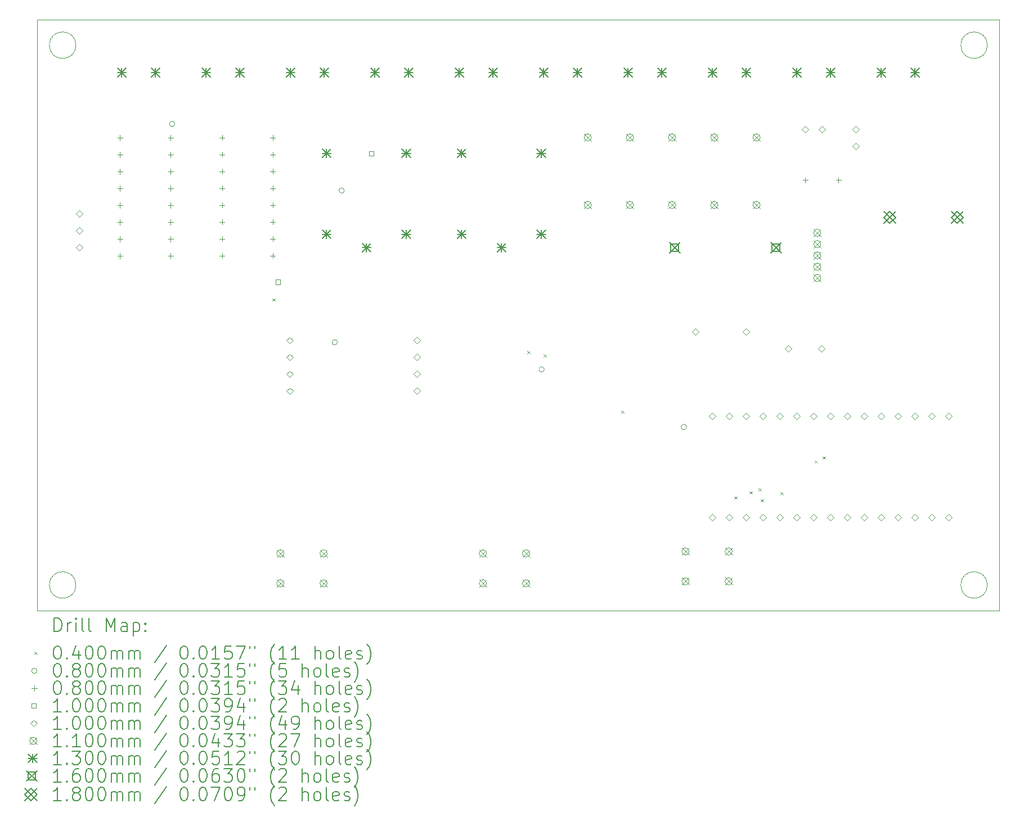
<source format=gbr>
%TF.GenerationSoftware,KiCad,Pcbnew,7.0.8*%
%TF.CreationDate,2023-10-01T08:11:13+02:00*%
%TF.ProjectId,openautolab,6f70656e-6175-4746-9f6c-61622e6b6963,rev?*%
%TF.SameCoordinates,Original*%
%TF.FileFunction,Drillmap*%
%TF.FilePolarity,Positive*%
%FSLAX45Y45*%
G04 Gerber Fmt 4.5, Leading zero omitted, Abs format (unit mm)*
G04 Created by KiCad (PCBNEW 7.0.8) date 2023-10-01 08:11:13*
%MOMM*%
%LPD*%
G01*
G04 APERTURE LIST*
%ADD10C,0.100000*%
%ADD11C,0.200000*%
%ADD12C,0.040000*%
%ADD13C,0.080000*%
%ADD14C,0.110000*%
%ADD15C,0.130000*%
%ADD16C,0.160000*%
%ADD17C,0.180000*%
G04 APERTURE END LIST*
D10*
X17726000Y-12192000D02*
G75*
G03*
X17726000Y-12192000I-200000J0D01*
G01*
X17726000Y-4064000D02*
G75*
G03*
X17726000Y-4064000I-200000J0D01*
G01*
X4010000Y-4064000D02*
G75*
G03*
X4010000Y-4064000I-200000J0D01*
G01*
X4010000Y-12192000D02*
G75*
G03*
X4010000Y-12192000I-200000J0D01*
G01*
X3429000Y-3683000D02*
X17907000Y-3683000D01*
X17907000Y-12574000D01*
X3429000Y-12574000D01*
X3429000Y-3683000D01*
D11*
D12*
X6966140Y-7876460D02*
X7006140Y-7916460D01*
X7006140Y-7876460D02*
X6966140Y-7916460D01*
X10799770Y-8664710D02*
X10839770Y-8704710D01*
X10839770Y-8664710D02*
X10799770Y-8704710D01*
X11050600Y-8717670D02*
X11090600Y-8757670D01*
X11090600Y-8717670D02*
X11050600Y-8757670D01*
X12215400Y-9562420D02*
X12255400Y-9602420D01*
X12255400Y-9562420D02*
X12215400Y-9602420D01*
X13915880Y-10855270D02*
X13955880Y-10895270D01*
X13955880Y-10855270D02*
X13915880Y-10895270D01*
X14149430Y-10779170D02*
X14189430Y-10819170D01*
X14189430Y-10779170D02*
X14149430Y-10819170D01*
X14279980Y-10736060D02*
X14319980Y-10776060D01*
X14319980Y-10736060D02*
X14279980Y-10776060D01*
X14313510Y-10899740D02*
X14353510Y-10939740D01*
X14353510Y-10899740D02*
X14313510Y-10939740D01*
X14613480Y-10789910D02*
X14653480Y-10829910D01*
X14653480Y-10789910D02*
X14613480Y-10829910D01*
X15124080Y-10315500D02*
X15164080Y-10355500D01*
X15164080Y-10315500D02*
X15124080Y-10355500D01*
X15248660Y-10255220D02*
X15288660Y-10295220D01*
X15288660Y-10255220D02*
X15248660Y-10295220D01*
D13*
X5499470Y-5249910D02*
G75*
G03*
X5499470Y-5249910I-40000J0D01*
G01*
X7944530Y-8536510D02*
G75*
G03*
X7944530Y-8536510I-40000J0D01*
G01*
X8048710Y-6251830D02*
G75*
G03*
X8048710Y-6251830I-40000J0D01*
G01*
X11057550Y-8945650D02*
G75*
G03*
X11057550Y-8945650I-40000J0D01*
G01*
X13198080Y-9812460D02*
G75*
G03*
X13198080Y-9812460I-40000J0D01*
G01*
X4674000Y-5416500D02*
X4674000Y-5496500D01*
X4634000Y-5456500D02*
X4714000Y-5456500D01*
X4674000Y-5670500D02*
X4674000Y-5750500D01*
X4634000Y-5710500D02*
X4714000Y-5710500D01*
X4674000Y-5924500D02*
X4674000Y-6004500D01*
X4634000Y-5964500D02*
X4714000Y-5964500D01*
X4674000Y-6178500D02*
X4674000Y-6258500D01*
X4634000Y-6218500D02*
X4714000Y-6218500D01*
X4674000Y-6432500D02*
X4674000Y-6512500D01*
X4634000Y-6472500D02*
X4714000Y-6472500D01*
X4674000Y-6686500D02*
X4674000Y-6766500D01*
X4634000Y-6726500D02*
X4714000Y-6726500D01*
X4674000Y-6940500D02*
X4674000Y-7020500D01*
X4634000Y-6980500D02*
X4714000Y-6980500D01*
X4674000Y-7194500D02*
X4674000Y-7274500D01*
X4634000Y-7234500D02*
X4714000Y-7234500D01*
X5436000Y-5416500D02*
X5436000Y-5496500D01*
X5396000Y-5456500D02*
X5476000Y-5456500D01*
X5436000Y-5670500D02*
X5436000Y-5750500D01*
X5396000Y-5710500D02*
X5476000Y-5710500D01*
X5436000Y-5924500D02*
X5436000Y-6004500D01*
X5396000Y-5964500D02*
X5476000Y-5964500D01*
X5436000Y-6178500D02*
X5436000Y-6258500D01*
X5396000Y-6218500D02*
X5476000Y-6218500D01*
X5436000Y-6432500D02*
X5436000Y-6512500D01*
X5396000Y-6472500D02*
X5476000Y-6472500D01*
X5436000Y-6686500D02*
X5436000Y-6766500D01*
X5396000Y-6726500D02*
X5476000Y-6726500D01*
X5436000Y-6940500D02*
X5436000Y-7020500D01*
X5396000Y-6980500D02*
X5476000Y-6980500D01*
X5436000Y-7194500D02*
X5436000Y-7274500D01*
X5396000Y-7234500D02*
X5476000Y-7234500D01*
X6210000Y-5415000D02*
X6210000Y-5495000D01*
X6170000Y-5455000D02*
X6250000Y-5455000D01*
X6210000Y-5669000D02*
X6210000Y-5749000D01*
X6170000Y-5709000D02*
X6250000Y-5709000D01*
X6210000Y-5923000D02*
X6210000Y-6003000D01*
X6170000Y-5963000D02*
X6250000Y-5963000D01*
X6210000Y-6177000D02*
X6210000Y-6257000D01*
X6170000Y-6217000D02*
X6250000Y-6217000D01*
X6210000Y-6431000D02*
X6210000Y-6511000D01*
X6170000Y-6471000D02*
X6250000Y-6471000D01*
X6210000Y-6685000D02*
X6210000Y-6765000D01*
X6170000Y-6725000D02*
X6250000Y-6725000D01*
X6210000Y-6939000D02*
X6210000Y-7019000D01*
X6170000Y-6979000D02*
X6250000Y-6979000D01*
X6210000Y-7193000D02*
X6210000Y-7273000D01*
X6170000Y-7233000D02*
X6250000Y-7233000D01*
X6972000Y-5415000D02*
X6972000Y-5495000D01*
X6932000Y-5455000D02*
X7012000Y-5455000D01*
X6972000Y-5669000D02*
X6972000Y-5749000D01*
X6932000Y-5709000D02*
X7012000Y-5709000D01*
X6972000Y-5923000D02*
X6972000Y-6003000D01*
X6932000Y-5963000D02*
X7012000Y-5963000D01*
X6972000Y-6177000D02*
X6972000Y-6257000D01*
X6932000Y-6217000D02*
X7012000Y-6217000D01*
X6972000Y-6431000D02*
X6972000Y-6511000D01*
X6932000Y-6471000D02*
X7012000Y-6471000D01*
X6972000Y-6685000D02*
X6972000Y-6765000D01*
X6932000Y-6725000D02*
X7012000Y-6725000D01*
X6972000Y-6939000D02*
X6972000Y-7019000D01*
X6932000Y-6979000D02*
X7012000Y-6979000D01*
X6972000Y-7193000D02*
X6972000Y-7273000D01*
X6932000Y-7233000D02*
X7012000Y-7233000D01*
X14986000Y-6056000D02*
X14986000Y-6136000D01*
X14946000Y-6096000D02*
X15026000Y-6096000D01*
X15486000Y-6056000D02*
X15486000Y-6136000D01*
X15446000Y-6096000D02*
X15526000Y-6096000D01*
D10*
X7084106Y-7664536D02*
X7084106Y-7593824D01*
X7013394Y-7593824D01*
X7013394Y-7664536D01*
X7084106Y-7664536D01*
X8491656Y-5729706D02*
X8491656Y-5658994D01*
X8420944Y-5658994D01*
X8420944Y-5729706D01*
X8491656Y-5729706D01*
X4064000Y-6654000D02*
X4114000Y-6604000D01*
X4064000Y-6554000D01*
X4014000Y-6604000D01*
X4064000Y-6654000D01*
X4064000Y-6908000D02*
X4114000Y-6858000D01*
X4064000Y-6808000D01*
X4014000Y-6858000D01*
X4064000Y-6908000D01*
X4064000Y-7162000D02*
X4114000Y-7112000D01*
X4064000Y-7062000D01*
X4014000Y-7112000D01*
X4064000Y-7162000D01*
X7225000Y-8559500D02*
X7275000Y-8509500D01*
X7225000Y-8459500D01*
X7175000Y-8509500D01*
X7225000Y-8559500D01*
X7225000Y-8813500D02*
X7275000Y-8763500D01*
X7225000Y-8713500D01*
X7175000Y-8763500D01*
X7225000Y-8813500D01*
X7225000Y-9067500D02*
X7275000Y-9017500D01*
X7225000Y-8967500D01*
X7175000Y-9017500D01*
X7225000Y-9067500D01*
X7225000Y-9321500D02*
X7275000Y-9271500D01*
X7225000Y-9221500D01*
X7175000Y-9271500D01*
X7225000Y-9321500D01*
X9141500Y-8558000D02*
X9191500Y-8508000D01*
X9141500Y-8458000D01*
X9091500Y-8508000D01*
X9141500Y-8558000D01*
X9141500Y-8812000D02*
X9191500Y-8762000D01*
X9141500Y-8712000D01*
X9091500Y-8762000D01*
X9141500Y-8812000D01*
X9141500Y-9066000D02*
X9191500Y-9016000D01*
X9141500Y-8966000D01*
X9091500Y-9016000D01*
X9141500Y-9066000D01*
X9141500Y-9320000D02*
X9191500Y-9270000D01*
X9141500Y-9220000D01*
X9091500Y-9270000D01*
X9141500Y-9320000D01*
X13336000Y-8432000D02*
X13386000Y-8382000D01*
X13336000Y-8332000D01*
X13286000Y-8382000D01*
X13336000Y-8432000D01*
X13589000Y-9701000D02*
X13639000Y-9651000D01*
X13589000Y-9601000D01*
X13539000Y-9651000D01*
X13589000Y-9701000D01*
X13589000Y-11225000D02*
X13639000Y-11175000D01*
X13589000Y-11125000D01*
X13539000Y-11175000D01*
X13589000Y-11225000D01*
X13843000Y-9701000D02*
X13893000Y-9651000D01*
X13843000Y-9601000D01*
X13793000Y-9651000D01*
X13843000Y-9701000D01*
X13843000Y-11225000D02*
X13893000Y-11175000D01*
X13843000Y-11125000D01*
X13793000Y-11175000D01*
X13843000Y-11225000D01*
X14096000Y-8432000D02*
X14146000Y-8382000D01*
X14096000Y-8332000D01*
X14046000Y-8382000D01*
X14096000Y-8432000D01*
X14097000Y-9701000D02*
X14147000Y-9651000D01*
X14097000Y-9601000D01*
X14047000Y-9651000D01*
X14097000Y-9701000D01*
X14097000Y-11225000D02*
X14147000Y-11175000D01*
X14097000Y-11125000D01*
X14047000Y-11175000D01*
X14097000Y-11225000D01*
X14351000Y-9701000D02*
X14401000Y-9651000D01*
X14351000Y-9601000D01*
X14301000Y-9651000D01*
X14351000Y-9701000D01*
X14351000Y-11225000D02*
X14401000Y-11175000D01*
X14351000Y-11125000D01*
X14301000Y-11175000D01*
X14351000Y-11225000D01*
X14605000Y-9701000D02*
X14655000Y-9651000D01*
X14605000Y-9601000D01*
X14555000Y-9651000D01*
X14605000Y-9701000D01*
X14605000Y-11225000D02*
X14655000Y-11175000D01*
X14605000Y-11125000D01*
X14555000Y-11175000D01*
X14605000Y-11225000D01*
X14732000Y-8686000D02*
X14782000Y-8636000D01*
X14732000Y-8586000D01*
X14682000Y-8636000D01*
X14732000Y-8686000D01*
X14859000Y-9701000D02*
X14909000Y-9651000D01*
X14859000Y-9601000D01*
X14809000Y-9651000D01*
X14859000Y-9701000D01*
X14859000Y-11225000D02*
X14909000Y-11175000D01*
X14859000Y-11125000D01*
X14809000Y-11175000D01*
X14859000Y-11225000D01*
X14986000Y-5384000D02*
X15036000Y-5334000D01*
X14986000Y-5284000D01*
X14936000Y-5334000D01*
X14986000Y-5384000D01*
X15113000Y-9701000D02*
X15163000Y-9651000D01*
X15113000Y-9601000D01*
X15063000Y-9651000D01*
X15113000Y-9701000D01*
X15113000Y-11225000D02*
X15163000Y-11175000D01*
X15113000Y-11125000D01*
X15063000Y-11175000D01*
X15113000Y-11225000D01*
X15232000Y-8686000D02*
X15282000Y-8636000D01*
X15232000Y-8586000D01*
X15182000Y-8636000D01*
X15232000Y-8686000D01*
X15240000Y-5384000D02*
X15290000Y-5334000D01*
X15240000Y-5284000D01*
X15190000Y-5334000D01*
X15240000Y-5384000D01*
X15367000Y-9701000D02*
X15417000Y-9651000D01*
X15367000Y-9601000D01*
X15317000Y-9651000D01*
X15367000Y-9701000D01*
X15367000Y-11225000D02*
X15417000Y-11175000D01*
X15367000Y-11125000D01*
X15317000Y-11175000D01*
X15367000Y-11225000D01*
X15621000Y-9701000D02*
X15671000Y-9651000D01*
X15621000Y-9601000D01*
X15571000Y-9651000D01*
X15621000Y-9701000D01*
X15621000Y-11225000D02*
X15671000Y-11175000D01*
X15621000Y-11125000D01*
X15571000Y-11175000D01*
X15621000Y-11225000D01*
X15748000Y-5384000D02*
X15798000Y-5334000D01*
X15748000Y-5284000D01*
X15698000Y-5334000D01*
X15748000Y-5384000D01*
X15748000Y-5638000D02*
X15798000Y-5588000D01*
X15748000Y-5538000D01*
X15698000Y-5588000D01*
X15748000Y-5638000D01*
X15875000Y-9701000D02*
X15925000Y-9651000D01*
X15875000Y-9601000D01*
X15825000Y-9651000D01*
X15875000Y-9701000D01*
X15875000Y-11225000D02*
X15925000Y-11175000D01*
X15875000Y-11125000D01*
X15825000Y-11175000D01*
X15875000Y-11225000D01*
X16129000Y-9701000D02*
X16179000Y-9651000D01*
X16129000Y-9601000D01*
X16079000Y-9651000D01*
X16129000Y-9701000D01*
X16129000Y-11225000D02*
X16179000Y-11175000D01*
X16129000Y-11125000D01*
X16079000Y-11175000D01*
X16129000Y-11225000D01*
X16383000Y-9701000D02*
X16433000Y-9651000D01*
X16383000Y-9601000D01*
X16333000Y-9651000D01*
X16383000Y-9701000D01*
X16383000Y-11225000D02*
X16433000Y-11175000D01*
X16383000Y-11125000D01*
X16333000Y-11175000D01*
X16383000Y-11225000D01*
X16637000Y-9701000D02*
X16687000Y-9651000D01*
X16637000Y-9601000D01*
X16587000Y-9651000D01*
X16637000Y-9701000D01*
X16637000Y-11225000D02*
X16687000Y-11175000D01*
X16637000Y-11125000D01*
X16587000Y-11175000D01*
X16637000Y-11225000D01*
X16891000Y-9701000D02*
X16941000Y-9651000D01*
X16891000Y-9601000D01*
X16841000Y-9651000D01*
X16891000Y-9701000D01*
X16891000Y-11225000D02*
X16941000Y-11175000D01*
X16891000Y-11125000D01*
X16841000Y-11175000D01*
X16891000Y-11225000D01*
X17145000Y-9701000D02*
X17195000Y-9651000D01*
X17145000Y-9601000D01*
X17095000Y-9651000D01*
X17145000Y-9701000D01*
X17145000Y-11225000D02*
X17195000Y-11175000D01*
X17145000Y-11125000D01*
X17095000Y-11175000D01*
X17145000Y-11225000D01*
D14*
X7032000Y-11661560D02*
X7142000Y-11771560D01*
X7142000Y-11661560D02*
X7032000Y-11771560D01*
X7142000Y-11716560D02*
G75*
G03*
X7142000Y-11716560I-55000J0D01*
G01*
X7032000Y-12111560D02*
X7142000Y-12221560D01*
X7142000Y-12111560D02*
X7032000Y-12221560D01*
X7142000Y-12166560D02*
G75*
G03*
X7142000Y-12166560I-55000J0D01*
G01*
X7682000Y-11661560D02*
X7792000Y-11771560D01*
X7792000Y-11661560D02*
X7682000Y-11771560D01*
X7792000Y-11716560D02*
G75*
G03*
X7792000Y-11716560I-55000J0D01*
G01*
X7682000Y-12111560D02*
X7792000Y-12221560D01*
X7792000Y-12111560D02*
X7682000Y-12221560D01*
X7792000Y-12166560D02*
G75*
G03*
X7792000Y-12166560I-55000J0D01*
G01*
X10080000Y-11661560D02*
X10190000Y-11771560D01*
X10190000Y-11661560D02*
X10080000Y-11771560D01*
X10190000Y-11716560D02*
G75*
G03*
X10190000Y-11716560I-55000J0D01*
G01*
X10080000Y-12111560D02*
X10190000Y-12221560D01*
X10190000Y-12111560D02*
X10080000Y-12221560D01*
X10190000Y-12166560D02*
G75*
G03*
X10190000Y-12166560I-55000J0D01*
G01*
X10730000Y-11661560D02*
X10840000Y-11771560D01*
X10840000Y-11661560D02*
X10730000Y-11771560D01*
X10840000Y-11716560D02*
G75*
G03*
X10840000Y-11716560I-55000J0D01*
G01*
X10730000Y-12111560D02*
X10840000Y-12221560D01*
X10840000Y-12111560D02*
X10730000Y-12221560D01*
X10840000Y-12166560D02*
G75*
G03*
X10840000Y-12166560I-55000J0D01*
G01*
X11657000Y-5398000D02*
X11767000Y-5508000D01*
X11767000Y-5398000D02*
X11657000Y-5508000D01*
X11767000Y-5453000D02*
G75*
G03*
X11767000Y-5453000I-55000J0D01*
G01*
X11657000Y-6414000D02*
X11767000Y-6524000D01*
X11767000Y-6414000D02*
X11657000Y-6524000D01*
X11767000Y-6469000D02*
G75*
G03*
X11767000Y-6469000I-55000J0D01*
G01*
X12292000Y-5398000D02*
X12402000Y-5508000D01*
X12402000Y-5398000D02*
X12292000Y-5508000D01*
X12402000Y-5453000D02*
G75*
G03*
X12402000Y-5453000I-55000J0D01*
G01*
X12292000Y-6414000D02*
X12402000Y-6524000D01*
X12402000Y-6414000D02*
X12292000Y-6524000D01*
X12402000Y-6469000D02*
G75*
G03*
X12402000Y-6469000I-55000J0D01*
G01*
X12927000Y-5398000D02*
X13037000Y-5508000D01*
X13037000Y-5398000D02*
X12927000Y-5508000D01*
X13037000Y-5453000D02*
G75*
G03*
X13037000Y-5453000I-55000J0D01*
G01*
X12927000Y-6414000D02*
X13037000Y-6524000D01*
X13037000Y-6414000D02*
X12927000Y-6524000D01*
X13037000Y-6469000D02*
G75*
G03*
X13037000Y-6469000I-55000J0D01*
G01*
X13128000Y-11632060D02*
X13238000Y-11742060D01*
X13238000Y-11632060D02*
X13128000Y-11742060D01*
X13238000Y-11687060D02*
G75*
G03*
X13238000Y-11687060I-55000J0D01*
G01*
X13128000Y-12082060D02*
X13238000Y-12192060D01*
X13238000Y-12082060D02*
X13128000Y-12192060D01*
X13238000Y-12137060D02*
G75*
G03*
X13238000Y-12137060I-55000J0D01*
G01*
X13562000Y-5398000D02*
X13672000Y-5508000D01*
X13672000Y-5398000D02*
X13562000Y-5508000D01*
X13672000Y-5453000D02*
G75*
G03*
X13672000Y-5453000I-55000J0D01*
G01*
X13562000Y-6414000D02*
X13672000Y-6524000D01*
X13672000Y-6414000D02*
X13562000Y-6524000D01*
X13672000Y-6469000D02*
G75*
G03*
X13672000Y-6469000I-55000J0D01*
G01*
X13778000Y-11632060D02*
X13888000Y-11742060D01*
X13888000Y-11632060D02*
X13778000Y-11742060D01*
X13888000Y-11687060D02*
G75*
G03*
X13888000Y-11687060I-55000J0D01*
G01*
X13778000Y-12082060D02*
X13888000Y-12192060D01*
X13888000Y-12082060D02*
X13778000Y-12192060D01*
X13888000Y-12137060D02*
G75*
G03*
X13888000Y-12137060I-55000J0D01*
G01*
X14197000Y-5398000D02*
X14307000Y-5508000D01*
X14307000Y-5398000D02*
X14197000Y-5508000D01*
X14307000Y-5453000D02*
G75*
G03*
X14307000Y-5453000I-55000J0D01*
G01*
X14197000Y-6414000D02*
X14307000Y-6524000D01*
X14307000Y-6414000D02*
X14197000Y-6524000D01*
X14307000Y-6469000D02*
G75*
G03*
X14307000Y-6469000I-55000J0D01*
G01*
X15111000Y-6833700D02*
X15221000Y-6943700D01*
X15221000Y-6833700D02*
X15111000Y-6943700D01*
X15221000Y-6888700D02*
G75*
G03*
X15221000Y-6888700I-55000J0D01*
G01*
X15111000Y-7003700D02*
X15221000Y-7113700D01*
X15221000Y-7003700D02*
X15111000Y-7113700D01*
X15221000Y-7058700D02*
G75*
G03*
X15221000Y-7058700I-55000J0D01*
G01*
X15111000Y-7173700D02*
X15221000Y-7283700D01*
X15221000Y-7173700D02*
X15111000Y-7283700D01*
X15221000Y-7228700D02*
G75*
G03*
X15221000Y-7228700I-55000J0D01*
G01*
X15111000Y-7343700D02*
X15221000Y-7453700D01*
X15221000Y-7343700D02*
X15111000Y-7453700D01*
X15221000Y-7398700D02*
G75*
G03*
X15221000Y-7398700I-55000J0D01*
G01*
X15111000Y-7513700D02*
X15221000Y-7623700D01*
X15221000Y-7513700D02*
X15111000Y-7623700D01*
X15221000Y-7568700D02*
G75*
G03*
X15221000Y-7568700I-55000J0D01*
G01*
D15*
X4633500Y-4410000D02*
X4763500Y-4540000D01*
X4763500Y-4410000D02*
X4633500Y-4540000D01*
X4698500Y-4410000D02*
X4698500Y-4540000D01*
X4633500Y-4475000D02*
X4763500Y-4475000D01*
X5141500Y-4410000D02*
X5271500Y-4540000D01*
X5271500Y-4410000D02*
X5141500Y-4540000D01*
X5206500Y-4410000D02*
X5206500Y-4540000D01*
X5141500Y-4475000D02*
X5271500Y-4475000D01*
X5903500Y-4410000D02*
X6033500Y-4540000D01*
X6033500Y-4410000D02*
X5903500Y-4540000D01*
X5968500Y-4410000D02*
X5968500Y-4540000D01*
X5903500Y-4475000D02*
X6033500Y-4475000D01*
X6411500Y-4410000D02*
X6541500Y-4540000D01*
X6541500Y-4410000D02*
X6411500Y-4540000D01*
X6476500Y-4410000D02*
X6476500Y-4540000D01*
X6411500Y-4475000D02*
X6541500Y-4475000D01*
X7173500Y-4411000D02*
X7303500Y-4541000D01*
X7303500Y-4411000D02*
X7173500Y-4541000D01*
X7238500Y-4411000D02*
X7238500Y-4541000D01*
X7173500Y-4476000D02*
X7303500Y-4476000D01*
X7681500Y-4411000D02*
X7811500Y-4541000D01*
X7811500Y-4411000D02*
X7681500Y-4541000D01*
X7746500Y-4411000D02*
X7746500Y-4541000D01*
X7681500Y-4476000D02*
X7811500Y-4476000D01*
X7717000Y-5627000D02*
X7847000Y-5757000D01*
X7847000Y-5627000D02*
X7717000Y-5757000D01*
X7782000Y-5627000D02*
X7782000Y-5757000D01*
X7717000Y-5692000D02*
X7847000Y-5692000D01*
X7717000Y-6847000D02*
X7847000Y-6977000D01*
X7847000Y-6847000D02*
X7717000Y-6977000D01*
X7782000Y-6847000D02*
X7782000Y-6977000D01*
X7717000Y-6912000D02*
X7847000Y-6912000D01*
X8317000Y-7047000D02*
X8447000Y-7177000D01*
X8447000Y-7047000D02*
X8317000Y-7177000D01*
X8382000Y-7047000D02*
X8382000Y-7177000D01*
X8317000Y-7112000D02*
X8447000Y-7112000D01*
X8443500Y-4411000D02*
X8573500Y-4541000D01*
X8573500Y-4411000D02*
X8443500Y-4541000D01*
X8508500Y-4411000D02*
X8508500Y-4541000D01*
X8443500Y-4476000D02*
X8573500Y-4476000D01*
X8917000Y-5627000D02*
X9047000Y-5757000D01*
X9047000Y-5627000D02*
X8917000Y-5757000D01*
X8982000Y-5627000D02*
X8982000Y-5757000D01*
X8917000Y-5692000D02*
X9047000Y-5692000D01*
X8917000Y-6847000D02*
X9047000Y-6977000D01*
X9047000Y-6847000D02*
X8917000Y-6977000D01*
X8982000Y-6847000D02*
X8982000Y-6977000D01*
X8917000Y-6912000D02*
X9047000Y-6912000D01*
X8951500Y-4411000D02*
X9081500Y-4541000D01*
X9081500Y-4411000D02*
X8951500Y-4541000D01*
X9016500Y-4411000D02*
X9016500Y-4541000D01*
X8951500Y-4476000D02*
X9081500Y-4476000D01*
X9714000Y-4411000D02*
X9844000Y-4541000D01*
X9844000Y-4411000D02*
X9714000Y-4541000D01*
X9779000Y-4411000D02*
X9779000Y-4541000D01*
X9714000Y-4476000D02*
X9844000Y-4476000D01*
X9749000Y-5627000D02*
X9879000Y-5757000D01*
X9879000Y-5627000D02*
X9749000Y-5757000D01*
X9814000Y-5627000D02*
X9814000Y-5757000D01*
X9749000Y-5692000D02*
X9879000Y-5692000D01*
X9749000Y-6847000D02*
X9879000Y-6977000D01*
X9879000Y-6847000D02*
X9749000Y-6977000D01*
X9814000Y-6847000D02*
X9814000Y-6977000D01*
X9749000Y-6912000D02*
X9879000Y-6912000D01*
X10222000Y-4411000D02*
X10352000Y-4541000D01*
X10352000Y-4411000D02*
X10222000Y-4541000D01*
X10287000Y-4411000D02*
X10287000Y-4541000D01*
X10222000Y-4476000D02*
X10352000Y-4476000D01*
X10349000Y-7047000D02*
X10479000Y-7177000D01*
X10479000Y-7047000D02*
X10349000Y-7177000D01*
X10414000Y-7047000D02*
X10414000Y-7177000D01*
X10349000Y-7112000D02*
X10479000Y-7112000D01*
X10949000Y-5627000D02*
X11079000Y-5757000D01*
X11079000Y-5627000D02*
X10949000Y-5757000D01*
X11014000Y-5627000D02*
X11014000Y-5757000D01*
X10949000Y-5692000D02*
X11079000Y-5692000D01*
X10949000Y-6847000D02*
X11079000Y-6977000D01*
X11079000Y-6847000D02*
X10949000Y-6977000D01*
X11014000Y-6847000D02*
X11014000Y-6977000D01*
X10949000Y-6912000D02*
X11079000Y-6912000D01*
X10983500Y-4411000D02*
X11113500Y-4541000D01*
X11113500Y-4411000D02*
X10983500Y-4541000D01*
X11048500Y-4411000D02*
X11048500Y-4541000D01*
X10983500Y-4476000D02*
X11113500Y-4476000D01*
X11491500Y-4411000D02*
X11621500Y-4541000D01*
X11621500Y-4411000D02*
X11491500Y-4541000D01*
X11556500Y-4411000D02*
X11556500Y-4541000D01*
X11491500Y-4476000D02*
X11621500Y-4476000D01*
X12254000Y-4411000D02*
X12384000Y-4541000D01*
X12384000Y-4411000D02*
X12254000Y-4541000D01*
X12319000Y-4411000D02*
X12319000Y-4541000D01*
X12254000Y-4476000D02*
X12384000Y-4476000D01*
X12762000Y-4411000D02*
X12892000Y-4541000D01*
X12892000Y-4411000D02*
X12762000Y-4541000D01*
X12827000Y-4411000D02*
X12827000Y-4541000D01*
X12762000Y-4476000D02*
X12892000Y-4476000D01*
X13523500Y-4411000D02*
X13653500Y-4541000D01*
X13653500Y-4411000D02*
X13523500Y-4541000D01*
X13588500Y-4411000D02*
X13588500Y-4541000D01*
X13523500Y-4476000D02*
X13653500Y-4476000D01*
X14031500Y-4411000D02*
X14161500Y-4541000D01*
X14161500Y-4411000D02*
X14031500Y-4541000D01*
X14096500Y-4411000D02*
X14096500Y-4541000D01*
X14031500Y-4476000D02*
X14161500Y-4476000D01*
X14793500Y-4411000D02*
X14923500Y-4541000D01*
X14923500Y-4411000D02*
X14793500Y-4541000D01*
X14858500Y-4411000D02*
X14858500Y-4541000D01*
X14793500Y-4476000D02*
X14923500Y-4476000D01*
X15301500Y-4411000D02*
X15431500Y-4541000D01*
X15431500Y-4411000D02*
X15301500Y-4541000D01*
X15366500Y-4411000D02*
X15366500Y-4541000D01*
X15301500Y-4476000D02*
X15431500Y-4476000D01*
X16063500Y-4411000D02*
X16193500Y-4541000D01*
X16193500Y-4411000D02*
X16063500Y-4541000D01*
X16128500Y-4411000D02*
X16128500Y-4541000D01*
X16063500Y-4476000D02*
X16193500Y-4476000D01*
X16571500Y-4411000D02*
X16701500Y-4541000D01*
X16701500Y-4411000D02*
X16571500Y-4541000D01*
X16636500Y-4411000D02*
X16636500Y-4541000D01*
X16571500Y-4476000D02*
X16701500Y-4476000D01*
D16*
X12940500Y-7032000D02*
X13100500Y-7192000D01*
X13100500Y-7032000D02*
X12940500Y-7192000D01*
X13077069Y-7168569D02*
X13077069Y-7055431D01*
X12963931Y-7055431D01*
X12963931Y-7168569D01*
X13077069Y-7168569D01*
X14464500Y-7032000D02*
X14624500Y-7192000D01*
X14624500Y-7032000D02*
X14464500Y-7192000D01*
X14601069Y-7168569D02*
X14601069Y-7055431D01*
X14487931Y-7055431D01*
X14487931Y-7168569D01*
X14601069Y-7168569D01*
D17*
X16166000Y-6567970D02*
X16346000Y-6747970D01*
X16346000Y-6567970D02*
X16166000Y-6747970D01*
X16256000Y-6747970D02*
X16346000Y-6657970D01*
X16256000Y-6567970D01*
X16166000Y-6657970D01*
X16256000Y-6747970D01*
X17182000Y-6567970D02*
X17362000Y-6747970D01*
X17362000Y-6567970D02*
X17182000Y-6747970D01*
X17272000Y-6747970D02*
X17362000Y-6657970D01*
X17272000Y-6567970D01*
X17182000Y-6657970D01*
X17272000Y-6747970D01*
D11*
X3684777Y-12890484D02*
X3684777Y-12690484D01*
X3684777Y-12690484D02*
X3732396Y-12690484D01*
X3732396Y-12690484D02*
X3760967Y-12700008D01*
X3760967Y-12700008D02*
X3780015Y-12719055D01*
X3780015Y-12719055D02*
X3789539Y-12738103D01*
X3789539Y-12738103D02*
X3799062Y-12776198D01*
X3799062Y-12776198D02*
X3799062Y-12804769D01*
X3799062Y-12804769D02*
X3789539Y-12842865D01*
X3789539Y-12842865D02*
X3780015Y-12861912D01*
X3780015Y-12861912D02*
X3760967Y-12880960D01*
X3760967Y-12880960D02*
X3732396Y-12890484D01*
X3732396Y-12890484D02*
X3684777Y-12890484D01*
X3884777Y-12890484D02*
X3884777Y-12757150D01*
X3884777Y-12795246D02*
X3894301Y-12776198D01*
X3894301Y-12776198D02*
X3903824Y-12766674D01*
X3903824Y-12766674D02*
X3922872Y-12757150D01*
X3922872Y-12757150D02*
X3941920Y-12757150D01*
X4008586Y-12890484D02*
X4008586Y-12757150D01*
X4008586Y-12690484D02*
X3999062Y-12700008D01*
X3999062Y-12700008D02*
X4008586Y-12709531D01*
X4008586Y-12709531D02*
X4018110Y-12700008D01*
X4018110Y-12700008D02*
X4008586Y-12690484D01*
X4008586Y-12690484D02*
X4008586Y-12709531D01*
X4132396Y-12890484D02*
X4113348Y-12880960D01*
X4113348Y-12880960D02*
X4103824Y-12861912D01*
X4103824Y-12861912D02*
X4103824Y-12690484D01*
X4237158Y-12890484D02*
X4218110Y-12880960D01*
X4218110Y-12880960D02*
X4208586Y-12861912D01*
X4208586Y-12861912D02*
X4208586Y-12690484D01*
X4465729Y-12890484D02*
X4465729Y-12690484D01*
X4465729Y-12690484D02*
X4532396Y-12833341D01*
X4532396Y-12833341D02*
X4599063Y-12690484D01*
X4599063Y-12690484D02*
X4599063Y-12890484D01*
X4780015Y-12890484D02*
X4780015Y-12785722D01*
X4780015Y-12785722D02*
X4770491Y-12766674D01*
X4770491Y-12766674D02*
X4751444Y-12757150D01*
X4751444Y-12757150D02*
X4713348Y-12757150D01*
X4713348Y-12757150D02*
X4694301Y-12766674D01*
X4780015Y-12880960D02*
X4760967Y-12890484D01*
X4760967Y-12890484D02*
X4713348Y-12890484D01*
X4713348Y-12890484D02*
X4694301Y-12880960D01*
X4694301Y-12880960D02*
X4684777Y-12861912D01*
X4684777Y-12861912D02*
X4684777Y-12842865D01*
X4684777Y-12842865D02*
X4694301Y-12823817D01*
X4694301Y-12823817D02*
X4713348Y-12814293D01*
X4713348Y-12814293D02*
X4760967Y-12814293D01*
X4760967Y-12814293D02*
X4780015Y-12804769D01*
X4875253Y-12757150D02*
X4875253Y-12957150D01*
X4875253Y-12766674D02*
X4894301Y-12757150D01*
X4894301Y-12757150D02*
X4932396Y-12757150D01*
X4932396Y-12757150D02*
X4951444Y-12766674D01*
X4951444Y-12766674D02*
X4960967Y-12776198D01*
X4960967Y-12776198D02*
X4970491Y-12795246D01*
X4970491Y-12795246D02*
X4970491Y-12852388D01*
X4970491Y-12852388D02*
X4960967Y-12871436D01*
X4960967Y-12871436D02*
X4951444Y-12880960D01*
X4951444Y-12880960D02*
X4932396Y-12890484D01*
X4932396Y-12890484D02*
X4894301Y-12890484D01*
X4894301Y-12890484D02*
X4875253Y-12880960D01*
X5056205Y-12871436D02*
X5065729Y-12880960D01*
X5065729Y-12880960D02*
X5056205Y-12890484D01*
X5056205Y-12890484D02*
X5046682Y-12880960D01*
X5046682Y-12880960D02*
X5056205Y-12871436D01*
X5056205Y-12871436D02*
X5056205Y-12890484D01*
X5056205Y-12766674D02*
X5065729Y-12776198D01*
X5065729Y-12776198D02*
X5056205Y-12785722D01*
X5056205Y-12785722D02*
X5046682Y-12776198D01*
X5046682Y-12776198D02*
X5056205Y-12766674D01*
X5056205Y-12766674D02*
X5056205Y-12785722D01*
D12*
X3384000Y-13199000D02*
X3424000Y-13239000D01*
X3424000Y-13199000D02*
X3384000Y-13239000D01*
D11*
X3722872Y-13110484D02*
X3741920Y-13110484D01*
X3741920Y-13110484D02*
X3760967Y-13120008D01*
X3760967Y-13120008D02*
X3770491Y-13129531D01*
X3770491Y-13129531D02*
X3780015Y-13148579D01*
X3780015Y-13148579D02*
X3789539Y-13186674D01*
X3789539Y-13186674D02*
X3789539Y-13234293D01*
X3789539Y-13234293D02*
X3780015Y-13272388D01*
X3780015Y-13272388D02*
X3770491Y-13291436D01*
X3770491Y-13291436D02*
X3760967Y-13300960D01*
X3760967Y-13300960D02*
X3741920Y-13310484D01*
X3741920Y-13310484D02*
X3722872Y-13310484D01*
X3722872Y-13310484D02*
X3703824Y-13300960D01*
X3703824Y-13300960D02*
X3694301Y-13291436D01*
X3694301Y-13291436D02*
X3684777Y-13272388D01*
X3684777Y-13272388D02*
X3675253Y-13234293D01*
X3675253Y-13234293D02*
X3675253Y-13186674D01*
X3675253Y-13186674D02*
X3684777Y-13148579D01*
X3684777Y-13148579D02*
X3694301Y-13129531D01*
X3694301Y-13129531D02*
X3703824Y-13120008D01*
X3703824Y-13120008D02*
X3722872Y-13110484D01*
X3875253Y-13291436D02*
X3884777Y-13300960D01*
X3884777Y-13300960D02*
X3875253Y-13310484D01*
X3875253Y-13310484D02*
X3865729Y-13300960D01*
X3865729Y-13300960D02*
X3875253Y-13291436D01*
X3875253Y-13291436D02*
X3875253Y-13310484D01*
X4056205Y-13177150D02*
X4056205Y-13310484D01*
X4008586Y-13100960D02*
X3960967Y-13243817D01*
X3960967Y-13243817D02*
X4084777Y-13243817D01*
X4199063Y-13110484D02*
X4218110Y-13110484D01*
X4218110Y-13110484D02*
X4237158Y-13120008D01*
X4237158Y-13120008D02*
X4246682Y-13129531D01*
X4246682Y-13129531D02*
X4256205Y-13148579D01*
X4256205Y-13148579D02*
X4265729Y-13186674D01*
X4265729Y-13186674D02*
X4265729Y-13234293D01*
X4265729Y-13234293D02*
X4256205Y-13272388D01*
X4256205Y-13272388D02*
X4246682Y-13291436D01*
X4246682Y-13291436D02*
X4237158Y-13300960D01*
X4237158Y-13300960D02*
X4218110Y-13310484D01*
X4218110Y-13310484D02*
X4199063Y-13310484D01*
X4199063Y-13310484D02*
X4180015Y-13300960D01*
X4180015Y-13300960D02*
X4170491Y-13291436D01*
X4170491Y-13291436D02*
X4160967Y-13272388D01*
X4160967Y-13272388D02*
X4151443Y-13234293D01*
X4151443Y-13234293D02*
X4151443Y-13186674D01*
X4151443Y-13186674D02*
X4160967Y-13148579D01*
X4160967Y-13148579D02*
X4170491Y-13129531D01*
X4170491Y-13129531D02*
X4180015Y-13120008D01*
X4180015Y-13120008D02*
X4199063Y-13110484D01*
X4389539Y-13110484D02*
X4408586Y-13110484D01*
X4408586Y-13110484D02*
X4427634Y-13120008D01*
X4427634Y-13120008D02*
X4437158Y-13129531D01*
X4437158Y-13129531D02*
X4446682Y-13148579D01*
X4446682Y-13148579D02*
X4456205Y-13186674D01*
X4456205Y-13186674D02*
X4456205Y-13234293D01*
X4456205Y-13234293D02*
X4446682Y-13272388D01*
X4446682Y-13272388D02*
X4437158Y-13291436D01*
X4437158Y-13291436D02*
X4427634Y-13300960D01*
X4427634Y-13300960D02*
X4408586Y-13310484D01*
X4408586Y-13310484D02*
X4389539Y-13310484D01*
X4389539Y-13310484D02*
X4370491Y-13300960D01*
X4370491Y-13300960D02*
X4360967Y-13291436D01*
X4360967Y-13291436D02*
X4351444Y-13272388D01*
X4351444Y-13272388D02*
X4341920Y-13234293D01*
X4341920Y-13234293D02*
X4341920Y-13186674D01*
X4341920Y-13186674D02*
X4351444Y-13148579D01*
X4351444Y-13148579D02*
X4360967Y-13129531D01*
X4360967Y-13129531D02*
X4370491Y-13120008D01*
X4370491Y-13120008D02*
X4389539Y-13110484D01*
X4541920Y-13310484D02*
X4541920Y-13177150D01*
X4541920Y-13196198D02*
X4551444Y-13186674D01*
X4551444Y-13186674D02*
X4570491Y-13177150D01*
X4570491Y-13177150D02*
X4599063Y-13177150D01*
X4599063Y-13177150D02*
X4618110Y-13186674D01*
X4618110Y-13186674D02*
X4627634Y-13205722D01*
X4627634Y-13205722D02*
X4627634Y-13310484D01*
X4627634Y-13205722D02*
X4637158Y-13186674D01*
X4637158Y-13186674D02*
X4656205Y-13177150D01*
X4656205Y-13177150D02*
X4684777Y-13177150D01*
X4684777Y-13177150D02*
X4703825Y-13186674D01*
X4703825Y-13186674D02*
X4713348Y-13205722D01*
X4713348Y-13205722D02*
X4713348Y-13310484D01*
X4808586Y-13310484D02*
X4808586Y-13177150D01*
X4808586Y-13196198D02*
X4818110Y-13186674D01*
X4818110Y-13186674D02*
X4837158Y-13177150D01*
X4837158Y-13177150D02*
X4865729Y-13177150D01*
X4865729Y-13177150D02*
X4884777Y-13186674D01*
X4884777Y-13186674D02*
X4894301Y-13205722D01*
X4894301Y-13205722D02*
X4894301Y-13310484D01*
X4894301Y-13205722D02*
X4903825Y-13186674D01*
X4903825Y-13186674D02*
X4922872Y-13177150D01*
X4922872Y-13177150D02*
X4951444Y-13177150D01*
X4951444Y-13177150D02*
X4970491Y-13186674D01*
X4970491Y-13186674D02*
X4980015Y-13205722D01*
X4980015Y-13205722D02*
X4980015Y-13310484D01*
X5370491Y-13100960D02*
X5199063Y-13358103D01*
X5627634Y-13110484D02*
X5646682Y-13110484D01*
X5646682Y-13110484D02*
X5665729Y-13120008D01*
X5665729Y-13120008D02*
X5675253Y-13129531D01*
X5675253Y-13129531D02*
X5684777Y-13148579D01*
X5684777Y-13148579D02*
X5694301Y-13186674D01*
X5694301Y-13186674D02*
X5694301Y-13234293D01*
X5694301Y-13234293D02*
X5684777Y-13272388D01*
X5684777Y-13272388D02*
X5675253Y-13291436D01*
X5675253Y-13291436D02*
X5665729Y-13300960D01*
X5665729Y-13300960D02*
X5646682Y-13310484D01*
X5646682Y-13310484D02*
X5627634Y-13310484D01*
X5627634Y-13310484D02*
X5608586Y-13300960D01*
X5608586Y-13300960D02*
X5599063Y-13291436D01*
X5599063Y-13291436D02*
X5589539Y-13272388D01*
X5589539Y-13272388D02*
X5580015Y-13234293D01*
X5580015Y-13234293D02*
X5580015Y-13186674D01*
X5580015Y-13186674D02*
X5589539Y-13148579D01*
X5589539Y-13148579D02*
X5599063Y-13129531D01*
X5599063Y-13129531D02*
X5608586Y-13120008D01*
X5608586Y-13120008D02*
X5627634Y-13110484D01*
X5780015Y-13291436D02*
X5789539Y-13300960D01*
X5789539Y-13300960D02*
X5780015Y-13310484D01*
X5780015Y-13310484D02*
X5770491Y-13300960D01*
X5770491Y-13300960D02*
X5780015Y-13291436D01*
X5780015Y-13291436D02*
X5780015Y-13310484D01*
X5913348Y-13110484D02*
X5932396Y-13110484D01*
X5932396Y-13110484D02*
X5951444Y-13120008D01*
X5951444Y-13120008D02*
X5960967Y-13129531D01*
X5960967Y-13129531D02*
X5970491Y-13148579D01*
X5970491Y-13148579D02*
X5980015Y-13186674D01*
X5980015Y-13186674D02*
X5980015Y-13234293D01*
X5980015Y-13234293D02*
X5970491Y-13272388D01*
X5970491Y-13272388D02*
X5960967Y-13291436D01*
X5960967Y-13291436D02*
X5951444Y-13300960D01*
X5951444Y-13300960D02*
X5932396Y-13310484D01*
X5932396Y-13310484D02*
X5913348Y-13310484D01*
X5913348Y-13310484D02*
X5894301Y-13300960D01*
X5894301Y-13300960D02*
X5884777Y-13291436D01*
X5884777Y-13291436D02*
X5875253Y-13272388D01*
X5875253Y-13272388D02*
X5865729Y-13234293D01*
X5865729Y-13234293D02*
X5865729Y-13186674D01*
X5865729Y-13186674D02*
X5875253Y-13148579D01*
X5875253Y-13148579D02*
X5884777Y-13129531D01*
X5884777Y-13129531D02*
X5894301Y-13120008D01*
X5894301Y-13120008D02*
X5913348Y-13110484D01*
X6170491Y-13310484D02*
X6056206Y-13310484D01*
X6113348Y-13310484D02*
X6113348Y-13110484D01*
X6113348Y-13110484D02*
X6094301Y-13139055D01*
X6094301Y-13139055D02*
X6075253Y-13158103D01*
X6075253Y-13158103D02*
X6056206Y-13167627D01*
X6351444Y-13110484D02*
X6256206Y-13110484D01*
X6256206Y-13110484D02*
X6246682Y-13205722D01*
X6246682Y-13205722D02*
X6256206Y-13196198D01*
X6256206Y-13196198D02*
X6275253Y-13186674D01*
X6275253Y-13186674D02*
X6322872Y-13186674D01*
X6322872Y-13186674D02*
X6341920Y-13196198D01*
X6341920Y-13196198D02*
X6351444Y-13205722D01*
X6351444Y-13205722D02*
X6360967Y-13224769D01*
X6360967Y-13224769D02*
X6360967Y-13272388D01*
X6360967Y-13272388D02*
X6351444Y-13291436D01*
X6351444Y-13291436D02*
X6341920Y-13300960D01*
X6341920Y-13300960D02*
X6322872Y-13310484D01*
X6322872Y-13310484D02*
X6275253Y-13310484D01*
X6275253Y-13310484D02*
X6256206Y-13300960D01*
X6256206Y-13300960D02*
X6246682Y-13291436D01*
X6427634Y-13110484D02*
X6560967Y-13110484D01*
X6560967Y-13110484D02*
X6475253Y-13310484D01*
X6627634Y-13110484D02*
X6627634Y-13148579D01*
X6703825Y-13110484D02*
X6703825Y-13148579D01*
X6999063Y-13386674D02*
X6989539Y-13377150D01*
X6989539Y-13377150D02*
X6970491Y-13348579D01*
X6970491Y-13348579D02*
X6960968Y-13329531D01*
X6960968Y-13329531D02*
X6951444Y-13300960D01*
X6951444Y-13300960D02*
X6941920Y-13253341D01*
X6941920Y-13253341D02*
X6941920Y-13215246D01*
X6941920Y-13215246D02*
X6951444Y-13167627D01*
X6951444Y-13167627D02*
X6960968Y-13139055D01*
X6960968Y-13139055D02*
X6970491Y-13120008D01*
X6970491Y-13120008D02*
X6989539Y-13091436D01*
X6989539Y-13091436D02*
X6999063Y-13081912D01*
X7180015Y-13310484D02*
X7065729Y-13310484D01*
X7122872Y-13310484D02*
X7122872Y-13110484D01*
X7122872Y-13110484D02*
X7103825Y-13139055D01*
X7103825Y-13139055D02*
X7084777Y-13158103D01*
X7084777Y-13158103D02*
X7065729Y-13167627D01*
X7370491Y-13310484D02*
X7256206Y-13310484D01*
X7313348Y-13310484D02*
X7313348Y-13110484D01*
X7313348Y-13110484D02*
X7294301Y-13139055D01*
X7294301Y-13139055D02*
X7275253Y-13158103D01*
X7275253Y-13158103D02*
X7256206Y-13167627D01*
X7608587Y-13310484D02*
X7608587Y-13110484D01*
X7694301Y-13310484D02*
X7694301Y-13205722D01*
X7694301Y-13205722D02*
X7684777Y-13186674D01*
X7684777Y-13186674D02*
X7665730Y-13177150D01*
X7665730Y-13177150D02*
X7637158Y-13177150D01*
X7637158Y-13177150D02*
X7618110Y-13186674D01*
X7618110Y-13186674D02*
X7608587Y-13196198D01*
X7818110Y-13310484D02*
X7799063Y-13300960D01*
X7799063Y-13300960D02*
X7789539Y-13291436D01*
X7789539Y-13291436D02*
X7780015Y-13272388D01*
X7780015Y-13272388D02*
X7780015Y-13215246D01*
X7780015Y-13215246D02*
X7789539Y-13196198D01*
X7789539Y-13196198D02*
X7799063Y-13186674D01*
X7799063Y-13186674D02*
X7818110Y-13177150D01*
X7818110Y-13177150D02*
X7846682Y-13177150D01*
X7846682Y-13177150D02*
X7865730Y-13186674D01*
X7865730Y-13186674D02*
X7875253Y-13196198D01*
X7875253Y-13196198D02*
X7884777Y-13215246D01*
X7884777Y-13215246D02*
X7884777Y-13272388D01*
X7884777Y-13272388D02*
X7875253Y-13291436D01*
X7875253Y-13291436D02*
X7865730Y-13300960D01*
X7865730Y-13300960D02*
X7846682Y-13310484D01*
X7846682Y-13310484D02*
X7818110Y-13310484D01*
X7999063Y-13310484D02*
X7980015Y-13300960D01*
X7980015Y-13300960D02*
X7970491Y-13281912D01*
X7970491Y-13281912D02*
X7970491Y-13110484D01*
X8151444Y-13300960D02*
X8132396Y-13310484D01*
X8132396Y-13310484D02*
X8094301Y-13310484D01*
X8094301Y-13310484D02*
X8075253Y-13300960D01*
X8075253Y-13300960D02*
X8065730Y-13281912D01*
X8065730Y-13281912D02*
X8065730Y-13205722D01*
X8065730Y-13205722D02*
X8075253Y-13186674D01*
X8075253Y-13186674D02*
X8094301Y-13177150D01*
X8094301Y-13177150D02*
X8132396Y-13177150D01*
X8132396Y-13177150D02*
X8151444Y-13186674D01*
X8151444Y-13186674D02*
X8160968Y-13205722D01*
X8160968Y-13205722D02*
X8160968Y-13224769D01*
X8160968Y-13224769D02*
X8065730Y-13243817D01*
X8237158Y-13300960D02*
X8256206Y-13310484D01*
X8256206Y-13310484D02*
X8294301Y-13310484D01*
X8294301Y-13310484D02*
X8313349Y-13300960D01*
X8313349Y-13300960D02*
X8322872Y-13281912D01*
X8322872Y-13281912D02*
X8322872Y-13272388D01*
X8322872Y-13272388D02*
X8313349Y-13253341D01*
X8313349Y-13253341D02*
X8294301Y-13243817D01*
X8294301Y-13243817D02*
X8265730Y-13243817D01*
X8265730Y-13243817D02*
X8246682Y-13234293D01*
X8246682Y-13234293D02*
X8237158Y-13215246D01*
X8237158Y-13215246D02*
X8237158Y-13205722D01*
X8237158Y-13205722D02*
X8246682Y-13186674D01*
X8246682Y-13186674D02*
X8265730Y-13177150D01*
X8265730Y-13177150D02*
X8294301Y-13177150D01*
X8294301Y-13177150D02*
X8313349Y-13186674D01*
X8389539Y-13386674D02*
X8399063Y-13377150D01*
X8399063Y-13377150D02*
X8418111Y-13348579D01*
X8418111Y-13348579D02*
X8427634Y-13329531D01*
X8427634Y-13329531D02*
X8437158Y-13300960D01*
X8437158Y-13300960D02*
X8446682Y-13253341D01*
X8446682Y-13253341D02*
X8446682Y-13215246D01*
X8446682Y-13215246D02*
X8437158Y-13167627D01*
X8437158Y-13167627D02*
X8427634Y-13139055D01*
X8427634Y-13139055D02*
X8418111Y-13120008D01*
X8418111Y-13120008D02*
X8399063Y-13091436D01*
X8399063Y-13091436D02*
X8389539Y-13081912D01*
D13*
X3424000Y-13483000D02*
G75*
G03*
X3424000Y-13483000I-40000J0D01*
G01*
D11*
X3722872Y-13374484D02*
X3741920Y-13374484D01*
X3741920Y-13374484D02*
X3760967Y-13384008D01*
X3760967Y-13384008D02*
X3770491Y-13393531D01*
X3770491Y-13393531D02*
X3780015Y-13412579D01*
X3780015Y-13412579D02*
X3789539Y-13450674D01*
X3789539Y-13450674D02*
X3789539Y-13498293D01*
X3789539Y-13498293D02*
X3780015Y-13536388D01*
X3780015Y-13536388D02*
X3770491Y-13555436D01*
X3770491Y-13555436D02*
X3760967Y-13564960D01*
X3760967Y-13564960D02*
X3741920Y-13574484D01*
X3741920Y-13574484D02*
X3722872Y-13574484D01*
X3722872Y-13574484D02*
X3703824Y-13564960D01*
X3703824Y-13564960D02*
X3694301Y-13555436D01*
X3694301Y-13555436D02*
X3684777Y-13536388D01*
X3684777Y-13536388D02*
X3675253Y-13498293D01*
X3675253Y-13498293D02*
X3675253Y-13450674D01*
X3675253Y-13450674D02*
X3684777Y-13412579D01*
X3684777Y-13412579D02*
X3694301Y-13393531D01*
X3694301Y-13393531D02*
X3703824Y-13384008D01*
X3703824Y-13384008D02*
X3722872Y-13374484D01*
X3875253Y-13555436D02*
X3884777Y-13564960D01*
X3884777Y-13564960D02*
X3875253Y-13574484D01*
X3875253Y-13574484D02*
X3865729Y-13564960D01*
X3865729Y-13564960D02*
X3875253Y-13555436D01*
X3875253Y-13555436D02*
X3875253Y-13574484D01*
X3999062Y-13460198D02*
X3980015Y-13450674D01*
X3980015Y-13450674D02*
X3970491Y-13441150D01*
X3970491Y-13441150D02*
X3960967Y-13422103D01*
X3960967Y-13422103D02*
X3960967Y-13412579D01*
X3960967Y-13412579D02*
X3970491Y-13393531D01*
X3970491Y-13393531D02*
X3980015Y-13384008D01*
X3980015Y-13384008D02*
X3999062Y-13374484D01*
X3999062Y-13374484D02*
X4037158Y-13374484D01*
X4037158Y-13374484D02*
X4056205Y-13384008D01*
X4056205Y-13384008D02*
X4065729Y-13393531D01*
X4065729Y-13393531D02*
X4075253Y-13412579D01*
X4075253Y-13412579D02*
X4075253Y-13422103D01*
X4075253Y-13422103D02*
X4065729Y-13441150D01*
X4065729Y-13441150D02*
X4056205Y-13450674D01*
X4056205Y-13450674D02*
X4037158Y-13460198D01*
X4037158Y-13460198D02*
X3999062Y-13460198D01*
X3999062Y-13460198D02*
X3980015Y-13469722D01*
X3980015Y-13469722D02*
X3970491Y-13479246D01*
X3970491Y-13479246D02*
X3960967Y-13498293D01*
X3960967Y-13498293D02*
X3960967Y-13536388D01*
X3960967Y-13536388D02*
X3970491Y-13555436D01*
X3970491Y-13555436D02*
X3980015Y-13564960D01*
X3980015Y-13564960D02*
X3999062Y-13574484D01*
X3999062Y-13574484D02*
X4037158Y-13574484D01*
X4037158Y-13574484D02*
X4056205Y-13564960D01*
X4056205Y-13564960D02*
X4065729Y-13555436D01*
X4065729Y-13555436D02*
X4075253Y-13536388D01*
X4075253Y-13536388D02*
X4075253Y-13498293D01*
X4075253Y-13498293D02*
X4065729Y-13479246D01*
X4065729Y-13479246D02*
X4056205Y-13469722D01*
X4056205Y-13469722D02*
X4037158Y-13460198D01*
X4199063Y-13374484D02*
X4218110Y-13374484D01*
X4218110Y-13374484D02*
X4237158Y-13384008D01*
X4237158Y-13384008D02*
X4246682Y-13393531D01*
X4246682Y-13393531D02*
X4256205Y-13412579D01*
X4256205Y-13412579D02*
X4265729Y-13450674D01*
X4265729Y-13450674D02*
X4265729Y-13498293D01*
X4265729Y-13498293D02*
X4256205Y-13536388D01*
X4256205Y-13536388D02*
X4246682Y-13555436D01*
X4246682Y-13555436D02*
X4237158Y-13564960D01*
X4237158Y-13564960D02*
X4218110Y-13574484D01*
X4218110Y-13574484D02*
X4199063Y-13574484D01*
X4199063Y-13574484D02*
X4180015Y-13564960D01*
X4180015Y-13564960D02*
X4170491Y-13555436D01*
X4170491Y-13555436D02*
X4160967Y-13536388D01*
X4160967Y-13536388D02*
X4151443Y-13498293D01*
X4151443Y-13498293D02*
X4151443Y-13450674D01*
X4151443Y-13450674D02*
X4160967Y-13412579D01*
X4160967Y-13412579D02*
X4170491Y-13393531D01*
X4170491Y-13393531D02*
X4180015Y-13384008D01*
X4180015Y-13384008D02*
X4199063Y-13374484D01*
X4389539Y-13374484D02*
X4408586Y-13374484D01*
X4408586Y-13374484D02*
X4427634Y-13384008D01*
X4427634Y-13384008D02*
X4437158Y-13393531D01*
X4437158Y-13393531D02*
X4446682Y-13412579D01*
X4446682Y-13412579D02*
X4456205Y-13450674D01*
X4456205Y-13450674D02*
X4456205Y-13498293D01*
X4456205Y-13498293D02*
X4446682Y-13536388D01*
X4446682Y-13536388D02*
X4437158Y-13555436D01*
X4437158Y-13555436D02*
X4427634Y-13564960D01*
X4427634Y-13564960D02*
X4408586Y-13574484D01*
X4408586Y-13574484D02*
X4389539Y-13574484D01*
X4389539Y-13574484D02*
X4370491Y-13564960D01*
X4370491Y-13564960D02*
X4360967Y-13555436D01*
X4360967Y-13555436D02*
X4351444Y-13536388D01*
X4351444Y-13536388D02*
X4341920Y-13498293D01*
X4341920Y-13498293D02*
X4341920Y-13450674D01*
X4341920Y-13450674D02*
X4351444Y-13412579D01*
X4351444Y-13412579D02*
X4360967Y-13393531D01*
X4360967Y-13393531D02*
X4370491Y-13384008D01*
X4370491Y-13384008D02*
X4389539Y-13374484D01*
X4541920Y-13574484D02*
X4541920Y-13441150D01*
X4541920Y-13460198D02*
X4551444Y-13450674D01*
X4551444Y-13450674D02*
X4570491Y-13441150D01*
X4570491Y-13441150D02*
X4599063Y-13441150D01*
X4599063Y-13441150D02*
X4618110Y-13450674D01*
X4618110Y-13450674D02*
X4627634Y-13469722D01*
X4627634Y-13469722D02*
X4627634Y-13574484D01*
X4627634Y-13469722D02*
X4637158Y-13450674D01*
X4637158Y-13450674D02*
X4656205Y-13441150D01*
X4656205Y-13441150D02*
X4684777Y-13441150D01*
X4684777Y-13441150D02*
X4703825Y-13450674D01*
X4703825Y-13450674D02*
X4713348Y-13469722D01*
X4713348Y-13469722D02*
X4713348Y-13574484D01*
X4808586Y-13574484D02*
X4808586Y-13441150D01*
X4808586Y-13460198D02*
X4818110Y-13450674D01*
X4818110Y-13450674D02*
X4837158Y-13441150D01*
X4837158Y-13441150D02*
X4865729Y-13441150D01*
X4865729Y-13441150D02*
X4884777Y-13450674D01*
X4884777Y-13450674D02*
X4894301Y-13469722D01*
X4894301Y-13469722D02*
X4894301Y-13574484D01*
X4894301Y-13469722D02*
X4903825Y-13450674D01*
X4903825Y-13450674D02*
X4922872Y-13441150D01*
X4922872Y-13441150D02*
X4951444Y-13441150D01*
X4951444Y-13441150D02*
X4970491Y-13450674D01*
X4970491Y-13450674D02*
X4980015Y-13469722D01*
X4980015Y-13469722D02*
X4980015Y-13574484D01*
X5370491Y-13364960D02*
X5199063Y-13622103D01*
X5627634Y-13374484D02*
X5646682Y-13374484D01*
X5646682Y-13374484D02*
X5665729Y-13384008D01*
X5665729Y-13384008D02*
X5675253Y-13393531D01*
X5675253Y-13393531D02*
X5684777Y-13412579D01*
X5684777Y-13412579D02*
X5694301Y-13450674D01*
X5694301Y-13450674D02*
X5694301Y-13498293D01*
X5694301Y-13498293D02*
X5684777Y-13536388D01*
X5684777Y-13536388D02*
X5675253Y-13555436D01*
X5675253Y-13555436D02*
X5665729Y-13564960D01*
X5665729Y-13564960D02*
X5646682Y-13574484D01*
X5646682Y-13574484D02*
X5627634Y-13574484D01*
X5627634Y-13574484D02*
X5608586Y-13564960D01*
X5608586Y-13564960D02*
X5599063Y-13555436D01*
X5599063Y-13555436D02*
X5589539Y-13536388D01*
X5589539Y-13536388D02*
X5580015Y-13498293D01*
X5580015Y-13498293D02*
X5580015Y-13450674D01*
X5580015Y-13450674D02*
X5589539Y-13412579D01*
X5589539Y-13412579D02*
X5599063Y-13393531D01*
X5599063Y-13393531D02*
X5608586Y-13384008D01*
X5608586Y-13384008D02*
X5627634Y-13374484D01*
X5780015Y-13555436D02*
X5789539Y-13564960D01*
X5789539Y-13564960D02*
X5780015Y-13574484D01*
X5780015Y-13574484D02*
X5770491Y-13564960D01*
X5770491Y-13564960D02*
X5780015Y-13555436D01*
X5780015Y-13555436D02*
X5780015Y-13574484D01*
X5913348Y-13374484D02*
X5932396Y-13374484D01*
X5932396Y-13374484D02*
X5951444Y-13384008D01*
X5951444Y-13384008D02*
X5960967Y-13393531D01*
X5960967Y-13393531D02*
X5970491Y-13412579D01*
X5970491Y-13412579D02*
X5980015Y-13450674D01*
X5980015Y-13450674D02*
X5980015Y-13498293D01*
X5980015Y-13498293D02*
X5970491Y-13536388D01*
X5970491Y-13536388D02*
X5960967Y-13555436D01*
X5960967Y-13555436D02*
X5951444Y-13564960D01*
X5951444Y-13564960D02*
X5932396Y-13574484D01*
X5932396Y-13574484D02*
X5913348Y-13574484D01*
X5913348Y-13574484D02*
X5894301Y-13564960D01*
X5894301Y-13564960D02*
X5884777Y-13555436D01*
X5884777Y-13555436D02*
X5875253Y-13536388D01*
X5875253Y-13536388D02*
X5865729Y-13498293D01*
X5865729Y-13498293D02*
X5865729Y-13450674D01*
X5865729Y-13450674D02*
X5875253Y-13412579D01*
X5875253Y-13412579D02*
X5884777Y-13393531D01*
X5884777Y-13393531D02*
X5894301Y-13384008D01*
X5894301Y-13384008D02*
X5913348Y-13374484D01*
X6046682Y-13374484D02*
X6170491Y-13374484D01*
X6170491Y-13374484D02*
X6103825Y-13450674D01*
X6103825Y-13450674D02*
X6132396Y-13450674D01*
X6132396Y-13450674D02*
X6151444Y-13460198D01*
X6151444Y-13460198D02*
X6160967Y-13469722D01*
X6160967Y-13469722D02*
X6170491Y-13488769D01*
X6170491Y-13488769D02*
X6170491Y-13536388D01*
X6170491Y-13536388D02*
X6160967Y-13555436D01*
X6160967Y-13555436D02*
X6151444Y-13564960D01*
X6151444Y-13564960D02*
X6132396Y-13574484D01*
X6132396Y-13574484D02*
X6075253Y-13574484D01*
X6075253Y-13574484D02*
X6056206Y-13564960D01*
X6056206Y-13564960D02*
X6046682Y-13555436D01*
X6360967Y-13574484D02*
X6246682Y-13574484D01*
X6303825Y-13574484D02*
X6303825Y-13374484D01*
X6303825Y-13374484D02*
X6284777Y-13403055D01*
X6284777Y-13403055D02*
X6265729Y-13422103D01*
X6265729Y-13422103D02*
X6246682Y-13431627D01*
X6541920Y-13374484D02*
X6446682Y-13374484D01*
X6446682Y-13374484D02*
X6437158Y-13469722D01*
X6437158Y-13469722D02*
X6446682Y-13460198D01*
X6446682Y-13460198D02*
X6465729Y-13450674D01*
X6465729Y-13450674D02*
X6513348Y-13450674D01*
X6513348Y-13450674D02*
X6532396Y-13460198D01*
X6532396Y-13460198D02*
X6541920Y-13469722D01*
X6541920Y-13469722D02*
X6551444Y-13488769D01*
X6551444Y-13488769D02*
X6551444Y-13536388D01*
X6551444Y-13536388D02*
X6541920Y-13555436D01*
X6541920Y-13555436D02*
X6532396Y-13564960D01*
X6532396Y-13564960D02*
X6513348Y-13574484D01*
X6513348Y-13574484D02*
X6465729Y-13574484D01*
X6465729Y-13574484D02*
X6446682Y-13564960D01*
X6446682Y-13564960D02*
X6437158Y-13555436D01*
X6627634Y-13374484D02*
X6627634Y-13412579D01*
X6703825Y-13374484D02*
X6703825Y-13412579D01*
X6999063Y-13650674D02*
X6989539Y-13641150D01*
X6989539Y-13641150D02*
X6970491Y-13612579D01*
X6970491Y-13612579D02*
X6960968Y-13593531D01*
X6960968Y-13593531D02*
X6951444Y-13564960D01*
X6951444Y-13564960D02*
X6941920Y-13517341D01*
X6941920Y-13517341D02*
X6941920Y-13479246D01*
X6941920Y-13479246D02*
X6951444Y-13431627D01*
X6951444Y-13431627D02*
X6960968Y-13403055D01*
X6960968Y-13403055D02*
X6970491Y-13384008D01*
X6970491Y-13384008D02*
X6989539Y-13355436D01*
X6989539Y-13355436D02*
X6999063Y-13345912D01*
X7170491Y-13374484D02*
X7075253Y-13374484D01*
X7075253Y-13374484D02*
X7065729Y-13469722D01*
X7065729Y-13469722D02*
X7075253Y-13460198D01*
X7075253Y-13460198D02*
X7094301Y-13450674D01*
X7094301Y-13450674D02*
X7141920Y-13450674D01*
X7141920Y-13450674D02*
X7160968Y-13460198D01*
X7160968Y-13460198D02*
X7170491Y-13469722D01*
X7170491Y-13469722D02*
X7180015Y-13488769D01*
X7180015Y-13488769D02*
X7180015Y-13536388D01*
X7180015Y-13536388D02*
X7170491Y-13555436D01*
X7170491Y-13555436D02*
X7160968Y-13564960D01*
X7160968Y-13564960D02*
X7141920Y-13574484D01*
X7141920Y-13574484D02*
X7094301Y-13574484D01*
X7094301Y-13574484D02*
X7075253Y-13564960D01*
X7075253Y-13564960D02*
X7065729Y-13555436D01*
X7418110Y-13574484D02*
X7418110Y-13374484D01*
X7503825Y-13574484D02*
X7503825Y-13469722D01*
X7503825Y-13469722D02*
X7494301Y-13450674D01*
X7494301Y-13450674D02*
X7475253Y-13441150D01*
X7475253Y-13441150D02*
X7446682Y-13441150D01*
X7446682Y-13441150D02*
X7427634Y-13450674D01*
X7427634Y-13450674D02*
X7418110Y-13460198D01*
X7627634Y-13574484D02*
X7608587Y-13564960D01*
X7608587Y-13564960D02*
X7599063Y-13555436D01*
X7599063Y-13555436D02*
X7589539Y-13536388D01*
X7589539Y-13536388D02*
X7589539Y-13479246D01*
X7589539Y-13479246D02*
X7599063Y-13460198D01*
X7599063Y-13460198D02*
X7608587Y-13450674D01*
X7608587Y-13450674D02*
X7627634Y-13441150D01*
X7627634Y-13441150D02*
X7656206Y-13441150D01*
X7656206Y-13441150D02*
X7675253Y-13450674D01*
X7675253Y-13450674D02*
X7684777Y-13460198D01*
X7684777Y-13460198D02*
X7694301Y-13479246D01*
X7694301Y-13479246D02*
X7694301Y-13536388D01*
X7694301Y-13536388D02*
X7684777Y-13555436D01*
X7684777Y-13555436D02*
X7675253Y-13564960D01*
X7675253Y-13564960D02*
X7656206Y-13574484D01*
X7656206Y-13574484D02*
X7627634Y-13574484D01*
X7808587Y-13574484D02*
X7789539Y-13564960D01*
X7789539Y-13564960D02*
X7780015Y-13545912D01*
X7780015Y-13545912D02*
X7780015Y-13374484D01*
X7960968Y-13564960D02*
X7941920Y-13574484D01*
X7941920Y-13574484D02*
X7903825Y-13574484D01*
X7903825Y-13574484D02*
X7884777Y-13564960D01*
X7884777Y-13564960D02*
X7875253Y-13545912D01*
X7875253Y-13545912D02*
X7875253Y-13469722D01*
X7875253Y-13469722D02*
X7884777Y-13450674D01*
X7884777Y-13450674D02*
X7903825Y-13441150D01*
X7903825Y-13441150D02*
X7941920Y-13441150D01*
X7941920Y-13441150D02*
X7960968Y-13450674D01*
X7960968Y-13450674D02*
X7970491Y-13469722D01*
X7970491Y-13469722D02*
X7970491Y-13488769D01*
X7970491Y-13488769D02*
X7875253Y-13507817D01*
X8046682Y-13564960D02*
X8065730Y-13574484D01*
X8065730Y-13574484D02*
X8103825Y-13574484D01*
X8103825Y-13574484D02*
X8122872Y-13564960D01*
X8122872Y-13564960D02*
X8132396Y-13545912D01*
X8132396Y-13545912D02*
X8132396Y-13536388D01*
X8132396Y-13536388D02*
X8122872Y-13517341D01*
X8122872Y-13517341D02*
X8103825Y-13507817D01*
X8103825Y-13507817D02*
X8075253Y-13507817D01*
X8075253Y-13507817D02*
X8056206Y-13498293D01*
X8056206Y-13498293D02*
X8046682Y-13479246D01*
X8046682Y-13479246D02*
X8046682Y-13469722D01*
X8046682Y-13469722D02*
X8056206Y-13450674D01*
X8056206Y-13450674D02*
X8075253Y-13441150D01*
X8075253Y-13441150D02*
X8103825Y-13441150D01*
X8103825Y-13441150D02*
X8122872Y-13450674D01*
X8199063Y-13650674D02*
X8208587Y-13641150D01*
X8208587Y-13641150D02*
X8227634Y-13612579D01*
X8227634Y-13612579D02*
X8237158Y-13593531D01*
X8237158Y-13593531D02*
X8246682Y-13564960D01*
X8246682Y-13564960D02*
X8256206Y-13517341D01*
X8256206Y-13517341D02*
X8256206Y-13479246D01*
X8256206Y-13479246D02*
X8246682Y-13431627D01*
X8246682Y-13431627D02*
X8237158Y-13403055D01*
X8237158Y-13403055D02*
X8227634Y-13384008D01*
X8227634Y-13384008D02*
X8208587Y-13355436D01*
X8208587Y-13355436D02*
X8199063Y-13345912D01*
D13*
X3384000Y-13707000D02*
X3384000Y-13787000D01*
X3344000Y-13747000D02*
X3424000Y-13747000D01*
D11*
X3722872Y-13638484D02*
X3741920Y-13638484D01*
X3741920Y-13638484D02*
X3760967Y-13648008D01*
X3760967Y-13648008D02*
X3770491Y-13657531D01*
X3770491Y-13657531D02*
X3780015Y-13676579D01*
X3780015Y-13676579D02*
X3789539Y-13714674D01*
X3789539Y-13714674D02*
X3789539Y-13762293D01*
X3789539Y-13762293D02*
X3780015Y-13800388D01*
X3780015Y-13800388D02*
X3770491Y-13819436D01*
X3770491Y-13819436D02*
X3760967Y-13828960D01*
X3760967Y-13828960D02*
X3741920Y-13838484D01*
X3741920Y-13838484D02*
X3722872Y-13838484D01*
X3722872Y-13838484D02*
X3703824Y-13828960D01*
X3703824Y-13828960D02*
X3694301Y-13819436D01*
X3694301Y-13819436D02*
X3684777Y-13800388D01*
X3684777Y-13800388D02*
X3675253Y-13762293D01*
X3675253Y-13762293D02*
X3675253Y-13714674D01*
X3675253Y-13714674D02*
X3684777Y-13676579D01*
X3684777Y-13676579D02*
X3694301Y-13657531D01*
X3694301Y-13657531D02*
X3703824Y-13648008D01*
X3703824Y-13648008D02*
X3722872Y-13638484D01*
X3875253Y-13819436D02*
X3884777Y-13828960D01*
X3884777Y-13828960D02*
X3875253Y-13838484D01*
X3875253Y-13838484D02*
X3865729Y-13828960D01*
X3865729Y-13828960D02*
X3875253Y-13819436D01*
X3875253Y-13819436D02*
X3875253Y-13838484D01*
X3999062Y-13724198D02*
X3980015Y-13714674D01*
X3980015Y-13714674D02*
X3970491Y-13705150D01*
X3970491Y-13705150D02*
X3960967Y-13686103D01*
X3960967Y-13686103D02*
X3960967Y-13676579D01*
X3960967Y-13676579D02*
X3970491Y-13657531D01*
X3970491Y-13657531D02*
X3980015Y-13648008D01*
X3980015Y-13648008D02*
X3999062Y-13638484D01*
X3999062Y-13638484D02*
X4037158Y-13638484D01*
X4037158Y-13638484D02*
X4056205Y-13648008D01*
X4056205Y-13648008D02*
X4065729Y-13657531D01*
X4065729Y-13657531D02*
X4075253Y-13676579D01*
X4075253Y-13676579D02*
X4075253Y-13686103D01*
X4075253Y-13686103D02*
X4065729Y-13705150D01*
X4065729Y-13705150D02*
X4056205Y-13714674D01*
X4056205Y-13714674D02*
X4037158Y-13724198D01*
X4037158Y-13724198D02*
X3999062Y-13724198D01*
X3999062Y-13724198D02*
X3980015Y-13733722D01*
X3980015Y-13733722D02*
X3970491Y-13743246D01*
X3970491Y-13743246D02*
X3960967Y-13762293D01*
X3960967Y-13762293D02*
X3960967Y-13800388D01*
X3960967Y-13800388D02*
X3970491Y-13819436D01*
X3970491Y-13819436D02*
X3980015Y-13828960D01*
X3980015Y-13828960D02*
X3999062Y-13838484D01*
X3999062Y-13838484D02*
X4037158Y-13838484D01*
X4037158Y-13838484D02*
X4056205Y-13828960D01*
X4056205Y-13828960D02*
X4065729Y-13819436D01*
X4065729Y-13819436D02*
X4075253Y-13800388D01*
X4075253Y-13800388D02*
X4075253Y-13762293D01*
X4075253Y-13762293D02*
X4065729Y-13743246D01*
X4065729Y-13743246D02*
X4056205Y-13733722D01*
X4056205Y-13733722D02*
X4037158Y-13724198D01*
X4199063Y-13638484D02*
X4218110Y-13638484D01*
X4218110Y-13638484D02*
X4237158Y-13648008D01*
X4237158Y-13648008D02*
X4246682Y-13657531D01*
X4246682Y-13657531D02*
X4256205Y-13676579D01*
X4256205Y-13676579D02*
X4265729Y-13714674D01*
X4265729Y-13714674D02*
X4265729Y-13762293D01*
X4265729Y-13762293D02*
X4256205Y-13800388D01*
X4256205Y-13800388D02*
X4246682Y-13819436D01*
X4246682Y-13819436D02*
X4237158Y-13828960D01*
X4237158Y-13828960D02*
X4218110Y-13838484D01*
X4218110Y-13838484D02*
X4199063Y-13838484D01*
X4199063Y-13838484D02*
X4180015Y-13828960D01*
X4180015Y-13828960D02*
X4170491Y-13819436D01*
X4170491Y-13819436D02*
X4160967Y-13800388D01*
X4160967Y-13800388D02*
X4151443Y-13762293D01*
X4151443Y-13762293D02*
X4151443Y-13714674D01*
X4151443Y-13714674D02*
X4160967Y-13676579D01*
X4160967Y-13676579D02*
X4170491Y-13657531D01*
X4170491Y-13657531D02*
X4180015Y-13648008D01*
X4180015Y-13648008D02*
X4199063Y-13638484D01*
X4389539Y-13638484D02*
X4408586Y-13638484D01*
X4408586Y-13638484D02*
X4427634Y-13648008D01*
X4427634Y-13648008D02*
X4437158Y-13657531D01*
X4437158Y-13657531D02*
X4446682Y-13676579D01*
X4446682Y-13676579D02*
X4456205Y-13714674D01*
X4456205Y-13714674D02*
X4456205Y-13762293D01*
X4456205Y-13762293D02*
X4446682Y-13800388D01*
X4446682Y-13800388D02*
X4437158Y-13819436D01*
X4437158Y-13819436D02*
X4427634Y-13828960D01*
X4427634Y-13828960D02*
X4408586Y-13838484D01*
X4408586Y-13838484D02*
X4389539Y-13838484D01*
X4389539Y-13838484D02*
X4370491Y-13828960D01*
X4370491Y-13828960D02*
X4360967Y-13819436D01*
X4360967Y-13819436D02*
X4351444Y-13800388D01*
X4351444Y-13800388D02*
X4341920Y-13762293D01*
X4341920Y-13762293D02*
X4341920Y-13714674D01*
X4341920Y-13714674D02*
X4351444Y-13676579D01*
X4351444Y-13676579D02*
X4360967Y-13657531D01*
X4360967Y-13657531D02*
X4370491Y-13648008D01*
X4370491Y-13648008D02*
X4389539Y-13638484D01*
X4541920Y-13838484D02*
X4541920Y-13705150D01*
X4541920Y-13724198D02*
X4551444Y-13714674D01*
X4551444Y-13714674D02*
X4570491Y-13705150D01*
X4570491Y-13705150D02*
X4599063Y-13705150D01*
X4599063Y-13705150D02*
X4618110Y-13714674D01*
X4618110Y-13714674D02*
X4627634Y-13733722D01*
X4627634Y-13733722D02*
X4627634Y-13838484D01*
X4627634Y-13733722D02*
X4637158Y-13714674D01*
X4637158Y-13714674D02*
X4656205Y-13705150D01*
X4656205Y-13705150D02*
X4684777Y-13705150D01*
X4684777Y-13705150D02*
X4703825Y-13714674D01*
X4703825Y-13714674D02*
X4713348Y-13733722D01*
X4713348Y-13733722D02*
X4713348Y-13838484D01*
X4808586Y-13838484D02*
X4808586Y-13705150D01*
X4808586Y-13724198D02*
X4818110Y-13714674D01*
X4818110Y-13714674D02*
X4837158Y-13705150D01*
X4837158Y-13705150D02*
X4865729Y-13705150D01*
X4865729Y-13705150D02*
X4884777Y-13714674D01*
X4884777Y-13714674D02*
X4894301Y-13733722D01*
X4894301Y-13733722D02*
X4894301Y-13838484D01*
X4894301Y-13733722D02*
X4903825Y-13714674D01*
X4903825Y-13714674D02*
X4922872Y-13705150D01*
X4922872Y-13705150D02*
X4951444Y-13705150D01*
X4951444Y-13705150D02*
X4970491Y-13714674D01*
X4970491Y-13714674D02*
X4980015Y-13733722D01*
X4980015Y-13733722D02*
X4980015Y-13838484D01*
X5370491Y-13628960D02*
X5199063Y-13886103D01*
X5627634Y-13638484D02*
X5646682Y-13638484D01*
X5646682Y-13638484D02*
X5665729Y-13648008D01*
X5665729Y-13648008D02*
X5675253Y-13657531D01*
X5675253Y-13657531D02*
X5684777Y-13676579D01*
X5684777Y-13676579D02*
X5694301Y-13714674D01*
X5694301Y-13714674D02*
X5694301Y-13762293D01*
X5694301Y-13762293D02*
X5684777Y-13800388D01*
X5684777Y-13800388D02*
X5675253Y-13819436D01*
X5675253Y-13819436D02*
X5665729Y-13828960D01*
X5665729Y-13828960D02*
X5646682Y-13838484D01*
X5646682Y-13838484D02*
X5627634Y-13838484D01*
X5627634Y-13838484D02*
X5608586Y-13828960D01*
X5608586Y-13828960D02*
X5599063Y-13819436D01*
X5599063Y-13819436D02*
X5589539Y-13800388D01*
X5589539Y-13800388D02*
X5580015Y-13762293D01*
X5580015Y-13762293D02*
X5580015Y-13714674D01*
X5580015Y-13714674D02*
X5589539Y-13676579D01*
X5589539Y-13676579D02*
X5599063Y-13657531D01*
X5599063Y-13657531D02*
X5608586Y-13648008D01*
X5608586Y-13648008D02*
X5627634Y-13638484D01*
X5780015Y-13819436D02*
X5789539Y-13828960D01*
X5789539Y-13828960D02*
X5780015Y-13838484D01*
X5780015Y-13838484D02*
X5770491Y-13828960D01*
X5770491Y-13828960D02*
X5780015Y-13819436D01*
X5780015Y-13819436D02*
X5780015Y-13838484D01*
X5913348Y-13638484D02*
X5932396Y-13638484D01*
X5932396Y-13638484D02*
X5951444Y-13648008D01*
X5951444Y-13648008D02*
X5960967Y-13657531D01*
X5960967Y-13657531D02*
X5970491Y-13676579D01*
X5970491Y-13676579D02*
X5980015Y-13714674D01*
X5980015Y-13714674D02*
X5980015Y-13762293D01*
X5980015Y-13762293D02*
X5970491Y-13800388D01*
X5970491Y-13800388D02*
X5960967Y-13819436D01*
X5960967Y-13819436D02*
X5951444Y-13828960D01*
X5951444Y-13828960D02*
X5932396Y-13838484D01*
X5932396Y-13838484D02*
X5913348Y-13838484D01*
X5913348Y-13838484D02*
X5894301Y-13828960D01*
X5894301Y-13828960D02*
X5884777Y-13819436D01*
X5884777Y-13819436D02*
X5875253Y-13800388D01*
X5875253Y-13800388D02*
X5865729Y-13762293D01*
X5865729Y-13762293D02*
X5865729Y-13714674D01*
X5865729Y-13714674D02*
X5875253Y-13676579D01*
X5875253Y-13676579D02*
X5884777Y-13657531D01*
X5884777Y-13657531D02*
X5894301Y-13648008D01*
X5894301Y-13648008D02*
X5913348Y-13638484D01*
X6046682Y-13638484D02*
X6170491Y-13638484D01*
X6170491Y-13638484D02*
X6103825Y-13714674D01*
X6103825Y-13714674D02*
X6132396Y-13714674D01*
X6132396Y-13714674D02*
X6151444Y-13724198D01*
X6151444Y-13724198D02*
X6160967Y-13733722D01*
X6160967Y-13733722D02*
X6170491Y-13752769D01*
X6170491Y-13752769D02*
X6170491Y-13800388D01*
X6170491Y-13800388D02*
X6160967Y-13819436D01*
X6160967Y-13819436D02*
X6151444Y-13828960D01*
X6151444Y-13828960D02*
X6132396Y-13838484D01*
X6132396Y-13838484D02*
X6075253Y-13838484D01*
X6075253Y-13838484D02*
X6056206Y-13828960D01*
X6056206Y-13828960D02*
X6046682Y-13819436D01*
X6360967Y-13838484D02*
X6246682Y-13838484D01*
X6303825Y-13838484D02*
X6303825Y-13638484D01*
X6303825Y-13638484D02*
X6284777Y-13667055D01*
X6284777Y-13667055D02*
X6265729Y-13686103D01*
X6265729Y-13686103D02*
X6246682Y-13695627D01*
X6541920Y-13638484D02*
X6446682Y-13638484D01*
X6446682Y-13638484D02*
X6437158Y-13733722D01*
X6437158Y-13733722D02*
X6446682Y-13724198D01*
X6446682Y-13724198D02*
X6465729Y-13714674D01*
X6465729Y-13714674D02*
X6513348Y-13714674D01*
X6513348Y-13714674D02*
X6532396Y-13724198D01*
X6532396Y-13724198D02*
X6541920Y-13733722D01*
X6541920Y-13733722D02*
X6551444Y-13752769D01*
X6551444Y-13752769D02*
X6551444Y-13800388D01*
X6551444Y-13800388D02*
X6541920Y-13819436D01*
X6541920Y-13819436D02*
X6532396Y-13828960D01*
X6532396Y-13828960D02*
X6513348Y-13838484D01*
X6513348Y-13838484D02*
X6465729Y-13838484D01*
X6465729Y-13838484D02*
X6446682Y-13828960D01*
X6446682Y-13828960D02*
X6437158Y-13819436D01*
X6627634Y-13638484D02*
X6627634Y-13676579D01*
X6703825Y-13638484D02*
X6703825Y-13676579D01*
X6999063Y-13914674D02*
X6989539Y-13905150D01*
X6989539Y-13905150D02*
X6970491Y-13876579D01*
X6970491Y-13876579D02*
X6960968Y-13857531D01*
X6960968Y-13857531D02*
X6951444Y-13828960D01*
X6951444Y-13828960D02*
X6941920Y-13781341D01*
X6941920Y-13781341D02*
X6941920Y-13743246D01*
X6941920Y-13743246D02*
X6951444Y-13695627D01*
X6951444Y-13695627D02*
X6960968Y-13667055D01*
X6960968Y-13667055D02*
X6970491Y-13648008D01*
X6970491Y-13648008D02*
X6989539Y-13619436D01*
X6989539Y-13619436D02*
X6999063Y-13609912D01*
X7056206Y-13638484D02*
X7180015Y-13638484D01*
X7180015Y-13638484D02*
X7113348Y-13714674D01*
X7113348Y-13714674D02*
X7141920Y-13714674D01*
X7141920Y-13714674D02*
X7160968Y-13724198D01*
X7160968Y-13724198D02*
X7170491Y-13733722D01*
X7170491Y-13733722D02*
X7180015Y-13752769D01*
X7180015Y-13752769D02*
X7180015Y-13800388D01*
X7180015Y-13800388D02*
X7170491Y-13819436D01*
X7170491Y-13819436D02*
X7160968Y-13828960D01*
X7160968Y-13828960D02*
X7141920Y-13838484D01*
X7141920Y-13838484D02*
X7084777Y-13838484D01*
X7084777Y-13838484D02*
X7065729Y-13828960D01*
X7065729Y-13828960D02*
X7056206Y-13819436D01*
X7351444Y-13705150D02*
X7351444Y-13838484D01*
X7303825Y-13628960D02*
X7256206Y-13771817D01*
X7256206Y-13771817D02*
X7380015Y-13771817D01*
X7608587Y-13838484D02*
X7608587Y-13638484D01*
X7694301Y-13838484D02*
X7694301Y-13733722D01*
X7694301Y-13733722D02*
X7684777Y-13714674D01*
X7684777Y-13714674D02*
X7665730Y-13705150D01*
X7665730Y-13705150D02*
X7637158Y-13705150D01*
X7637158Y-13705150D02*
X7618110Y-13714674D01*
X7618110Y-13714674D02*
X7608587Y-13724198D01*
X7818110Y-13838484D02*
X7799063Y-13828960D01*
X7799063Y-13828960D02*
X7789539Y-13819436D01*
X7789539Y-13819436D02*
X7780015Y-13800388D01*
X7780015Y-13800388D02*
X7780015Y-13743246D01*
X7780015Y-13743246D02*
X7789539Y-13724198D01*
X7789539Y-13724198D02*
X7799063Y-13714674D01*
X7799063Y-13714674D02*
X7818110Y-13705150D01*
X7818110Y-13705150D02*
X7846682Y-13705150D01*
X7846682Y-13705150D02*
X7865730Y-13714674D01*
X7865730Y-13714674D02*
X7875253Y-13724198D01*
X7875253Y-13724198D02*
X7884777Y-13743246D01*
X7884777Y-13743246D02*
X7884777Y-13800388D01*
X7884777Y-13800388D02*
X7875253Y-13819436D01*
X7875253Y-13819436D02*
X7865730Y-13828960D01*
X7865730Y-13828960D02*
X7846682Y-13838484D01*
X7846682Y-13838484D02*
X7818110Y-13838484D01*
X7999063Y-13838484D02*
X7980015Y-13828960D01*
X7980015Y-13828960D02*
X7970491Y-13809912D01*
X7970491Y-13809912D02*
X7970491Y-13638484D01*
X8151444Y-13828960D02*
X8132396Y-13838484D01*
X8132396Y-13838484D02*
X8094301Y-13838484D01*
X8094301Y-13838484D02*
X8075253Y-13828960D01*
X8075253Y-13828960D02*
X8065730Y-13809912D01*
X8065730Y-13809912D02*
X8065730Y-13733722D01*
X8065730Y-13733722D02*
X8075253Y-13714674D01*
X8075253Y-13714674D02*
X8094301Y-13705150D01*
X8094301Y-13705150D02*
X8132396Y-13705150D01*
X8132396Y-13705150D02*
X8151444Y-13714674D01*
X8151444Y-13714674D02*
X8160968Y-13733722D01*
X8160968Y-13733722D02*
X8160968Y-13752769D01*
X8160968Y-13752769D02*
X8065730Y-13771817D01*
X8237158Y-13828960D02*
X8256206Y-13838484D01*
X8256206Y-13838484D02*
X8294301Y-13838484D01*
X8294301Y-13838484D02*
X8313349Y-13828960D01*
X8313349Y-13828960D02*
X8322872Y-13809912D01*
X8322872Y-13809912D02*
X8322872Y-13800388D01*
X8322872Y-13800388D02*
X8313349Y-13781341D01*
X8313349Y-13781341D02*
X8294301Y-13771817D01*
X8294301Y-13771817D02*
X8265730Y-13771817D01*
X8265730Y-13771817D02*
X8246682Y-13762293D01*
X8246682Y-13762293D02*
X8237158Y-13743246D01*
X8237158Y-13743246D02*
X8237158Y-13733722D01*
X8237158Y-13733722D02*
X8246682Y-13714674D01*
X8246682Y-13714674D02*
X8265730Y-13705150D01*
X8265730Y-13705150D02*
X8294301Y-13705150D01*
X8294301Y-13705150D02*
X8313349Y-13714674D01*
X8389539Y-13914674D02*
X8399063Y-13905150D01*
X8399063Y-13905150D02*
X8418111Y-13876579D01*
X8418111Y-13876579D02*
X8427634Y-13857531D01*
X8427634Y-13857531D02*
X8437158Y-13828960D01*
X8437158Y-13828960D02*
X8446682Y-13781341D01*
X8446682Y-13781341D02*
X8446682Y-13743246D01*
X8446682Y-13743246D02*
X8437158Y-13695627D01*
X8437158Y-13695627D02*
X8427634Y-13667055D01*
X8427634Y-13667055D02*
X8418111Y-13648008D01*
X8418111Y-13648008D02*
X8399063Y-13619436D01*
X8399063Y-13619436D02*
X8389539Y-13609912D01*
D10*
X3409356Y-14046356D02*
X3409356Y-13975644D01*
X3338644Y-13975644D01*
X3338644Y-14046356D01*
X3409356Y-14046356D01*
D11*
X3789539Y-14102484D02*
X3675253Y-14102484D01*
X3732396Y-14102484D02*
X3732396Y-13902484D01*
X3732396Y-13902484D02*
X3713348Y-13931055D01*
X3713348Y-13931055D02*
X3694301Y-13950103D01*
X3694301Y-13950103D02*
X3675253Y-13959627D01*
X3875253Y-14083436D02*
X3884777Y-14092960D01*
X3884777Y-14092960D02*
X3875253Y-14102484D01*
X3875253Y-14102484D02*
X3865729Y-14092960D01*
X3865729Y-14092960D02*
X3875253Y-14083436D01*
X3875253Y-14083436D02*
X3875253Y-14102484D01*
X4008586Y-13902484D02*
X4027634Y-13902484D01*
X4027634Y-13902484D02*
X4046682Y-13912008D01*
X4046682Y-13912008D02*
X4056205Y-13921531D01*
X4056205Y-13921531D02*
X4065729Y-13940579D01*
X4065729Y-13940579D02*
X4075253Y-13978674D01*
X4075253Y-13978674D02*
X4075253Y-14026293D01*
X4075253Y-14026293D02*
X4065729Y-14064388D01*
X4065729Y-14064388D02*
X4056205Y-14083436D01*
X4056205Y-14083436D02*
X4046682Y-14092960D01*
X4046682Y-14092960D02*
X4027634Y-14102484D01*
X4027634Y-14102484D02*
X4008586Y-14102484D01*
X4008586Y-14102484D02*
X3989539Y-14092960D01*
X3989539Y-14092960D02*
X3980015Y-14083436D01*
X3980015Y-14083436D02*
X3970491Y-14064388D01*
X3970491Y-14064388D02*
X3960967Y-14026293D01*
X3960967Y-14026293D02*
X3960967Y-13978674D01*
X3960967Y-13978674D02*
X3970491Y-13940579D01*
X3970491Y-13940579D02*
X3980015Y-13921531D01*
X3980015Y-13921531D02*
X3989539Y-13912008D01*
X3989539Y-13912008D02*
X4008586Y-13902484D01*
X4199063Y-13902484D02*
X4218110Y-13902484D01*
X4218110Y-13902484D02*
X4237158Y-13912008D01*
X4237158Y-13912008D02*
X4246682Y-13921531D01*
X4246682Y-13921531D02*
X4256205Y-13940579D01*
X4256205Y-13940579D02*
X4265729Y-13978674D01*
X4265729Y-13978674D02*
X4265729Y-14026293D01*
X4265729Y-14026293D02*
X4256205Y-14064388D01*
X4256205Y-14064388D02*
X4246682Y-14083436D01*
X4246682Y-14083436D02*
X4237158Y-14092960D01*
X4237158Y-14092960D02*
X4218110Y-14102484D01*
X4218110Y-14102484D02*
X4199063Y-14102484D01*
X4199063Y-14102484D02*
X4180015Y-14092960D01*
X4180015Y-14092960D02*
X4170491Y-14083436D01*
X4170491Y-14083436D02*
X4160967Y-14064388D01*
X4160967Y-14064388D02*
X4151443Y-14026293D01*
X4151443Y-14026293D02*
X4151443Y-13978674D01*
X4151443Y-13978674D02*
X4160967Y-13940579D01*
X4160967Y-13940579D02*
X4170491Y-13921531D01*
X4170491Y-13921531D02*
X4180015Y-13912008D01*
X4180015Y-13912008D02*
X4199063Y-13902484D01*
X4389539Y-13902484D02*
X4408586Y-13902484D01*
X4408586Y-13902484D02*
X4427634Y-13912008D01*
X4427634Y-13912008D02*
X4437158Y-13921531D01*
X4437158Y-13921531D02*
X4446682Y-13940579D01*
X4446682Y-13940579D02*
X4456205Y-13978674D01*
X4456205Y-13978674D02*
X4456205Y-14026293D01*
X4456205Y-14026293D02*
X4446682Y-14064388D01*
X4446682Y-14064388D02*
X4437158Y-14083436D01*
X4437158Y-14083436D02*
X4427634Y-14092960D01*
X4427634Y-14092960D02*
X4408586Y-14102484D01*
X4408586Y-14102484D02*
X4389539Y-14102484D01*
X4389539Y-14102484D02*
X4370491Y-14092960D01*
X4370491Y-14092960D02*
X4360967Y-14083436D01*
X4360967Y-14083436D02*
X4351444Y-14064388D01*
X4351444Y-14064388D02*
X4341920Y-14026293D01*
X4341920Y-14026293D02*
X4341920Y-13978674D01*
X4341920Y-13978674D02*
X4351444Y-13940579D01*
X4351444Y-13940579D02*
X4360967Y-13921531D01*
X4360967Y-13921531D02*
X4370491Y-13912008D01*
X4370491Y-13912008D02*
X4389539Y-13902484D01*
X4541920Y-14102484D02*
X4541920Y-13969150D01*
X4541920Y-13988198D02*
X4551444Y-13978674D01*
X4551444Y-13978674D02*
X4570491Y-13969150D01*
X4570491Y-13969150D02*
X4599063Y-13969150D01*
X4599063Y-13969150D02*
X4618110Y-13978674D01*
X4618110Y-13978674D02*
X4627634Y-13997722D01*
X4627634Y-13997722D02*
X4627634Y-14102484D01*
X4627634Y-13997722D02*
X4637158Y-13978674D01*
X4637158Y-13978674D02*
X4656205Y-13969150D01*
X4656205Y-13969150D02*
X4684777Y-13969150D01*
X4684777Y-13969150D02*
X4703825Y-13978674D01*
X4703825Y-13978674D02*
X4713348Y-13997722D01*
X4713348Y-13997722D02*
X4713348Y-14102484D01*
X4808586Y-14102484D02*
X4808586Y-13969150D01*
X4808586Y-13988198D02*
X4818110Y-13978674D01*
X4818110Y-13978674D02*
X4837158Y-13969150D01*
X4837158Y-13969150D02*
X4865729Y-13969150D01*
X4865729Y-13969150D02*
X4884777Y-13978674D01*
X4884777Y-13978674D02*
X4894301Y-13997722D01*
X4894301Y-13997722D02*
X4894301Y-14102484D01*
X4894301Y-13997722D02*
X4903825Y-13978674D01*
X4903825Y-13978674D02*
X4922872Y-13969150D01*
X4922872Y-13969150D02*
X4951444Y-13969150D01*
X4951444Y-13969150D02*
X4970491Y-13978674D01*
X4970491Y-13978674D02*
X4980015Y-13997722D01*
X4980015Y-13997722D02*
X4980015Y-14102484D01*
X5370491Y-13892960D02*
X5199063Y-14150103D01*
X5627634Y-13902484D02*
X5646682Y-13902484D01*
X5646682Y-13902484D02*
X5665729Y-13912008D01*
X5665729Y-13912008D02*
X5675253Y-13921531D01*
X5675253Y-13921531D02*
X5684777Y-13940579D01*
X5684777Y-13940579D02*
X5694301Y-13978674D01*
X5694301Y-13978674D02*
X5694301Y-14026293D01*
X5694301Y-14026293D02*
X5684777Y-14064388D01*
X5684777Y-14064388D02*
X5675253Y-14083436D01*
X5675253Y-14083436D02*
X5665729Y-14092960D01*
X5665729Y-14092960D02*
X5646682Y-14102484D01*
X5646682Y-14102484D02*
X5627634Y-14102484D01*
X5627634Y-14102484D02*
X5608586Y-14092960D01*
X5608586Y-14092960D02*
X5599063Y-14083436D01*
X5599063Y-14083436D02*
X5589539Y-14064388D01*
X5589539Y-14064388D02*
X5580015Y-14026293D01*
X5580015Y-14026293D02*
X5580015Y-13978674D01*
X5580015Y-13978674D02*
X5589539Y-13940579D01*
X5589539Y-13940579D02*
X5599063Y-13921531D01*
X5599063Y-13921531D02*
X5608586Y-13912008D01*
X5608586Y-13912008D02*
X5627634Y-13902484D01*
X5780015Y-14083436D02*
X5789539Y-14092960D01*
X5789539Y-14092960D02*
X5780015Y-14102484D01*
X5780015Y-14102484D02*
X5770491Y-14092960D01*
X5770491Y-14092960D02*
X5780015Y-14083436D01*
X5780015Y-14083436D02*
X5780015Y-14102484D01*
X5913348Y-13902484D02*
X5932396Y-13902484D01*
X5932396Y-13902484D02*
X5951444Y-13912008D01*
X5951444Y-13912008D02*
X5960967Y-13921531D01*
X5960967Y-13921531D02*
X5970491Y-13940579D01*
X5970491Y-13940579D02*
X5980015Y-13978674D01*
X5980015Y-13978674D02*
X5980015Y-14026293D01*
X5980015Y-14026293D02*
X5970491Y-14064388D01*
X5970491Y-14064388D02*
X5960967Y-14083436D01*
X5960967Y-14083436D02*
X5951444Y-14092960D01*
X5951444Y-14092960D02*
X5932396Y-14102484D01*
X5932396Y-14102484D02*
X5913348Y-14102484D01*
X5913348Y-14102484D02*
X5894301Y-14092960D01*
X5894301Y-14092960D02*
X5884777Y-14083436D01*
X5884777Y-14083436D02*
X5875253Y-14064388D01*
X5875253Y-14064388D02*
X5865729Y-14026293D01*
X5865729Y-14026293D02*
X5865729Y-13978674D01*
X5865729Y-13978674D02*
X5875253Y-13940579D01*
X5875253Y-13940579D02*
X5884777Y-13921531D01*
X5884777Y-13921531D02*
X5894301Y-13912008D01*
X5894301Y-13912008D02*
X5913348Y-13902484D01*
X6046682Y-13902484D02*
X6170491Y-13902484D01*
X6170491Y-13902484D02*
X6103825Y-13978674D01*
X6103825Y-13978674D02*
X6132396Y-13978674D01*
X6132396Y-13978674D02*
X6151444Y-13988198D01*
X6151444Y-13988198D02*
X6160967Y-13997722D01*
X6160967Y-13997722D02*
X6170491Y-14016769D01*
X6170491Y-14016769D02*
X6170491Y-14064388D01*
X6170491Y-14064388D02*
X6160967Y-14083436D01*
X6160967Y-14083436D02*
X6151444Y-14092960D01*
X6151444Y-14092960D02*
X6132396Y-14102484D01*
X6132396Y-14102484D02*
X6075253Y-14102484D01*
X6075253Y-14102484D02*
X6056206Y-14092960D01*
X6056206Y-14092960D02*
X6046682Y-14083436D01*
X6265729Y-14102484D02*
X6303825Y-14102484D01*
X6303825Y-14102484D02*
X6322872Y-14092960D01*
X6322872Y-14092960D02*
X6332396Y-14083436D01*
X6332396Y-14083436D02*
X6351444Y-14054865D01*
X6351444Y-14054865D02*
X6360967Y-14016769D01*
X6360967Y-14016769D02*
X6360967Y-13940579D01*
X6360967Y-13940579D02*
X6351444Y-13921531D01*
X6351444Y-13921531D02*
X6341920Y-13912008D01*
X6341920Y-13912008D02*
X6322872Y-13902484D01*
X6322872Y-13902484D02*
X6284777Y-13902484D01*
X6284777Y-13902484D02*
X6265729Y-13912008D01*
X6265729Y-13912008D02*
X6256206Y-13921531D01*
X6256206Y-13921531D02*
X6246682Y-13940579D01*
X6246682Y-13940579D02*
X6246682Y-13988198D01*
X6246682Y-13988198D02*
X6256206Y-14007246D01*
X6256206Y-14007246D02*
X6265729Y-14016769D01*
X6265729Y-14016769D02*
X6284777Y-14026293D01*
X6284777Y-14026293D02*
X6322872Y-14026293D01*
X6322872Y-14026293D02*
X6341920Y-14016769D01*
X6341920Y-14016769D02*
X6351444Y-14007246D01*
X6351444Y-14007246D02*
X6360967Y-13988198D01*
X6532396Y-13969150D02*
X6532396Y-14102484D01*
X6484777Y-13892960D02*
X6437158Y-14035817D01*
X6437158Y-14035817D02*
X6560967Y-14035817D01*
X6627634Y-13902484D02*
X6627634Y-13940579D01*
X6703825Y-13902484D02*
X6703825Y-13940579D01*
X6999063Y-14178674D02*
X6989539Y-14169150D01*
X6989539Y-14169150D02*
X6970491Y-14140579D01*
X6970491Y-14140579D02*
X6960968Y-14121531D01*
X6960968Y-14121531D02*
X6951444Y-14092960D01*
X6951444Y-14092960D02*
X6941920Y-14045341D01*
X6941920Y-14045341D02*
X6941920Y-14007246D01*
X6941920Y-14007246D02*
X6951444Y-13959627D01*
X6951444Y-13959627D02*
X6960968Y-13931055D01*
X6960968Y-13931055D02*
X6970491Y-13912008D01*
X6970491Y-13912008D02*
X6989539Y-13883436D01*
X6989539Y-13883436D02*
X6999063Y-13873912D01*
X7065729Y-13921531D02*
X7075253Y-13912008D01*
X7075253Y-13912008D02*
X7094301Y-13902484D01*
X7094301Y-13902484D02*
X7141920Y-13902484D01*
X7141920Y-13902484D02*
X7160968Y-13912008D01*
X7160968Y-13912008D02*
X7170491Y-13921531D01*
X7170491Y-13921531D02*
X7180015Y-13940579D01*
X7180015Y-13940579D02*
X7180015Y-13959627D01*
X7180015Y-13959627D02*
X7170491Y-13988198D01*
X7170491Y-13988198D02*
X7056206Y-14102484D01*
X7056206Y-14102484D02*
X7180015Y-14102484D01*
X7418110Y-14102484D02*
X7418110Y-13902484D01*
X7503825Y-14102484D02*
X7503825Y-13997722D01*
X7503825Y-13997722D02*
X7494301Y-13978674D01*
X7494301Y-13978674D02*
X7475253Y-13969150D01*
X7475253Y-13969150D02*
X7446682Y-13969150D01*
X7446682Y-13969150D02*
X7427634Y-13978674D01*
X7427634Y-13978674D02*
X7418110Y-13988198D01*
X7627634Y-14102484D02*
X7608587Y-14092960D01*
X7608587Y-14092960D02*
X7599063Y-14083436D01*
X7599063Y-14083436D02*
X7589539Y-14064388D01*
X7589539Y-14064388D02*
X7589539Y-14007246D01*
X7589539Y-14007246D02*
X7599063Y-13988198D01*
X7599063Y-13988198D02*
X7608587Y-13978674D01*
X7608587Y-13978674D02*
X7627634Y-13969150D01*
X7627634Y-13969150D02*
X7656206Y-13969150D01*
X7656206Y-13969150D02*
X7675253Y-13978674D01*
X7675253Y-13978674D02*
X7684777Y-13988198D01*
X7684777Y-13988198D02*
X7694301Y-14007246D01*
X7694301Y-14007246D02*
X7694301Y-14064388D01*
X7694301Y-14064388D02*
X7684777Y-14083436D01*
X7684777Y-14083436D02*
X7675253Y-14092960D01*
X7675253Y-14092960D02*
X7656206Y-14102484D01*
X7656206Y-14102484D02*
X7627634Y-14102484D01*
X7808587Y-14102484D02*
X7789539Y-14092960D01*
X7789539Y-14092960D02*
X7780015Y-14073912D01*
X7780015Y-14073912D02*
X7780015Y-13902484D01*
X7960968Y-14092960D02*
X7941920Y-14102484D01*
X7941920Y-14102484D02*
X7903825Y-14102484D01*
X7903825Y-14102484D02*
X7884777Y-14092960D01*
X7884777Y-14092960D02*
X7875253Y-14073912D01*
X7875253Y-14073912D02*
X7875253Y-13997722D01*
X7875253Y-13997722D02*
X7884777Y-13978674D01*
X7884777Y-13978674D02*
X7903825Y-13969150D01*
X7903825Y-13969150D02*
X7941920Y-13969150D01*
X7941920Y-13969150D02*
X7960968Y-13978674D01*
X7960968Y-13978674D02*
X7970491Y-13997722D01*
X7970491Y-13997722D02*
X7970491Y-14016769D01*
X7970491Y-14016769D02*
X7875253Y-14035817D01*
X8046682Y-14092960D02*
X8065730Y-14102484D01*
X8065730Y-14102484D02*
X8103825Y-14102484D01*
X8103825Y-14102484D02*
X8122872Y-14092960D01*
X8122872Y-14092960D02*
X8132396Y-14073912D01*
X8132396Y-14073912D02*
X8132396Y-14064388D01*
X8132396Y-14064388D02*
X8122872Y-14045341D01*
X8122872Y-14045341D02*
X8103825Y-14035817D01*
X8103825Y-14035817D02*
X8075253Y-14035817D01*
X8075253Y-14035817D02*
X8056206Y-14026293D01*
X8056206Y-14026293D02*
X8046682Y-14007246D01*
X8046682Y-14007246D02*
X8046682Y-13997722D01*
X8046682Y-13997722D02*
X8056206Y-13978674D01*
X8056206Y-13978674D02*
X8075253Y-13969150D01*
X8075253Y-13969150D02*
X8103825Y-13969150D01*
X8103825Y-13969150D02*
X8122872Y-13978674D01*
X8199063Y-14178674D02*
X8208587Y-14169150D01*
X8208587Y-14169150D02*
X8227634Y-14140579D01*
X8227634Y-14140579D02*
X8237158Y-14121531D01*
X8237158Y-14121531D02*
X8246682Y-14092960D01*
X8246682Y-14092960D02*
X8256206Y-14045341D01*
X8256206Y-14045341D02*
X8256206Y-14007246D01*
X8256206Y-14007246D02*
X8246682Y-13959627D01*
X8246682Y-13959627D02*
X8237158Y-13931055D01*
X8237158Y-13931055D02*
X8227634Y-13912008D01*
X8227634Y-13912008D02*
X8208587Y-13883436D01*
X8208587Y-13883436D02*
X8199063Y-13873912D01*
D10*
X3374000Y-14325000D02*
X3424000Y-14275000D01*
X3374000Y-14225000D01*
X3324000Y-14275000D01*
X3374000Y-14325000D01*
D11*
X3789539Y-14366484D02*
X3675253Y-14366484D01*
X3732396Y-14366484D02*
X3732396Y-14166484D01*
X3732396Y-14166484D02*
X3713348Y-14195055D01*
X3713348Y-14195055D02*
X3694301Y-14214103D01*
X3694301Y-14214103D02*
X3675253Y-14223627D01*
X3875253Y-14347436D02*
X3884777Y-14356960D01*
X3884777Y-14356960D02*
X3875253Y-14366484D01*
X3875253Y-14366484D02*
X3865729Y-14356960D01*
X3865729Y-14356960D02*
X3875253Y-14347436D01*
X3875253Y-14347436D02*
X3875253Y-14366484D01*
X4008586Y-14166484D02*
X4027634Y-14166484D01*
X4027634Y-14166484D02*
X4046682Y-14176008D01*
X4046682Y-14176008D02*
X4056205Y-14185531D01*
X4056205Y-14185531D02*
X4065729Y-14204579D01*
X4065729Y-14204579D02*
X4075253Y-14242674D01*
X4075253Y-14242674D02*
X4075253Y-14290293D01*
X4075253Y-14290293D02*
X4065729Y-14328388D01*
X4065729Y-14328388D02*
X4056205Y-14347436D01*
X4056205Y-14347436D02*
X4046682Y-14356960D01*
X4046682Y-14356960D02*
X4027634Y-14366484D01*
X4027634Y-14366484D02*
X4008586Y-14366484D01*
X4008586Y-14366484D02*
X3989539Y-14356960D01*
X3989539Y-14356960D02*
X3980015Y-14347436D01*
X3980015Y-14347436D02*
X3970491Y-14328388D01*
X3970491Y-14328388D02*
X3960967Y-14290293D01*
X3960967Y-14290293D02*
X3960967Y-14242674D01*
X3960967Y-14242674D02*
X3970491Y-14204579D01*
X3970491Y-14204579D02*
X3980015Y-14185531D01*
X3980015Y-14185531D02*
X3989539Y-14176008D01*
X3989539Y-14176008D02*
X4008586Y-14166484D01*
X4199063Y-14166484D02*
X4218110Y-14166484D01*
X4218110Y-14166484D02*
X4237158Y-14176008D01*
X4237158Y-14176008D02*
X4246682Y-14185531D01*
X4246682Y-14185531D02*
X4256205Y-14204579D01*
X4256205Y-14204579D02*
X4265729Y-14242674D01*
X4265729Y-14242674D02*
X4265729Y-14290293D01*
X4265729Y-14290293D02*
X4256205Y-14328388D01*
X4256205Y-14328388D02*
X4246682Y-14347436D01*
X4246682Y-14347436D02*
X4237158Y-14356960D01*
X4237158Y-14356960D02*
X4218110Y-14366484D01*
X4218110Y-14366484D02*
X4199063Y-14366484D01*
X4199063Y-14366484D02*
X4180015Y-14356960D01*
X4180015Y-14356960D02*
X4170491Y-14347436D01*
X4170491Y-14347436D02*
X4160967Y-14328388D01*
X4160967Y-14328388D02*
X4151443Y-14290293D01*
X4151443Y-14290293D02*
X4151443Y-14242674D01*
X4151443Y-14242674D02*
X4160967Y-14204579D01*
X4160967Y-14204579D02*
X4170491Y-14185531D01*
X4170491Y-14185531D02*
X4180015Y-14176008D01*
X4180015Y-14176008D02*
X4199063Y-14166484D01*
X4389539Y-14166484D02*
X4408586Y-14166484D01*
X4408586Y-14166484D02*
X4427634Y-14176008D01*
X4427634Y-14176008D02*
X4437158Y-14185531D01*
X4437158Y-14185531D02*
X4446682Y-14204579D01*
X4446682Y-14204579D02*
X4456205Y-14242674D01*
X4456205Y-14242674D02*
X4456205Y-14290293D01*
X4456205Y-14290293D02*
X4446682Y-14328388D01*
X4446682Y-14328388D02*
X4437158Y-14347436D01*
X4437158Y-14347436D02*
X4427634Y-14356960D01*
X4427634Y-14356960D02*
X4408586Y-14366484D01*
X4408586Y-14366484D02*
X4389539Y-14366484D01*
X4389539Y-14366484D02*
X4370491Y-14356960D01*
X4370491Y-14356960D02*
X4360967Y-14347436D01*
X4360967Y-14347436D02*
X4351444Y-14328388D01*
X4351444Y-14328388D02*
X4341920Y-14290293D01*
X4341920Y-14290293D02*
X4341920Y-14242674D01*
X4341920Y-14242674D02*
X4351444Y-14204579D01*
X4351444Y-14204579D02*
X4360967Y-14185531D01*
X4360967Y-14185531D02*
X4370491Y-14176008D01*
X4370491Y-14176008D02*
X4389539Y-14166484D01*
X4541920Y-14366484D02*
X4541920Y-14233150D01*
X4541920Y-14252198D02*
X4551444Y-14242674D01*
X4551444Y-14242674D02*
X4570491Y-14233150D01*
X4570491Y-14233150D02*
X4599063Y-14233150D01*
X4599063Y-14233150D02*
X4618110Y-14242674D01*
X4618110Y-14242674D02*
X4627634Y-14261722D01*
X4627634Y-14261722D02*
X4627634Y-14366484D01*
X4627634Y-14261722D02*
X4637158Y-14242674D01*
X4637158Y-14242674D02*
X4656205Y-14233150D01*
X4656205Y-14233150D02*
X4684777Y-14233150D01*
X4684777Y-14233150D02*
X4703825Y-14242674D01*
X4703825Y-14242674D02*
X4713348Y-14261722D01*
X4713348Y-14261722D02*
X4713348Y-14366484D01*
X4808586Y-14366484D02*
X4808586Y-14233150D01*
X4808586Y-14252198D02*
X4818110Y-14242674D01*
X4818110Y-14242674D02*
X4837158Y-14233150D01*
X4837158Y-14233150D02*
X4865729Y-14233150D01*
X4865729Y-14233150D02*
X4884777Y-14242674D01*
X4884777Y-14242674D02*
X4894301Y-14261722D01*
X4894301Y-14261722D02*
X4894301Y-14366484D01*
X4894301Y-14261722D02*
X4903825Y-14242674D01*
X4903825Y-14242674D02*
X4922872Y-14233150D01*
X4922872Y-14233150D02*
X4951444Y-14233150D01*
X4951444Y-14233150D02*
X4970491Y-14242674D01*
X4970491Y-14242674D02*
X4980015Y-14261722D01*
X4980015Y-14261722D02*
X4980015Y-14366484D01*
X5370491Y-14156960D02*
X5199063Y-14414103D01*
X5627634Y-14166484D02*
X5646682Y-14166484D01*
X5646682Y-14166484D02*
X5665729Y-14176008D01*
X5665729Y-14176008D02*
X5675253Y-14185531D01*
X5675253Y-14185531D02*
X5684777Y-14204579D01*
X5684777Y-14204579D02*
X5694301Y-14242674D01*
X5694301Y-14242674D02*
X5694301Y-14290293D01*
X5694301Y-14290293D02*
X5684777Y-14328388D01*
X5684777Y-14328388D02*
X5675253Y-14347436D01*
X5675253Y-14347436D02*
X5665729Y-14356960D01*
X5665729Y-14356960D02*
X5646682Y-14366484D01*
X5646682Y-14366484D02*
X5627634Y-14366484D01*
X5627634Y-14366484D02*
X5608586Y-14356960D01*
X5608586Y-14356960D02*
X5599063Y-14347436D01*
X5599063Y-14347436D02*
X5589539Y-14328388D01*
X5589539Y-14328388D02*
X5580015Y-14290293D01*
X5580015Y-14290293D02*
X5580015Y-14242674D01*
X5580015Y-14242674D02*
X5589539Y-14204579D01*
X5589539Y-14204579D02*
X5599063Y-14185531D01*
X5599063Y-14185531D02*
X5608586Y-14176008D01*
X5608586Y-14176008D02*
X5627634Y-14166484D01*
X5780015Y-14347436D02*
X5789539Y-14356960D01*
X5789539Y-14356960D02*
X5780015Y-14366484D01*
X5780015Y-14366484D02*
X5770491Y-14356960D01*
X5770491Y-14356960D02*
X5780015Y-14347436D01*
X5780015Y-14347436D02*
X5780015Y-14366484D01*
X5913348Y-14166484D02*
X5932396Y-14166484D01*
X5932396Y-14166484D02*
X5951444Y-14176008D01*
X5951444Y-14176008D02*
X5960967Y-14185531D01*
X5960967Y-14185531D02*
X5970491Y-14204579D01*
X5970491Y-14204579D02*
X5980015Y-14242674D01*
X5980015Y-14242674D02*
X5980015Y-14290293D01*
X5980015Y-14290293D02*
X5970491Y-14328388D01*
X5970491Y-14328388D02*
X5960967Y-14347436D01*
X5960967Y-14347436D02*
X5951444Y-14356960D01*
X5951444Y-14356960D02*
X5932396Y-14366484D01*
X5932396Y-14366484D02*
X5913348Y-14366484D01*
X5913348Y-14366484D02*
X5894301Y-14356960D01*
X5894301Y-14356960D02*
X5884777Y-14347436D01*
X5884777Y-14347436D02*
X5875253Y-14328388D01*
X5875253Y-14328388D02*
X5865729Y-14290293D01*
X5865729Y-14290293D02*
X5865729Y-14242674D01*
X5865729Y-14242674D02*
X5875253Y-14204579D01*
X5875253Y-14204579D02*
X5884777Y-14185531D01*
X5884777Y-14185531D02*
X5894301Y-14176008D01*
X5894301Y-14176008D02*
X5913348Y-14166484D01*
X6046682Y-14166484D02*
X6170491Y-14166484D01*
X6170491Y-14166484D02*
X6103825Y-14242674D01*
X6103825Y-14242674D02*
X6132396Y-14242674D01*
X6132396Y-14242674D02*
X6151444Y-14252198D01*
X6151444Y-14252198D02*
X6160967Y-14261722D01*
X6160967Y-14261722D02*
X6170491Y-14280769D01*
X6170491Y-14280769D02*
X6170491Y-14328388D01*
X6170491Y-14328388D02*
X6160967Y-14347436D01*
X6160967Y-14347436D02*
X6151444Y-14356960D01*
X6151444Y-14356960D02*
X6132396Y-14366484D01*
X6132396Y-14366484D02*
X6075253Y-14366484D01*
X6075253Y-14366484D02*
X6056206Y-14356960D01*
X6056206Y-14356960D02*
X6046682Y-14347436D01*
X6265729Y-14366484D02*
X6303825Y-14366484D01*
X6303825Y-14366484D02*
X6322872Y-14356960D01*
X6322872Y-14356960D02*
X6332396Y-14347436D01*
X6332396Y-14347436D02*
X6351444Y-14318865D01*
X6351444Y-14318865D02*
X6360967Y-14280769D01*
X6360967Y-14280769D02*
X6360967Y-14204579D01*
X6360967Y-14204579D02*
X6351444Y-14185531D01*
X6351444Y-14185531D02*
X6341920Y-14176008D01*
X6341920Y-14176008D02*
X6322872Y-14166484D01*
X6322872Y-14166484D02*
X6284777Y-14166484D01*
X6284777Y-14166484D02*
X6265729Y-14176008D01*
X6265729Y-14176008D02*
X6256206Y-14185531D01*
X6256206Y-14185531D02*
X6246682Y-14204579D01*
X6246682Y-14204579D02*
X6246682Y-14252198D01*
X6246682Y-14252198D02*
X6256206Y-14271246D01*
X6256206Y-14271246D02*
X6265729Y-14280769D01*
X6265729Y-14280769D02*
X6284777Y-14290293D01*
X6284777Y-14290293D02*
X6322872Y-14290293D01*
X6322872Y-14290293D02*
X6341920Y-14280769D01*
X6341920Y-14280769D02*
X6351444Y-14271246D01*
X6351444Y-14271246D02*
X6360967Y-14252198D01*
X6532396Y-14233150D02*
X6532396Y-14366484D01*
X6484777Y-14156960D02*
X6437158Y-14299817D01*
X6437158Y-14299817D02*
X6560967Y-14299817D01*
X6627634Y-14166484D02*
X6627634Y-14204579D01*
X6703825Y-14166484D02*
X6703825Y-14204579D01*
X6999063Y-14442674D02*
X6989539Y-14433150D01*
X6989539Y-14433150D02*
X6970491Y-14404579D01*
X6970491Y-14404579D02*
X6960968Y-14385531D01*
X6960968Y-14385531D02*
X6951444Y-14356960D01*
X6951444Y-14356960D02*
X6941920Y-14309341D01*
X6941920Y-14309341D02*
X6941920Y-14271246D01*
X6941920Y-14271246D02*
X6951444Y-14223627D01*
X6951444Y-14223627D02*
X6960968Y-14195055D01*
X6960968Y-14195055D02*
X6970491Y-14176008D01*
X6970491Y-14176008D02*
X6989539Y-14147436D01*
X6989539Y-14147436D02*
X6999063Y-14137912D01*
X7160968Y-14233150D02*
X7160968Y-14366484D01*
X7113348Y-14156960D02*
X7065729Y-14299817D01*
X7065729Y-14299817D02*
X7189539Y-14299817D01*
X7275253Y-14366484D02*
X7313348Y-14366484D01*
X7313348Y-14366484D02*
X7332396Y-14356960D01*
X7332396Y-14356960D02*
X7341920Y-14347436D01*
X7341920Y-14347436D02*
X7360968Y-14318865D01*
X7360968Y-14318865D02*
X7370491Y-14280769D01*
X7370491Y-14280769D02*
X7370491Y-14204579D01*
X7370491Y-14204579D02*
X7360968Y-14185531D01*
X7360968Y-14185531D02*
X7351444Y-14176008D01*
X7351444Y-14176008D02*
X7332396Y-14166484D01*
X7332396Y-14166484D02*
X7294301Y-14166484D01*
X7294301Y-14166484D02*
X7275253Y-14176008D01*
X7275253Y-14176008D02*
X7265729Y-14185531D01*
X7265729Y-14185531D02*
X7256206Y-14204579D01*
X7256206Y-14204579D02*
X7256206Y-14252198D01*
X7256206Y-14252198D02*
X7265729Y-14271246D01*
X7265729Y-14271246D02*
X7275253Y-14280769D01*
X7275253Y-14280769D02*
X7294301Y-14290293D01*
X7294301Y-14290293D02*
X7332396Y-14290293D01*
X7332396Y-14290293D02*
X7351444Y-14280769D01*
X7351444Y-14280769D02*
X7360968Y-14271246D01*
X7360968Y-14271246D02*
X7370491Y-14252198D01*
X7608587Y-14366484D02*
X7608587Y-14166484D01*
X7694301Y-14366484D02*
X7694301Y-14261722D01*
X7694301Y-14261722D02*
X7684777Y-14242674D01*
X7684777Y-14242674D02*
X7665730Y-14233150D01*
X7665730Y-14233150D02*
X7637158Y-14233150D01*
X7637158Y-14233150D02*
X7618110Y-14242674D01*
X7618110Y-14242674D02*
X7608587Y-14252198D01*
X7818110Y-14366484D02*
X7799063Y-14356960D01*
X7799063Y-14356960D02*
X7789539Y-14347436D01*
X7789539Y-14347436D02*
X7780015Y-14328388D01*
X7780015Y-14328388D02*
X7780015Y-14271246D01*
X7780015Y-14271246D02*
X7789539Y-14252198D01*
X7789539Y-14252198D02*
X7799063Y-14242674D01*
X7799063Y-14242674D02*
X7818110Y-14233150D01*
X7818110Y-14233150D02*
X7846682Y-14233150D01*
X7846682Y-14233150D02*
X7865730Y-14242674D01*
X7865730Y-14242674D02*
X7875253Y-14252198D01*
X7875253Y-14252198D02*
X7884777Y-14271246D01*
X7884777Y-14271246D02*
X7884777Y-14328388D01*
X7884777Y-14328388D02*
X7875253Y-14347436D01*
X7875253Y-14347436D02*
X7865730Y-14356960D01*
X7865730Y-14356960D02*
X7846682Y-14366484D01*
X7846682Y-14366484D02*
X7818110Y-14366484D01*
X7999063Y-14366484D02*
X7980015Y-14356960D01*
X7980015Y-14356960D02*
X7970491Y-14337912D01*
X7970491Y-14337912D02*
X7970491Y-14166484D01*
X8151444Y-14356960D02*
X8132396Y-14366484D01*
X8132396Y-14366484D02*
X8094301Y-14366484D01*
X8094301Y-14366484D02*
X8075253Y-14356960D01*
X8075253Y-14356960D02*
X8065730Y-14337912D01*
X8065730Y-14337912D02*
X8065730Y-14261722D01*
X8065730Y-14261722D02*
X8075253Y-14242674D01*
X8075253Y-14242674D02*
X8094301Y-14233150D01*
X8094301Y-14233150D02*
X8132396Y-14233150D01*
X8132396Y-14233150D02*
X8151444Y-14242674D01*
X8151444Y-14242674D02*
X8160968Y-14261722D01*
X8160968Y-14261722D02*
X8160968Y-14280769D01*
X8160968Y-14280769D02*
X8065730Y-14299817D01*
X8237158Y-14356960D02*
X8256206Y-14366484D01*
X8256206Y-14366484D02*
X8294301Y-14366484D01*
X8294301Y-14366484D02*
X8313349Y-14356960D01*
X8313349Y-14356960D02*
X8322872Y-14337912D01*
X8322872Y-14337912D02*
X8322872Y-14328388D01*
X8322872Y-14328388D02*
X8313349Y-14309341D01*
X8313349Y-14309341D02*
X8294301Y-14299817D01*
X8294301Y-14299817D02*
X8265730Y-14299817D01*
X8265730Y-14299817D02*
X8246682Y-14290293D01*
X8246682Y-14290293D02*
X8237158Y-14271246D01*
X8237158Y-14271246D02*
X8237158Y-14261722D01*
X8237158Y-14261722D02*
X8246682Y-14242674D01*
X8246682Y-14242674D02*
X8265730Y-14233150D01*
X8265730Y-14233150D02*
X8294301Y-14233150D01*
X8294301Y-14233150D02*
X8313349Y-14242674D01*
X8389539Y-14442674D02*
X8399063Y-14433150D01*
X8399063Y-14433150D02*
X8418111Y-14404579D01*
X8418111Y-14404579D02*
X8427634Y-14385531D01*
X8427634Y-14385531D02*
X8437158Y-14356960D01*
X8437158Y-14356960D02*
X8446682Y-14309341D01*
X8446682Y-14309341D02*
X8446682Y-14271246D01*
X8446682Y-14271246D02*
X8437158Y-14223627D01*
X8437158Y-14223627D02*
X8427634Y-14195055D01*
X8427634Y-14195055D02*
X8418111Y-14176008D01*
X8418111Y-14176008D02*
X8399063Y-14147436D01*
X8399063Y-14147436D02*
X8389539Y-14137912D01*
D14*
X3314000Y-14484000D02*
X3424000Y-14594000D01*
X3424000Y-14484000D02*
X3314000Y-14594000D01*
X3424000Y-14539000D02*
G75*
G03*
X3424000Y-14539000I-55000J0D01*
G01*
D11*
X3789539Y-14630484D02*
X3675253Y-14630484D01*
X3732396Y-14630484D02*
X3732396Y-14430484D01*
X3732396Y-14430484D02*
X3713348Y-14459055D01*
X3713348Y-14459055D02*
X3694301Y-14478103D01*
X3694301Y-14478103D02*
X3675253Y-14487627D01*
X3875253Y-14611436D02*
X3884777Y-14620960D01*
X3884777Y-14620960D02*
X3875253Y-14630484D01*
X3875253Y-14630484D02*
X3865729Y-14620960D01*
X3865729Y-14620960D02*
X3875253Y-14611436D01*
X3875253Y-14611436D02*
X3875253Y-14630484D01*
X4075253Y-14630484D02*
X3960967Y-14630484D01*
X4018110Y-14630484D02*
X4018110Y-14430484D01*
X4018110Y-14430484D02*
X3999062Y-14459055D01*
X3999062Y-14459055D02*
X3980015Y-14478103D01*
X3980015Y-14478103D02*
X3960967Y-14487627D01*
X4199063Y-14430484D02*
X4218110Y-14430484D01*
X4218110Y-14430484D02*
X4237158Y-14440008D01*
X4237158Y-14440008D02*
X4246682Y-14449531D01*
X4246682Y-14449531D02*
X4256205Y-14468579D01*
X4256205Y-14468579D02*
X4265729Y-14506674D01*
X4265729Y-14506674D02*
X4265729Y-14554293D01*
X4265729Y-14554293D02*
X4256205Y-14592388D01*
X4256205Y-14592388D02*
X4246682Y-14611436D01*
X4246682Y-14611436D02*
X4237158Y-14620960D01*
X4237158Y-14620960D02*
X4218110Y-14630484D01*
X4218110Y-14630484D02*
X4199063Y-14630484D01*
X4199063Y-14630484D02*
X4180015Y-14620960D01*
X4180015Y-14620960D02*
X4170491Y-14611436D01*
X4170491Y-14611436D02*
X4160967Y-14592388D01*
X4160967Y-14592388D02*
X4151443Y-14554293D01*
X4151443Y-14554293D02*
X4151443Y-14506674D01*
X4151443Y-14506674D02*
X4160967Y-14468579D01*
X4160967Y-14468579D02*
X4170491Y-14449531D01*
X4170491Y-14449531D02*
X4180015Y-14440008D01*
X4180015Y-14440008D02*
X4199063Y-14430484D01*
X4389539Y-14430484D02*
X4408586Y-14430484D01*
X4408586Y-14430484D02*
X4427634Y-14440008D01*
X4427634Y-14440008D02*
X4437158Y-14449531D01*
X4437158Y-14449531D02*
X4446682Y-14468579D01*
X4446682Y-14468579D02*
X4456205Y-14506674D01*
X4456205Y-14506674D02*
X4456205Y-14554293D01*
X4456205Y-14554293D02*
X4446682Y-14592388D01*
X4446682Y-14592388D02*
X4437158Y-14611436D01*
X4437158Y-14611436D02*
X4427634Y-14620960D01*
X4427634Y-14620960D02*
X4408586Y-14630484D01*
X4408586Y-14630484D02*
X4389539Y-14630484D01*
X4389539Y-14630484D02*
X4370491Y-14620960D01*
X4370491Y-14620960D02*
X4360967Y-14611436D01*
X4360967Y-14611436D02*
X4351444Y-14592388D01*
X4351444Y-14592388D02*
X4341920Y-14554293D01*
X4341920Y-14554293D02*
X4341920Y-14506674D01*
X4341920Y-14506674D02*
X4351444Y-14468579D01*
X4351444Y-14468579D02*
X4360967Y-14449531D01*
X4360967Y-14449531D02*
X4370491Y-14440008D01*
X4370491Y-14440008D02*
X4389539Y-14430484D01*
X4541920Y-14630484D02*
X4541920Y-14497150D01*
X4541920Y-14516198D02*
X4551444Y-14506674D01*
X4551444Y-14506674D02*
X4570491Y-14497150D01*
X4570491Y-14497150D02*
X4599063Y-14497150D01*
X4599063Y-14497150D02*
X4618110Y-14506674D01*
X4618110Y-14506674D02*
X4627634Y-14525722D01*
X4627634Y-14525722D02*
X4627634Y-14630484D01*
X4627634Y-14525722D02*
X4637158Y-14506674D01*
X4637158Y-14506674D02*
X4656205Y-14497150D01*
X4656205Y-14497150D02*
X4684777Y-14497150D01*
X4684777Y-14497150D02*
X4703825Y-14506674D01*
X4703825Y-14506674D02*
X4713348Y-14525722D01*
X4713348Y-14525722D02*
X4713348Y-14630484D01*
X4808586Y-14630484D02*
X4808586Y-14497150D01*
X4808586Y-14516198D02*
X4818110Y-14506674D01*
X4818110Y-14506674D02*
X4837158Y-14497150D01*
X4837158Y-14497150D02*
X4865729Y-14497150D01*
X4865729Y-14497150D02*
X4884777Y-14506674D01*
X4884777Y-14506674D02*
X4894301Y-14525722D01*
X4894301Y-14525722D02*
X4894301Y-14630484D01*
X4894301Y-14525722D02*
X4903825Y-14506674D01*
X4903825Y-14506674D02*
X4922872Y-14497150D01*
X4922872Y-14497150D02*
X4951444Y-14497150D01*
X4951444Y-14497150D02*
X4970491Y-14506674D01*
X4970491Y-14506674D02*
X4980015Y-14525722D01*
X4980015Y-14525722D02*
X4980015Y-14630484D01*
X5370491Y-14420960D02*
X5199063Y-14678103D01*
X5627634Y-14430484D02*
X5646682Y-14430484D01*
X5646682Y-14430484D02*
X5665729Y-14440008D01*
X5665729Y-14440008D02*
X5675253Y-14449531D01*
X5675253Y-14449531D02*
X5684777Y-14468579D01*
X5684777Y-14468579D02*
X5694301Y-14506674D01*
X5694301Y-14506674D02*
X5694301Y-14554293D01*
X5694301Y-14554293D02*
X5684777Y-14592388D01*
X5684777Y-14592388D02*
X5675253Y-14611436D01*
X5675253Y-14611436D02*
X5665729Y-14620960D01*
X5665729Y-14620960D02*
X5646682Y-14630484D01*
X5646682Y-14630484D02*
X5627634Y-14630484D01*
X5627634Y-14630484D02*
X5608586Y-14620960D01*
X5608586Y-14620960D02*
X5599063Y-14611436D01*
X5599063Y-14611436D02*
X5589539Y-14592388D01*
X5589539Y-14592388D02*
X5580015Y-14554293D01*
X5580015Y-14554293D02*
X5580015Y-14506674D01*
X5580015Y-14506674D02*
X5589539Y-14468579D01*
X5589539Y-14468579D02*
X5599063Y-14449531D01*
X5599063Y-14449531D02*
X5608586Y-14440008D01*
X5608586Y-14440008D02*
X5627634Y-14430484D01*
X5780015Y-14611436D02*
X5789539Y-14620960D01*
X5789539Y-14620960D02*
X5780015Y-14630484D01*
X5780015Y-14630484D02*
X5770491Y-14620960D01*
X5770491Y-14620960D02*
X5780015Y-14611436D01*
X5780015Y-14611436D02*
X5780015Y-14630484D01*
X5913348Y-14430484D02*
X5932396Y-14430484D01*
X5932396Y-14430484D02*
X5951444Y-14440008D01*
X5951444Y-14440008D02*
X5960967Y-14449531D01*
X5960967Y-14449531D02*
X5970491Y-14468579D01*
X5970491Y-14468579D02*
X5980015Y-14506674D01*
X5980015Y-14506674D02*
X5980015Y-14554293D01*
X5980015Y-14554293D02*
X5970491Y-14592388D01*
X5970491Y-14592388D02*
X5960967Y-14611436D01*
X5960967Y-14611436D02*
X5951444Y-14620960D01*
X5951444Y-14620960D02*
X5932396Y-14630484D01*
X5932396Y-14630484D02*
X5913348Y-14630484D01*
X5913348Y-14630484D02*
X5894301Y-14620960D01*
X5894301Y-14620960D02*
X5884777Y-14611436D01*
X5884777Y-14611436D02*
X5875253Y-14592388D01*
X5875253Y-14592388D02*
X5865729Y-14554293D01*
X5865729Y-14554293D02*
X5865729Y-14506674D01*
X5865729Y-14506674D02*
X5875253Y-14468579D01*
X5875253Y-14468579D02*
X5884777Y-14449531D01*
X5884777Y-14449531D02*
X5894301Y-14440008D01*
X5894301Y-14440008D02*
X5913348Y-14430484D01*
X6151444Y-14497150D02*
X6151444Y-14630484D01*
X6103825Y-14420960D02*
X6056206Y-14563817D01*
X6056206Y-14563817D02*
X6180015Y-14563817D01*
X6237158Y-14430484D02*
X6360967Y-14430484D01*
X6360967Y-14430484D02*
X6294301Y-14506674D01*
X6294301Y-14506674D02*
X6322872Y-14506674D01*
X6322872Y-14506674D02*
X6341920Y-14516198D01*
X6341920Y-14516198D02*
X6351444Y-14525722D01*
X6351444Y-14525722D02*
X6360967Y-14544769D01*
X6360967Y-14544769D02*
X6360967Y-14592388D01*
X6360967Y-14592388D02*
X6351444Y-14611436D01*
X6351444Y-14611436D02*
X6341920Y-14620960D01*
X6341920Y-14620960D02*
X6322872Y-14630484D01*
X6322872Y-14630484D02*
X6265729Y-14630484D01*
X6265729Y-14630484D02*
X6246682Y-14620960D01*
X6246682Y-14620960D02*
X6237158Y-14611436D01*
X6427634Y-14430484D02*
X6551444Y-14430484D01*
X6551444Y-14430484D02*
X6484777Y-14506674D01*
X6484777Y-14506674D02*
X6513348Y-14506674D01*
X6513348Y-14506674D02*
X6532396Y-14516198D01*
X6532396Y-14516198D02*
X6541920Y-14525722D01*
X6541920Y-14525722D02*
X6551444Y-14544769D01*
X6551444Y-14544769D02*
X6551444Y-14592388D01*
X6551444Y-14592388D02*
X6541920Y-14611436D01*
X6541920Y-14611436D02*
X6532396Y-14620960D01*
X6532396Y-14620960D02*
X6513348Y-14630484D01*
X6513348Y-14630484D02*
X6456206Y-14630484D01*
X6456206Y-14630484D02*
X6437158Y-14620960D01*
X6437158Y-14620960D02*
X6427634Y-14611436D01*
X6627634Y-14430484D02*
X6627634Y-14468579D01*
X6703825Y-14430484D02*
X6703825Y-14468579D01*
X6999063Y-14706674D02*
X6989539Y-14697150D01*
X6989539Y-14697150D02*
X6970491Y-14668579D01*
X6970491Y-14668579D02*
X6960968Y-14649531D01*
X6960968Y-14649531D02*
X6951444Y-14620960D01*
X6951444Y-14620960D02*
X6941920Y-14573341D01*
X6941920Y-14573341D02*
X6941920Y-14535246D01*
X6941920Y-14535246D02*
X6951444Y-14487627D01*
X6951444Y-14487627D02*
X6960968Y-14459055D01*
X6960968Y-14459055D02*
X6970491Y-14440008D01*
X6970491Y-14440008D02*
X6989539Y-14411436D01*
X6989539Y-14411436D02*
X6999063Y-14401912D01*
X7065729Y-14449531D02*
X7075253Y-14440008D01*
X7075253Y-14440008D02*
X7094301Y-14430484D01*
X7094301Y-14430484D02*
X7141920Y-14430484D01*
X7141920Y-14430484D02*
X7160968Y-14440008D01*
X7160968Y-14440008D02*
X7170491Y-14449531D01*
X7170491Y-14449531D02*
X7180015Y-14468579D01*
X7180015Y-14468579D02*
X7180015Y-14487627D01*
X7180015Y-14487627D02*
X7170491Y-14516198D01*
X7170491Y-14516198D02*
X7056206Y-14630484D01*
X7056206Y-14630484D02*
X7180015Y-14630484D01*
X7246682Y-14430484D02*
X7380015Y-14430484D01*
X7380015Y-14430484D02*
X7294301Y-14630484D01*
X7608587Y-14630484D02*
X7608587Y-14430484D01*
X7694301Y-14630484D02*
X7694301Y-14525722D01*
X7694301Y-14525722D02*
X7684777Y-14506674D01*
X7684777Y-14506674D02*
X7665730Y-14497150D01*
X7665730Y-14497150D02*
X7637158Y-14497150D01*
X7637158Y-14497150D02*
X7618110Y-14506674D01*
X7618110Y-14506674D02*
X7608587Y-14516198D01*
X7818110Y-14630484D02*
X7799063Y-14620960D01*
X7799063Y-14620960D02*
X7789539Y-14611436D01*
X7789539Y-14611436D02*
X7780015Y-14592388D01*
X7780015Y-14592388D02*
X7780015Y-14535246D01*
X7780015Y-14535246D02*
X7789539Y-14516198D01*
X7789539Y-14516198D02*
X7799063Y-14506674D01*
X7799063Y-14506674D02*
X7818110Y-14497150D01*
X7818110Y-14497150D02*
X7846682Y-14497150D01*
X7846682Y-14497150D02*
X7865730Y-14506674D01*
X7865730Y-14506674D02*
X7875253Y-14516198D01*
X7875253Y-14516198D02*
X7884777Y-14535246D01*
X7884777Y-14535246D02*
X7884777Y-14592388D01*
X7884777Y-14592388D02*
X7875253Y-14611436D01*
X7875253Y-14611436D02*
X7865730Y-14620960D01*
X7865730Y-14620960D02*
X7846682Y-14630484D01*
X7846682Y-14630484D02*
X7818110Y-14630484D01*
X7999063Y-14630484D02*
X7980015Y-14620960D01*
X7980015Y-14620960D02*
X7970491Y-14601912D01*
X7970491Y-14601912D02*
X7970491Y-14430484D01*
X8151444Y-14620960D02*
X8132396Y-14630484D01*
X8132396Y-14630484D02*
X8094301Y-14630484D01*
X8094301Y-14630484D02*
X8075253Y-14620960D01*
X8075253Y-14620960D02*
X8065730Y-14601912D01*
X8065730Y-14601912D02*
X8065730Y-14525722D01*
X8065730Y-14525722D02*
X8075253Y-14506674D01*
X8075253Y-14506674D02*
X8094301Y-14497150D01*
X8094301Y-14497150D02*
X8132396Y-14497150D01*
X8132396Y-14497150D02*
X8151444Y-14506674D01*
X8151444Y-14506674D02*
X8160968Y-14525722D01*
X8160968Y-14525722D02*
X8160968Y-14544769D01*
X8160968Y-14544769D02*
X8065730Y-14563817D01*
X8237158Y-14620960D02*
X8256206Y-14630484D01*
X8256206Y-14630484D02*
X8294301Y-14630484D01*
X8294301Y-14630484D02*
X8313349Y-14620960D01*
X8313349Y-14620960D02*
X8322872Y-14601912D01*
X8322872Y-14601912D02*
X8322872Y-14592388D01*
X8322872Y-14592388D02*
X8313349Y-14573341D01*
X8313349Y-14573341D02*
X8294301Y-14563817D01*
X8294301Y-14563817D02*
X8265730Y-14563817D01*
X8265730Y-14563817D02*
X8246682Y-14554293D01*
X8246682Y-14554293D02*
X8237158Y-14535246D01*
X8237158Y-14535246D02*
X8237158Y-14525722D01*
X8237158Y-14525722D02*
X8246682Y-14506674D01*
X8246682Y-14506674D02*
X8265730Y-14497150D01*
X8265730Y-14497150D02*
X8294301Y-14497150D01*
X8294301Y-14497150D02*
X8313349Y-14506674D01*
X8389539Y-14706674D02*
X8399063Y-14697150D01*
X8399063Y-14697150D02*
X8418111Y-14668579D01*
X8418111Y-14668579D02*
X8427634Y-14649531D01*
X8427634Y-14649531D02*
X8437158Y-14620960D01*
X8437158Y-14620960D02*
X8446682Y-14573341D01*
X8446682Y-14573341D02*
X8446682Y-14535246D01*
X8446682Y-14535246D02*
X8437158Y-14487627D01*
X8437158Y-14487627D02*
X8427634Y-14459055D01*
X8427634Y-14459055D02*
X8418111Y-14440008D01*
X8418111Y-14440008D02*
X8399063Y-14411436D01*
X8399063Y-14411436D02*
X8389539Y-14401912D01*
D15*
X3294000Y-14738000D02*
X3424000Y-14868000D01*
X3424000Y-14738000D02*
X3294000Y-14868000D01*
X3359000Y-14738000D02*
X3359000Y-14868000D01*
X3294000Y-14803000D02*
X3424000Y-14803000D01*
D11*
X3789539Y-14894484D02*
X3675253Y-14894484D01*
X3732396Y-14894484D02*
X3732396Y-14694484D01*
X3732396Y-14694484D02*
X3713348Y-14723055D01*
X3713348Y-14723055D02*
X3694301Y-14742103D01*
X3694301Y-14742103D02*
X3675253Y-14751627D01*
X3875253Y-14875436D02*
X3884777Y-14884960D01*
X3884777Y-14884960D02*
X3875253Y-14894484D01*
X3875253Y-14894484D02*
X3865729Y-14884960D01*
X3865729Y-14884960D02*
X3875253Y-14875436D01*
X3875253Y-14875436D02*
X3875253Y-14894484D01*
X3951443Y-14694484D02*
X4075253Y-14694484D01*
X4075253Y-14694484D02*
X4008586Y-14770674D01*
X4008586Y-14770674D02*
X4037158Y-14770674D01*
X4037158Y-14770674D02*
X4056205Y-14780198D01*
X4056205Y-14780198D02*
X4065729Y-14789722D01*
X4065729Y-14789722D02*
X4075253Y-14808769D01*
X4075253Y-14808769D02*
X4075253Y-14856388D01*
X4075253Y-14856388D02*
X4065729Y-14875436D01*
X4065729Y-14875436D02*
X4056205Y-14884960D01*
X4056205Y-14884960D02*
X4037158Y-14894484D01*
X4037158Y-14894484D02*
X3980015Y-14894484D01*
X3980015Y-14894484D02*
X3960967Y-14884960D01*
X3960967Y-14884960D02*
X3951443Y-14875436D01*
X4199063Y-14694484D02*
X4218110Y-14694484D01*
X4218110Y-14694484D02*
X4237158Y-14704008D01*
X4237158Y-14704008D02*
X4246682Y-14713531D01*
X4246682Y-14713531D02*
X4256205Y-14732579D01*
X4256205Y-14732579D02*
X4265729Y-14770674D01*
X4265729Y-14770674D02*
X4265729Y-14818293D01*
X4265729Y-14818293D02*
X4256205Y-14856388D01*
X4256205Y-14856388D02*
X4246682Y-14875436D01*
X4246682Y-14875436D02*
X4237158Y-14884960D01*
X4237158Y-14884960D02*
X4218110Y-14894484D01*
X4218110Y-14894484D02*
X4199063Y-14894484D01*
X4199063Y-14894484D02*
X4180015Y-14884960D01*
X4180015Y-14884960D02*
X4170491Y-14875436D01*
X4170491Y-14875436D02*
X4160967Y-14856388D01*
X4160967Y-14856388D02*
X4151443Y-14818293D01*
X4151443Y-14818293D02*
X4151443Y-14770674D01*
X4151443Y-14770674D02*
X4160967Y-14732579D01*
X4160967Y-14732579D02*
X4170491Y-14713531D01*
X4170491Y-14713531D02*
X4180015Y-14704008D01*
X4180015Y-14704008D02*
X4199063Y-14694484D01*
X4389539Y-14694484D02*
X4408586Y-14694484D01*
X4408586Y-14694484D02*
X4427634Y-14704008D01*
X4427634Y-14704008D02*
X4437158Y-14713531D01*
X4437158Y-14713531D02*
X4446682Y-14732579D01*
X4446682Y-14732579D02*
X4456205Y-14770674D01*
X4456205Y-14770674D02*
X4456205Y-14818293D01*
X4456205Y-14818293D02*
X4446682Y-14856388D01*
X4446682Y-14856388D02*
X4437158Y-14875436D01*
X4437158Y-14875436D02*
X4427634Y-14884960D01*
X4427634Y-14884960D02*
X4408586Y-14894484D01*
X4408586Y-14894484D02*
X4389539Y-14894484D01*
X4389539Y-14894484D02*
X4370491Y-14884960D01*
X4370491Y-14884960D02*
X4360967Y-14875436D01*
X4360967Y-14875436D02*
X4351444Y-14856388D01*
X4351444Y-14856388D02*
X4341920Y-14818293D01*
X4341920Y-14818293D02*
X4341920Y-14770674D01*
X4341920Y-14770674D02*
X4351444Y-14732579D01*
X4351444Y-14732579D02*
X4360967Y-14713531D01*
X4360967Y-14713531D02*
X4370491Y-14704008D01*
X4370491Y-14704008D02*
X4389539Y-14694484D01*
X4541920Y-14894484D02*
X4541920Y-14761150D01*
X4541920Y-14780198D02*
X4551444Y-14770674D01*
X4551444Y-14770674D02*
X4570491Y-14761150D01*
X4570491Y-14761150D02*
X4599063Y-14761150D01*
X4599063Y-14761150D02*
X4618110Y-14770674D01*
X4618110Y-14770674D02*
X4627634Y-14789722D01*
X4627634Y-14789722D02*
X4627634Y-14894484D01*
X4627634Y-14789722D02*
X4637158Y-14770674D01*
X4637158Y-14770674D02*
X4656205Y-14761150D01*
X4656205Y-14761150D02*
X4684777Y-14761150D01*
X4684777Y-14761150D02*
X4703825Y-14770674D01*
X4703825Y-14770674D02*
X4713348Y-14789722D01*
X4713348Y-14789722D02*
X4713348Y-14894484D01*
X4808586Y-14894484D02*
X4808586Y-14761150D01*
X4808586Y-14780198D02*
X4818110Y-14770674D01*
X4818110Y-14770674D02*
X4837158Y-14761150D01*
X4837158Y-14761150D02*
X4865729Y-14761150D01*
X4865729Y-14761150D02*
X4884777Y-14770674D01*
X4884777Y-14770674D02*
X4894301Y-14789722D01*
X4894301Y-14789722D02*
X4894301Y-14894484D01*
X4894301Y-14789722D02*
X4903825Y-14770674D01*
X4903825Y-14770674D02*
X4922872Y-14761150D01*
X4922872Y-14761150D02*
X4951444Y-14761150D01*
X4951444Y-14761150D02*
X4970491Y-14770674D01*
X4970491Y-14770674D02*
X4980015Y-14789722D01*
X4980015Y-14789722D02*
X4980015Y-14894484D01*
X5370491Y-14684960D02*
X5199063Y-14942103D01*
X5627634Y-14694484D02*
X5646682Y-14694484D01*
X5646682Y-14694484D02*
X5665729Y-14704008D01*
X5665729Y-14704008D02*
X5675253Y-14713531D01*
X5675253Y-14713531D02*
X5684777Y-14732579D01*
X5684777Y-14732579D02*
X5694301Y-14770674D01*
X5694301Y-14770674D02*
X5694301Y-14818293D01*
X5694301Y-14818293D02*
X5684777Y-14856388D01*
X5684777Y-14856388D02*
X5675253Y-14875436D01*
X5675253Y-14875436D02*
X5665729Y-14884960D01*
X5665729Y-14884960D02*
X5646682Y-14894484D01*
X5646682Y-14894484D02*
X5627634Y-14894484D01*
X5627634Y-14894484D02*
X5608586Y-14884960D01*
X5608586Y-14884960D02*
X5599063Y-14875436D01*
X5599063Y-14875436D02*
X5589539Y-14856388D01*
X5589539Y-14856388D02*
X5580015Y-14818293D01*
X5580015Y-14818293D02*
X5580015Y-14770674D01*
X5580015Y-14770674D02*
X5589539Y-14732579D01*
X5589539Y-14732579D02*
X5599063Y-14713531D01*
X5599063Y-14713531D02*
X5608586Y-14704008D01*
X5608586Y-14704008D02*
X5627634Y-14694484D01*
X5780015Y-14875436D02*
X5789539Y-14884960D01*
X5789539Y-14884960D02*
X5780015Y-14894484D01*
X5780015Y-14894484D02*
X5770491Y-14884960D01*
X5770491Y-14884960D02*
X5780015Y-14875436D01*
X5780015Y-14875436D02*
X5780015Y-14894484D01*
X5913348Y-14694484D02*
X5932396Y-14694484D01*
X5932396Y-14694484D02*
X5951444Y-14704008D01*
X5951444Y-14704008D02*
X5960967Y-14713531D01*
X5960967Y-14713531D02*
X5970491Y-14732579D01*
X5970491Y-14732579D02*
X5980015Y-14770674D01*
X5980015Y-14770674D02*
X5980015Y-14818293D01*
X5980015Y-14818293D02*
X5970491Y-14856388D01*
X5970491Y-14856388D02*
X5960967Y-14875436D01*
X5960967Y-14875436D02*
X5951444Y-14884960D01*
X5951444Y-14884960D02*
X5932396Y-14894484D01*
X5932396Y-14894484D02*
X5913348Y-14894484D01*
X5913348Y-14894484D02*
X5894301Y-14884960D01*
X5894301Y-14884960D02*
X5884777Y-14875436D01*
X5884777Y-14875436D02*
X5875253Y-14856388D01*
X5875253Y-14856388D02*
X5865729Y-14818293D01*
X5865729Y-14818293D02*
X5865729Y-14770674D01*
X5865729Y-14770674D02*
X5875253Y-14732579D01*
X5875253Y-14732579D02*
X5884777Y-14713531D01*
X5884777Y-14713531D02*
X5894301Y-14704008D01*
X5894301Y-14704008D02*
X5913348Y-14694484D01*
X6160967Y-14694484D02*
X6065729Y-14694484D01*
X6065729Y-14694484D02*
X6056206Y-14789722D01*
X6056206Y-14789722D02*
X6065729Y-14780198D01*
X6065729Y-14780198D02*
X6084777Y-14770674D01*
X6084777Y-14770674D02*
X6132396Y-14770674D01*
X6132396Y-14770674D02*
X6151444Y-14780198D01*
X6151444Y-14780198D02*
X6160967Y-14789722D01*
X6160967Y-14789722D02*
X6170491Y-14808769D01*
X6170491Y-14808769D02*
X6170491Y-14856388D01*
X6170491Y-14856388D02*
X6160967Y-14875436D01*
X6160967Y-14875436D02*
X6151444Y-14884960D01*
X6151444Y-14884960D02*
X6132396Y-14894484D01*
X6132396Y-14894484D02*
X6084777Y-14894484D01*
X6084777Y-14894484D02*
X6065729Y-14884960D01*
X6065729Y-14884960D02*
X6056206Y-14875436D01*
X6360967Y-14894484D02*
X6246682Y-14894484D01*
X6303825Y-14894484D02*
X6303825Y-14694484D01*
X6303825Y-14694484D02*
X6284777Y-14723055D01*
X6284777Y-14723055D02*
X6265729Y-14742103D01*
X6265729Y-14742103D02*
X6246682Y-14751627D01*
X6437158Y-14713531D02*
X6446682Y-14704008D01*
X6446682Y-14704008D02*
X6465729Y-14694484D01*
X6465729Y-14694484D02*
X6513348Y-14694484D01*
X6513348Y-14694484D02*
X6532396Y-14704008D01*
X6532396Y-14704008D02*
X6541920Y-14713531D01*
X6541920Y-14713531D02*
X6551444Y-14732579D01*
X6551444Y-14732579D02*
X6551444Y-14751627D01*
X6551444Y-14751627D02*
X6541920Y-14780198D01*
X6541920Y-14780198D02*
X6427634Y-14894484D01*
X6427634Y-14894484D02*
X6551444Y-14894484D01*
X6627634Y-14694484D02*
X6627634Y-14732579D01*
X6703825Y-14694484D02*
X6703825Y-14732579D01*
X6999063Y-14970674D02*
X6989539Y-14961150D01*
X6989539Y-14961150D02*
X6970491Y-14932579D01*
X6970491Y-14932579D02*
X6960968Y-14913531D01*
X6960968Y-14913531D02*
X6951444Y-14884960D01*
X6951444Y-14884960D02*
X6941920Y-14837341D01*
X6941920Y-14837341D02*
X6941920Y-14799246D01*
X6941920Y-14799246D02*
X6951444Y-14751627D01*
X6951444Y-14751627D02*
X6960968Y-14723055D01*
X6960968Y-14723055D02*
X6970491Y-14704008D01*
X6970491Y-14704008D02*
X6989539Y-14675436D01*
X6989539Y-14675436D02*
X6999063Y-14665912D01*
X7056206Y-14694484D02*
X7180015Y-14694484D01*
X7180015Y-14694484D02*
X7113348Y-14770674D01*
X7113348Y-14770674D02*
X7141920Y-14770674D01*
X7141920Y-14770674D02*
X7160968Y-14780198D01*
X7160968Y-14780198D02*
X7170491Y-14789722D01*
X7170491Y-14789722D02*
X7180015Y-14808769D01*
X7180015Y-14808769D02*
X7180015Y-14856388D01*
X7180015Y-14856388D02*
X7170491Y-14875436D01*
X7170491Y-14875436D02*
X7160968Y-14884960D01*
X7160968Y-14884960D02*
X7141920Y-14894484D01*
X7141920Y-14894484D02*
X7084777Y-14894484D01*
X7084777Y-14894484D02*
X7065729Y-14884960D01*
X7065729Y-14884960D02*
X7056206Y-14875436D01*
X7303825Y-14694484D02*
X7322872Y-14694484D01*
X7322872Y-14694484D02*
X7341920Y-14704008D01*
X7341920Y-14704008D02*
X7351444Y-14713531D01*
X7351444Y-14713531D02*
X7360968Y-14732579D01*
X7360968Y-14732579D02*
X7370491Y-14770674D01*
X7370491Y-14770674D02*
X7370491Y-14818293D01*
X7370491Y-14818293D02*
X7360968Y-14856388D01*
X7360968Y-14856388D02*
X7351444Y-14875436D01*
X7351444Y-14875436D02*
X7341920Y-14884960D01*
X7341920Y-14884960D02*
X7322872Y-14894484D01*
X7322872Y-14894484D02*
X7303825Y-14894484D01*
X7303825Y-14894484D02*
X7284777Y-14884960D01*
X7284777Y-14884960D02*
X7275253Y-14875436D01*
X7275253Y-14875436D02*
X7265729Y-14856388D01*
X7265729Y-14856388D02*
X7256206Y-14818293D01*
X7256206Y-14818293D02*
X7256206Y-14770674D01*
X7256206Y-14770674D02*
X7265729Y-14732579D01*
X7265729Y-14732579D02*
X7275253Y-14713531D01*
X7275253Y-14713531D02*
X7284777Y-14704008D01*
X7284777Y-14704008D02*
X7303825Y-14694484D01*
X7608587Y-14894484D02*
X7608587Y-14694484D01*
X7694301Y-14894484D02*
X7694301Y-14789722D01*
X7694301Y-14789722D02*
X7684777Y-14770674D01*
X7684777Y-14770674D02*
X7665730Y-14761150D01*
X7665730Y-14761150D02*
X7637158Y-14761150D01*
X7637158Y-14761150D02*
X7618110Y-14770674D01*
X7618110Y-14770674D02*
X7608587Y-14780198D01*
X7818110Y-14894484D02*
X7799063Y-14884960D01*
X7799063Y-14884960D02*
X7789539Y-14875436D01*
X7789539Y-14875436D02*
X7780015Y-14856388D01*
X7780015Y-14856388D02*
X7780015Y-14799246D01*
X7780015Y-14799246D02*
X7789539Y-14780198D01*
X7789539Y-14780198D02*
X7799063Y-14770674D01*
X7799063Y-14770674D02*
X7818110Y-14761150D01*
X7818110Y-14761150D02*
X7846682Y-14761150D01*
X7846682Y-14761150D02*
X7865730Y-14770674D01*
X7865730Y-14770674D02*
X7875253Y-14780198D01*
X7875253Y-14780198D02*
X7884777Y-14799246D01*
X7884777Y-14799246D02*
X7884777Y-14856388D01*
X7884777Y-14856388D02*
X7875253Y-14875436D01*
X7875253Y-14875436D02*
X7865730Y-14884960D01*
X7865730Y-14884960D02*
X7846682Y-14894484D01*
X7846682Y-14894484D02*
X7818110Y-14894484D01*
X7999063Y-14894484D02*
X7980015Y-14884960D01*
X7980015Y-14884960D02*
X7970491Y-14865912D01*
X7970491Y-14865912D02*
X7970491Y-14694484D01*
X8151444Y-14884960D02*
X8132396Y-14894484D01*
X8132396Y-14894484D02*
X8094301Y-14894484D01*
X8094301Y-14894484D02*
X8075253Y-14884960D01*
X8075253Y-14884960D02*
X8065730Y-14865912D01*
X8065730Y-14865912D02*
X8065730Y-14789722D01*
X8065730Y-14789722D02*
X8075253Y-14770674D01*
X8075253Y-14770674D02*
X8094301Y-14761150D01*
X8094301Y-14761150D02*
X8132396Y-14761150D01*
X8132396Y-14761150D02*
X8151444Y-14770674D01*
X8151444Y-14770674D02*
X8160968Y-14789722D01*
X8160968Y-14789722D02*
X8160968Y-14808769D01*
X8160968Y-14808769D02*
X8065730Y-14827817D01*
X8237158Y-14884960D02*
X8256206Y-14894484D01*
X8256206Y-14894484D02*
X8294301Y-14894484D01*
X8294301Y-14894484D02*
X8313349Y-14884960D01*
X8313349Y-14884960D02*
X8322872Y-14865912D01*
X8322872Y-14865912D02*
X8322872Y-14856388D01*
X8322872Y-14856388D02*
X8313349Y-14837341D01*
X8313349Y-14837341D02*
X8294301Y-14827817D01*
X8294301Y-14827817D02*
X8265730Y-14827817D01*
X8265730Y-14827817D02*
X8246682Y-14818293D01*
X8246682Y-14818293D02*
X8237158Y-14799246D01*
X8237158Y-14799246D02*
X8237158Y-14789722D01*
X8237158Y-14789722D02*
X8246682Y-14770674D01*
X8246682Y-14770674D02*
X8265730Y-14761150D01*
X8265730Y-14761150D02*
X8294301Y-14761150D01*
X8294301Y-14761150D02*
X8313349Y-14770674D01*
X8389539Y-14970674D02*
X8399063Y-14961150D01*
X8399063Y-14961150D02*
X8418111Y-14932579D01*
X8418111Y-14932579D02*
X8427634Y-14913531D01*
X8427634Y-14913531D02*
X8437158Y-14884960D01*
X8437158Y-14884960D02*
X8446682Y-14837341D01*
X8446682Y-14837341D02*
X8446682Y-14799246D01*
X8446682Y-14799246D02*
X8437158Y-14751627D01*
X8437158Y-14751627D02*
X8427634Y-14723055D01*
X8427634Y-14723055D02*
X8418111Y-14704008D01*
X8418111Y-14704008D02*
X8399063Y-14675436D01*
X8399063Y-14675436D02*
X8389539Y-14665912D01*
D16*
X3264000Y-14987000D02*
X3424000Y-15147000D01*
X3424000Y-14987000D02*
X3264000Y-15147000D01*
X3400569Y-15123569D02*
X3400569Y-15010431D01*
X3287431Y-15010431D01*
X3287431Y-15123569D01*
X3400569Y-15123569D01*
D11*
X3789539Y-15158484D02*
X3675253Y-15158484D01*
X3732396Y-15158484D02*
X3732396Y-14958484D01*
X3732396Y-14958484D02*
X3713348Y-14987055D01*
X3713348Y-14987055D02*
X3694301Y-15006103D01*
X3694301Y-15006103D02*
X3675253Y-15015627D01*
X3875253Y-15139436D02*
X3884777Y-15148960D01*
X3884777Y-15148960D02*
X3875253Y-15158484D01*
X3875253Y-15158484D02*
X3865729Y-15148960D01*
X3865729Y-15148960D02*
X3875253Y-15139436D01*
X3875253Y-15139436D02*
X3875253Y-15158484D01*
X4056205Y-14958484D02*
X4018110Y-14958484D01*
X4018110Y-14958484D02*
X3999062Y-14968008D01*
X3999062Y-14968008D02*
X3989539Y-14977531D01*
X3989539Y-14977531D02*
X3970491Y-15006103D01*
X3970491Y-15006103D02*
X3960967Y-15044198D01*
X3960967Y-15044198D02*
X3960967Y-15120388D01*
X3960967Y-15120388D02*
X3970491Y-15139436D01*
X3970491Y-15139436D02*
X3980015Y-15148960D01*
X3980015Y-15148960D02*
X3999062Y-15158484D01*
X3999062Y-15158484D02*
X4037158Y-15158484D01*
X4037158Y-15158484D02*
X4056205Y-15148960D01*
X4056205Y-15148960D02*
X4065729Y-15139436D01*
X4065729Y-15139436D02*
X4075253Y-15120388D01*
X4075253Y-15120388D02*
X4075253Y-15072769D01*
X4075253Y-15072769D02*
X4065729Y-15053722D01*
X4065729Y-15053722D02*
X4056205Y-15044198D01*
X4056205Y-15044198D02*
X4037158Y-15034674D01*
X4037158Y-15034674D02*
X3999062Y-15034674D01*
X3999062Y-15034674D02*
X3980015Y-15044198D01*
X3980015Y-15044198D02*
X3970491Y-15053722D01*
X3970491Y-15053722D02*
X3960967Y-15072769D01*
X4199063Y-14958484D02*
X4218110Y-14958484D01*
X4218110Y-14958484D02*
X4237158Y-14968008D01*
X4237158Y-14968008D02*
X4246682Y-14977531D01*
X4246682Y-14977531D02*
X4256205Y-14996579D01*
X4256205Y-14996579D02*
X4265729Y-15034674D01*
X4265729Y-15034674D02*
X4265729Y-15082293D01*
X4265729Y-15082293D02*
X4256205Y-15120388D01*
X4256205Y-15120388D02*
X4246682Y-15139436D01*
X4246682Y-15139436D02*
X4237158Y-15148960D01*
X4237158Y-15148960D02*
X4218110Y-15158484D01*
X4218110Y-15158484D02*
X4199063Y-15158484D01*
X4199063Y-15158484D02*
X4180015Y-15148960D01*
X4180015Y-15148960D02*
X4170491Y-15139436D01*
X4170491Y-15139436D02*
X4160967Y-15120388D01*
X4160967Y-15120388D02*
X4151443Y-15082293D01*
X4151443Y-15082293D02*
X4151443Y-15034674D01*
X4151443Y-15034674D02*
X4160967Y-14996579D01*
X4160967Y-14996579D02*
X4170491Y-14977531D01*
X4170491Y-14977531D02*
X4180015Y-14968008D01*
X4180015Y-14968008D02*
X4199063Y-14958484D01*
X4389539Y-14958484D02*
X4408586Y-14958484D01*
X4408586Y-14958484D02*
X4427634Y-14968008D01*
X4427634Y-14968008D02*
X4437158Y-14977531D01*
X4437158Y-14977531D02*
X4446682Y-14996579D01*
X4446682Y-14996579D02*
X4456205Y-15034674D01*
X4456205Y-15034674D02*
X4456205Y-15082293D01*
X4456205Y-15082293D02*
X4446682Y-15120388D01*
X4446682Y-15120388D02*
X4437158Y-15139436D01*
X4437158Y-15139436D02*
X4427634Y-15148960D01*
X4427634Y-15148960D02*
X4408586Y-15158484D01*
X4408586Y-15158484D02*
X4389539Y-15158484D01*
X4389539Y-15158484D02*
X4370491Y-15148960D01*
X4370491Y-15148960D02*
X4360967Y-15139436D01*
X4360967Y-15139436D02*
X4351444Y-15120388D01*
X4351444Y-15120388D02*
X4341920Y-15082293D01*
X4341920Y-15082293D02*
X4341920Y-15034674D01*
X4341920Y-15034674D02*
X4351444Y-14996579D01*
X4351444Y-14996579D02*
X4360967Y-14977531D01*
X4360967Y-14977531D02*
X4370491Y-14968008D01*
X4370491Y-14968008D02*
X4389539Y-14958484D01*
X4541920Y-15158484D02*
X4541920Y-15025150D01*
X4541920Y-15044198D02*
X4551444Y-15034674D01*
X4551444Y-15034674D02*
X4570491Y-15025150D01*
X4570491Y-15025150D02*
X4599063Y-15025150D01*
X4599063Y-15025150D02*
X4618110Y-15034674D01*
X4618110Y-15034674D02*
X4627634Y-15053722D01*
X4627634Y-15053722D02*
X4627634Y-15158484D01*
X4627634Y-15053722D02*
X4637158Y-15034674D01*
X4637158Y-15034674D02*
X4656205Y-15025150D01*
X4656205Y-15025150D02*
X4684777Y-15025150D01*
X4684777Y-15025150D02*
X4703825Y-15034674D01*
X4703825Y-15034674D02*
X4713348Y-15053722D01*
X4713348Y-15053722D02*
X4713348Y-15158484D01*
X4808586Y-15158484D02*
X4808586Y-15025150D01*
X4808586Y-15044198D02*
X4818110Y-15034674D01*
X4818110Y-15034674D02*
X4837158Y-15025150D01*
X4837158Y-15025150D02*
X4865729Y-15025150D01*
X4865729Y-15025150D02*
X4884777Y-15034674D01*
X4884777Y-15034674D02*
X4894301Y-15053722D01*
X4894301Y-15053722D02*
X4894301Y-15158484D01*
X4894301Y-15053722D02*
X4903825Y-15034674D01*
X4903825Y-15034674D02*
X4922872Y-15025150D01*
X4922872Y-15025150D02*
X4951444Y-15025150D01*
X4951444Y-15025150D02*
X4970491Y-15034674D01*
X4970491Y-15034674D02*
X4980015Y-15053722D01*
X4980015Y-15053722D02*
X4980015Y-15158484D01*
X5370491Y-14948960D02*
X5199063Y-15206103D01*
X5627634Y-14958484D02*
X5646682Y-14958484D01*
X5646682Y-14958484D02*
X5665729Y-14968008D01*
X5665729Y-14968008D02*
X5675253Y-14977531D01*
X5675253Y-14977531D02*
X5684777Y-14996579D01*
X5684777Y-14996579D02*
X5694301Y-15034674D01*
X5694301Y-15034674D02*
X5694301Y-15082293D01*
X5694301Y-15082293D02*
X5684777Y-15120388D01*
X5684777Y-15120388D02*
X5675253Y-15139436D01*
X5675253Y-15139436D02*
X5665729Y-15148960D01*
X5665729Y-15148960D02*
X5646682Y-15158484D01*
X5646682Y-15158484D02*
X5627634Y-15158484D01*
X5627634Y-15158484D02*
X5608586Y-15148960D01*
X5608586Y-15148960D02*
X5599063Y-15139436D01*
X5599063Y-15139436D02*
X5589539Y-15120388D01*
X5589539Y-15120388D02*
X5580015Y-15082293D01*
X5580015Y-15082293D02*
X5580015Y-15034674D01*
X5580015Y-15034674D02*
X5589539Y-14996579D01*
X5589539Y-14996579D02*
X5599063Y-14977531D01*
X5599063Y-14977531D02*
X5608586Y-14968008D01*
X5608586Y-14968008D02*
X5627634Y-14958484D01*
X5780015Y-15139436D02*
X5789539Y-15148960D01*
X5789539Y-15148960D02*
X5780015Y-15158484D01*
X5780015Y-15158484D02*
X5770491Y-15148960D01*
X5770491Y-15148960D02*
X5780015Y-15139436D01*
X5780015Y-15139436D02*
X5780015Y-15158484D01*
X5913348Y-14958484D02*
X5932396Y-14958484D01*
X5932396Y-14958484D02*
X5951444Y-14968008D01*
X5951444Y-14968008D02*
X5960967Y-14977531D01*
X5960967Y-14977531D02*
X5970491Y-14996579D01*
X5970491Y-14996579D02*
X5980015Y-15034674D01*
X5980015Y-15034674D02*
X5980015Y-15082293D01*
X5980015Y-15082293D02*
X5970491Y-15120388D01*
X5970491Y-15120388D02*
X5960967Y-15139436D01*
X5960967Y-15139436D02*
X5951444Y-15148960D01*
X5951444Y-15148960D02*
X5932396Y-15158484D01*
X5932396Y-15158484D02*
X5913348Y-15158484D01*
X5913348Y-15158484D02*
X5894301Y-15148960D01*
X5894301Y-15148960D02*
X5884777Y-15139436D01*
X5884777Y-15139436D02*
X5875253Y-15120388D01*
X5875253Y-15120388D02*
X5865729Y-15082293D01*
X5865729Y-15082293D02*
X5865729Y-15034674D01*
X5865729Y-15034674D02*
X5875253Y-14996579D01*
X5875253Y-14996579D02*
X5884777Y-14977531D01*
X5884777Y-14977531D02*
X5894301Y-14968008D01*
X5894301Y-14968008D02*
X5913348Y-14958484D01*
X6151444Y-14958484D02*
X6113348Y-14958484D01*
X6113348Y-14958484D02*
X6094301Y-14968008D01*
X6094301Y-14968008D02*
X6084777Y-14977531D01*
X6084777Y-14977531D02*
X6065729Y-15006103D01*
X6065729Y-15006103D02*
X6056206Y-15044198D01*
X6056206Y-15044198D02*
X6056206Y-15120388D01*
X6056206Y-15120388D02*
X6065729Y-15139436D01*
X6065729Y-15139436D02*
X6075253Y-15148960D01*
X6075253Y-15148960D02*
X6094301Y-15158484D01*
X6094301Y-15158484D02*
X6132396Y-15158484D01*
X6132396Y-15158484D02*
X6151444Y-15148960D01*
X6151444Y-15148960D02*
X6160967Y-15139436D01*
X6160967Y-15139436D02*
X6170491Y-15120388D01*
X6170491Y-15120388D02*
X6170491Y-15072769D01*
X6170491Y-15072769D02*
X6160967Y-15053722D01*
X6160967Y-15053722D02*
X6151444Y-15044198D01*
X6151444Y-15044198D02*
X6132396Y-15034674D01*
X6132396Y-15034674D02*
X6094301Y-15034674D01*
X6094301Y-15034674D02*
X6075253Y-15044198D01*
X6075253Y-15044198D02*
X6065729Y-15053722D01*
X6065729Y-15053722D02*
X6056206Y-15072769D01*
X6237158Y-14958484D02*
X6360967Y-14958484D01*
X6360967Y-14958484D02*
X6294301Y-15034674D01*
X6294301Y-15034674D02*
X6322872Y-15034674D01*
X6322872Y-15034674D02*
X6341920Y-15044198D01*
X6341920Y-15044198D02*
X6351444Y-15053722D01*
X6351444Y-15053722D02*
X6360967Y-15072769D01*
X6360967Y-15072769D02*
X6360967Y-15120388D01*
X6360967Y-15120388D02*
X6351444Y-15139436D01*
X6351444Y-15139436D02*
X6341920Y-15148960D01*
X6341920Y-15148960D02*
X6322872Y-15158484D01*
X6322872Y-15158484D02*
X6265729Y-15158484D01*
X6265729Y-15158484D02*
X6246682Y-15148960D01*
X6246682Y-15148960D02*
X6237158Y-15139436D01*
X6484777Y-14958484D02*
X6503825Y-14958484D01*
X6503825Y-14958484D02*
X6522872Y-14968008D01*
X6522872Y-14968008D02*
X6532396Y-14977531D01*
X6532396Y-14977531D02*
X6541920Y-14996579D01*
X6541920Y-14996579D02*
X6551444Y-15034674D01*
X6551444Y-15034674D02*
X6551444Y-15082293D01*
X6551444Y-15082293D02*
X6541920Y-15120388D01*
X6541920Y-15120388D02*
X6532396Y-15139436D01*
X6532396Y-15139436D02*
X6522872Y-15148960D01*
X6522872Y-15148960D02*
X6503825Y-15158484D01*
X6503825Y-15158484D02*
X6484777Y-15158484D01*
X6484777Y-15158484D02*
X6465729Y-15148960D01*
X6465729Y-15148960D02*
X6456206Y-15139436D01*
X6456206Y-15139436D02*
X6446682Y-15120388D01*
X6446682Y-15120388D02*
X6437158Y-15082293D01*
X6437158Y-15082293D02*
X6437158Y-15034674D01*
X6437158Y-15034674D02*
X6446682Y-14996579D01*
X6446682Y-14996579D02*
X6456206Y-14977531D01*
X6456206Y-14977531D02*
X6465729Y-14968008D01*
X6465729Y-14968008D02*
X6484777Y-14958484D01*
X6627634Y-14958484D02*
X6627634Y-14996579D01*
X6703825Y-14958484D02*
X6703825Y-14996579D01*
X6999063Y-15234674D02*
X6989539Y-15225150D01*
X6989539Y-15225150D02*
X6970491Y-15196579D01*
X6970491Y-15196579D02*
X6960968Y-15177531D01*
X6960968Y-15177531D02*
X6951444Y-15148960D01*
X6951444Y-15148960D02*
X6941920Y-15101341D01*
X6941920Y-15101341D02*
X6941920Y-15063246D01*
X6941920Y-15063246D02*
X6951444Y-15015627D01*
X6951444Y-15015627D02*
X6960968Y-14987055D01*
X6960968Y-14987055D02*
X6970491Y-14968008D01*
X6970491Y-14968008D02*
X6989539Y-14939436D01*
X6989539Y-14939436D02*
X6999063Y-14929912D01*
X7065729Y-14977531D02*
X7075253Y-14968008D01*
X7075253Y-14968008D02*
X7094301Y-14958484D01*
X7094301Y-14958484D02*
X7141920Y-14958484D01*
X7141920Y-14958484D02*
X7160968Y-14968008D01*
X7160968Y-14968008D02*
X7170491Y-14977531D01*
X7170491Y-14977531D02*
X7180015Y-14996579D01*
X7180015Y-14996579D02*
X7180015Y-15015627D01*
X7180015Y-15015627D02*
X7170491Y-15044198D01*
X7170491Y-15044198D02*
X7056206Y-15158484D01*
X7056206Y-15158484D02*
X7180015Y-15158484D01*
X7418110Y-15158484D02*
X7418110Y-14958484D01*
X7503825Y-15158484D02*
X7503825Y-15053722D01*
X7503825Y-15053722D02*
X7494301Y-15034674D01*
X7494301Y-15034674D02*
X7475253Y-15025150D01*
X7475253Y-15025150D02*
X7446682Y-15025150D01*
X7446682Y-15025150D02*
X7427634Y-15034674D01*
X7427634Y-15034674D02*
X7418110Y-15044198D01*
X7627634Y-15158484D02*
X7608587Y-15148960D01*
X7608587Y-15148960D02*
X7599063Y-15139436D01*
X7599063Y-15139436D02*
X7589539Y-15120388D01*
X7589539Y-15120388D02*
X7589539Y-15063246D01*
X7589539Y-15063246D02*
X7599063Y-15044198D01*
X7599063Y-15044198D02*
X7608587Y-15034674D01*
X7608587Y-15034674D02*
X7627634Y-15025150D01*
X7627634Y-15025150D02*
X7656206Y-15025150D01*
X7656206Y-15025150D02*
X7675253Y-15034674D01*
X7675253Y-15034674D02*
X7684777Y-15044198D01*
X7684777Y-15044198D02*
X7694301Y-15063246D01*
X7694301Y-15063246D02*
X7694301Y-15120388D01*
X7694301Y-15120388D02*
X7684777Y-15139436D01*
X7684777Y-15139436D02*
X7675253Y-15148960D01*
X7675253Y-15148960D02*
X7656206Y-15158484D01*
X7656206Y-15158484D02*
X7627634Y-15158484D01*
X7808587Y-15158484D02*
X7789539Y-15148960D01*
X7789539Y-15148960D02*
X7780015Y-15129912D01*
X7780015Y-15129912D02*
X7780015Y-14958484D01*
X7960968Y-15148960D02*
X7941920Y-15158484D01*
X7941920Y-15158484D02*
X7903825Y-15158484D01*
X7903825Y-15158484D02*
X7884777Y-15148960D01*
X7884777Y-15148960D02*
X7875253Y-15129912D01*
X7875253Y-15129912D02*
X7875253Y-15053722D01*
X7875253Y-15053722D02*
X7884777Y-15034674D01*
X7884777Y-15034674D02*
X7903825Y-15025150D01*
X7903825Y-15025150D02*
X7941920Y-15025150D01*
X7941920Y-15025150D02*
X7960968Y-15034674D01*
X7960968Y-15034674D02*
X7970491Y-15053722D01*
X7970491Y-15053722D02*
X7970491Y-15072769D01*
X7970491Y-15072769D02*
X7875253Y-15091817D01*
X8046682Y-15148960D02*
X8065730Y-15158484D01*
X8065730Y-15158484D02*
X8103825Y-15158484D01*
X8103825Y-15158484D02*
X8122872Y-15148960D01*
X8122872Y-15148960D02*
X8132396Y-15129912D01*
X8132396Y-15129912D02*
X8132396Y-15120388D01*
X8132396Y-15120388D02*
X8122872Y-15101341D01*
X8122872Y-15101341D02*
X8103825Y-15091817D01*
X8103825Y-15091817D02*
X8075253Y-15091817D01*
X8075253Y-15091817D02*
X8056206Y-15082293D01*
X8056206Y-15082293D02*
X8046682Y-15063246D01*
X8046682Y-15063246D02*
X8046682Y-15053722D01*
X8046682Y-15053722D02*
X8056206Y-15034674D01*
X8056206Y-15034674D02*
X8075253Y-15025150D01*
X8075253Y-15025150D02*
X8103825Y-15025150D01*
X8103825Y-15025150D02*
X8122872Y-15034674D01*
X8199063Y-15234674D02*
X8208587Y-15225150D01*
X8208587Y-15225150D02*
X8227634Y-15196579D01*
X8227634Y-15196579D02*
X8237158Y-15177531D01*
X8237158Y-15177531D02*
X8246682Y-15148960D01*
X8246682Y-15148960D02*
X8256206Y-15101341D01*
X8256206Y-15101341D02*
X8256206Y-15063246D01*
X8256206Y-15063246D02*
X8246682Y-15015627D01*
X8246682Y-15015627D02*
X8237158Y-14987055D01*
X8237158Y-14987055D02*
X8227634Y-14968008D01*
X8227634Y-14968008D02*
X8208587Y-14939436D01*
X8208587Y-14939436D02*
X8199063Y-14929912D01*
D17*
X3244000Y-15257000D02*
X3424000Y-15437000D01*
X3424000Y-15257000D02*
X3244000Y-15437000D01*
X3334000Y-15437000D02*
X3424000Y-15347000D01*
X3334000Y-15257000D01*
X3244000Y-15347000D01*
X3334000Y-15437000D01*
D11*
X3789539Y-15438484D02*
X3675253Y-15438484D01*
X3732396Y-15438484D02*
X3732396Y-15238484D01*
X3732396Y-15238484D02*
X3713348Y-15267055D01*
X3713348Y-15267055D02*
X3694301Y-15286103D01*
X3694301Y-15286103D02*
X3675253Y-15295627D01*
X3875253Y-15419436D02*
X3884777Y-15428960D01*
X3884777Y-15428960D02*
X3875253Y-15438484D01*
X3875253Y-15438484D02*
X3865729Y-15428960D01*
X3865729Y-15428960D02*
X3875253Y-15419436D01*
X3875253Y-15419436D02*
X3875253Y-15438484D01*
X3999062Y-15324198D02*
X3980015Y-15314674D01*
X3980015Y-15314674D02*
X3970491Y-15305150D01*
X3970491Y-15305150D02*
X3960967Y-15286103D01*
X3960967Y-15286103D02*
X3960967Y-15276579D01*
X3960967Y-15276579D02*
X3970491Y-15257531D01*
X3970491Y-15257531D02*
X3980015Y-15248008D01*
X3980015Y-15248008D02*
X3999062Y-15238484D01*
X3999062Y-15238484D02*
X4037158Y-15238484D01*
X4037158Y-15238484D02*
X4056205Y-15248008D01*
X4056205Y-15248008D02*
X4065729Y-15257531D01*
X4065729Y-15257531D02*
X4075253Y-15276579D01*
X4075253Y-15276579D02*
X4075253Y-15286103D01*
X4075253Y-15286103D02*
X4065729Y-15305150D01*
X4065729Y-15305150D02*
X4056205Y-15314674D01*
X4056205Y-15314674D02*
X4037158Y-15324198D01*
X4037158Y-15324198D02*
X3999062Y-15324198D01*
X3999062Y-15324198D02*
X3980015Y-15333722D01*
X3980015Y-15333722D02*
X3970491Y-15343246D01*
X3970491Y-15343246D02*
X3960967Y-15362293D01*
X3960967Y-15362293D02*
X3960967Y-15400388D01*
X3960967Y-15400388D02*
X3970491Y-15419436D01*
X3970491Y-15419436D02*
X3980015Y-15428960D01*
X3980015Y-15428960D02*
X3999062Y-15438484D01*
X3999062Y-15438484D02*
X4037158Y-15438484D01*
X4037158Y-15438484D02*
X4056205Y-15428960D01*
X4056205Y-15428960D02*
X4065729Y-15419436D01*
X4065729Y-15419436D02*
X4075253Y-15400388D01*
X4075253Y-15400388D02*
X4075253Y-15362293D01*
X4075253Y-15362293D02*
X4065729Y-15343246D01*
X4065729Y-15343246D02*
X4056205Y-15333722D01*
X4056205Y-15333722D02*
X4037158Y-15324198D01*
X4199063Y-15238484D02*
X4218110Y-15238484D01*
X4218110Y-15238484D02*
X4237158Y-15248008D01*
X4237158Y-15248008D02*
X4246682Y-15257531D01*
X4246682Y-15257531D02*
X4256205Y-15276579D01*
X4256205Y-15276579D02*
X4265729Y-15314674D01*
X4265729Y-15314674D02*
X4265729Y-15362293D01*
X4265729Y-15362293D02*
X4256205Y-15400388D01*
X4256205Y-15400388D02*
X4246682Y-15419436D01*
X4246682Y-15419436D02*
X4237158Y-15428960D01*
X4237158Y-15428960D02*
X4218110Y-15438484D01*
X4218110Y-15438484D02*
X4199063Y-15438484D01*
X4199063Y-15438484D02*
X4180015Y-15428960D01*
X4180015Y-15428960D02*
X4170491Y-15419436D01*
X4170491Y-15419436D02*
X4160967Y-15400388D01*
X4160967Y-15400388D02*
X4151443Y-15362293D01*
X4151443Y-15362293D02*
X4151443Y-15314674D01*
X4151443Y-15314674D02*
X4160967Y-15276579D01*
X4160967Y-15276579D02*
X4170491Y-15257531D01*
X4170491Y-15257531D02*
X4180015Y-15248008D01*
X4180015Y-15248008D02*
X4199063Y-15238484D01*
X4389539Y-15238484D02*
X4408586Y-15238484D01*
X4408586Y-15238484D02*
X4427634Y-15248008D01*
X4427634Y-15248008D02*
X4437158Y-15257531D01*
X4437158Y-15257531D02*
X4446682Y-15276579D01*
X4446682Y-15276579D02*
X4456205Y-15314674D01*
X4456205Y-15314674D02*
X4456205Y-15362293D01*
X4456205Y-15362293D02*
X4446682Y-15400388D01*
X4446682Y-15400388D02*
X4437158Y-15419436D01*
X4437158Y-15419436D02*
X4427634Y-15428960D01*
X4427634Y-15428960D02*
X4408586Y-15438484D01*
X4408586Y-15438484D02*
X4389539Y-15438484D01*
X4389539Y-15438484D02*
X4370491Y-15428960D01*
X4370491Y-15428960D02*
X4360967Y-15419436D01*
X4360967Y-15419436D02*
X4351444Y-15400388D01*
X4351444Y-15400388D02*
X4341920Y-15362293D01*
X4341920Y-15362293D02*
X4341920Y-15314674D01*
X4341920Y-15314674D02*
X4351444Y-15276579D01*
X4351444Y-15276579D02*
X4360967Y-15257531D01*
X4360967Y-15257531D02*
X4370491Y-15248008D01*
X4370491Y-15248008D02*
X4389539Y-15238484D01*
X4541920Y-15438484D02*
X4541920Y-15305150D01*
X4541920Y-15324198D02*
X4551444Y-15314674D01*
X4551444Y-15314674D02*
X4570491Y-15305150D01*
X4570491Y-15305150D02*
X4599063Y-15305150D01*
X4599063Y-15305150D02*
X4618110Y-15314674D01*
X4618110Y-15314674D02*
X4627634Y-15333722D01*
X4627634Y-15333722D02*
X4627634Y-15438484D01*
X4627634Y-15333722D02*
X4637158Y-15314674D01*
X4637158Y-15314674D02*
X4656205Y-15305150D01*
X4656205Y-15305150D02*
X4684777Y-15305150D01*
X4684777Y-15305150D02*
X4703825Y-15314674D01*
X4703825Y-15314674D02*
X4713348Y-15333722D01*
X4713348Y-15333722D02*
X4713348Y-15438484D01*
X4808586Y-15438484D02*
X4808586Y-15305150D01*
X4808586Y-15324198D02*
X4818110Y-15314674D01*
X4818110Y-15314674D02*
X4837158Y-15305150D01*
X4837158Y-15305150D02*
X4865729Y-15305150D01*
X4865729Y-15305150D02*
X4884777Y-15314674D01*
X4884777Y-15314674D02*
X4894301Y-15333722D01*
X4894301Y-15333722D02*
X4894301Y-15438484D01*
X4894301Y-15333722D02*
X4903825Y-15314674D01*
X4903825Y-15314674D02*
X4922872Y-15305150D01*
X4922872Y-15305150D02*
X4951444Y-15305150D01*
X4951444Y-15305150D02*
X4970491Y-15314674D01*
X4970491Y-15314674D02*
X4980015Y-15333722D01*
X4980015Y-15333722D02*
X4980015Y-15438484D01*
X5370491Y-15228960D02*
X5199063Y-15486103D01*
X5627634Y-15238484D02*
X5646682Y-15238484D01*
X5646682Y-15238484D02*
X5665729Y-15248008D01*
X5665729Y-15248008D02*
X5675253Y-15257531D01*
X5675253Y-15257531D02*
X5684777Y-15276579D01*
X5684777Y-15276579D02*
X5694301Y-15314674D01*
X5694301Y-15314674D02*
X5694301Y-15362293D01*
X5694301Y-15362293D02*
X5684777Y-15400388D01*
X5684777Y-15400388D02*
X5675253Y-15419436D01*
X5675253Y-15419436D02*
X5665729Y-15428960D01*
X5665729Y-15428960D02*
X5646682Y-15438484D01*
X5646682Y-15438484D02*
X5627634Y-15438484D01*
X5627634Y-15438484D02*
X5608586Y-15428960D01*
X5608586Y-15428960D02*
X5599063Y-15419436D01*
X5599063Y-15419436D02*
X5589539Y-15400388D01*
X5589539Y-15400388D02*
X5580015Y-15362293D01*
X5580015Y-15362293D02*
X5580015Y-15314674D01*
X5580015Y-15314674D02*
X5589539Y-15276579D01*
X5589539Y-15276579D02*
X5599063Y-15257531D01*
X5599063Y-15257531D02*
X5608586Y-15248008D01*
X5608586Y-15248008D02*
X5627634Y-15238484D01*
X5780015Y-15419436D02*
X5789539Y-15428960D01*
X5789539Y-15428960D02*
X5780015Y-15438484D01*
X5780015Y-15438484D02*
X5770491Y-15428960D01*
X5770491Y-15428960D02*
X5780015Y-15419436D01*
X5780015Y-15419436D02*
X5780015Y-15438484D01*
X5913348Y-15238484D02*
X5932396Y-15238484D01*
X5932396Y-15238484D02*
X5951444Y-15248008D01*
X5951444Y-15248008D02*
X5960967Y-15257531D01*
X5960967Y-15257531D02*
X5970491Y-15276579D01*
X5970491Y-15276579D02*
X5980015Y-15314674D01*
X5980015Y-15314674D02*
X5980015Y-15362293D01*
X5980015Y-15362293D02*
X5970491Y-15400388D01*
X5970491Y-15400388D02*
X5960967Y-15419436D01*
X5960967Y-15419436D02*
X5951444Y-15428960D01*
X5951444Y-15428960D02*
X5932396Y-15438484D01*
X5932396Y-15438484D02*
X5913348Y-15438484D01*
X5913348Y-15438484D02*
X5894301Y-15428960D01*
X5894301Y-15428960D02*
X5884777Y-15419436D01*
X5884777Y-15419436D02*
X5875253Y-15400388D01*
X5875253Y-15400388D02*
X5865729Y-15362293D01*
X5865729Y-15362293D02*
X5865729Y-15314674D01*
X5865729Y-15314674D02*
X5875253Y-15276579D01*
X5875253Y-15276579D02*
X5884777Y-15257531D01*
X5884777Y-15257531D02*
X5894301Y-15248008D01*
X5894301Y-15248008D02*
X5913348Y-15238484D01*
X6046682Y-15238484D02*
X6180015Y-15238484D01*
X6180015Y-15238484D02*
X6094301Y-15438484D01*
X6294301Y-15238484D02*
X6313348Y-15238484D01*
X6313348Y-15238484D02*
X6332396Y-15248008D01*
X6332396Y-15248008D02*
X6341920Y-15257531D01*
X6341920Y-15257531D02*
X6351444Y-15276579D01*
X6351444Y-15276579D02*
X6360967Y-15314674D01*
X6360967Y-15314674D02*
X6360967Y-15362293D01*
X6360967Y-15362293D02*
X6351444Y-15400388D01*
X6351444Y-15400388D02*
X6341920Y-15419436D01*
X6341920Y-15419436D02*
X6332396Y-15428960D01*
X6332396Y-15428960D02*
X6313348Y-15438484D01*
X6313348Y-15438484D02*
X6294301Y-15438484D01*
X6294301Y-15438484D02*
X6275253Y-15428960D01*
X6275253Y-15428960D02*
X6265729Y-15419436D01*
X6265729Y-15419436D02*
X6256206Y-15400388D01*
X6256206Y-15400388D02*
X6246682Y-15362293D01*
X6246682Y-15362293D02*
X6246682Y-15314674D01*
X6246682Y-15314674D02*
X6256206Y-15276579D01*
X6256206Y-15276579D02*
X6265729Y-15257531D01*
X6265729Y-15257531D02*
X6275253Y-15248008D01*
X6275253Y-15248008D02*
X6294301Y-15238484D01*
X6456206Y-15438484D02*
X6494301Y-15438484D01*
X6494301Y-15438484D02*
X6513348Y-15428960D01*
X6513348Y-15428960D02*
X6522872Y-15419436D01*
X6522872Y-15419436D02*
X6541920Y-15390865D01*
X6541920Y-15390865D02*
X6551444Y-15352769D01*
X6551444Y-15352769D02*
X6551444Y-15276579D01*
X6551444Y-15276579D02*
X6541920Y-15257531D01*
X6541920Y-15257531D02*
X6532396Y-15248008D01*
X6532396Y-15248008D02*
X6513348Y-15238484D01*
X6513348Y-15238484D02*
X6475253Y-15238484D01*
X6475253Y-15238484D02*
X6456206Y-15248008D01*
X6456206Y-15248008D02*
X6446682Y-15257531D01*
X6446682Y-15257531D02*
X6437158Y-15276579D01*
X6437158Y-15276579D02*
X6437158Y-15324198D01*
X6437158Y-15324198D02*
X6446682Y-15343246D01*
X6446682Y-15343246D02*
X6456206Y-15352769D01*
X6456206Y-15352769D02*
X6475253Y-15362293D01*
X6475253Y-15362293D02*
X6513348Y-15362293D01*
X6513348Y-15362293D02*
X6532396Y-15352769D01*
X6532396Y-15352769D02*
X6541920Y-15343246D01*
X6541920Y-15343246D02*
X6551444Y-15324198D01*
X6627634Y-15238484D02*
X6627634Y-15276579D01*
X6703825Y-15238484D02*
X6703825Y-15276579D01*
X6999063Y-15514674D02*
X6989539Y-15505150D01*
X6989539Y-15505150D02*
X6970491Y-15476579D01*
X6970491Y-15476579D02*
X6960968Y-15457531D01*
X6960968Y-15457531D02*
X6951444Y-15428960D01*
X6951444Y-15428960D02*
X6941920Y-15381341D01*
X6941920Y-15381341D02*
X6941920Y-15343246D01*
X6941920Y-15343246D02*
X6951444Y-15295627D01*
X6951444Y-15295627D02*
X6960968Y-15267055D01*
X6960968Y-15267055D02*
X6970491Y-15248008D01*
X6970491Y-15248008D02*
X6989539Y-15219436D01*
X6989539Y-15219436D02*
X6999063Y-15209912D01*
X7065729Y-15257531D02*
X7075253Y-15248008D01*
X7075253Y-15248008D02*
X7094301Y-15238484D01*
X7094301Y-15238484D02*
X7141920Y-15238484D01*
X7141920Y-15238484D02*
X7160968Y-15248008D01*
X7160968Y-15248008D02*
X7170491Y-15257531D01*
X7170491Y-15257531D02*
X7180015Y-15276579D01*
X7180015Y-15276579D02*
X7180015Y-15295627D01*
X7180015Y-15295627D02*
X7170491Y-15324198D01*
X7170491Y-15324198D02*
X7056206Y-15438484D01*
X7056206Y-15438484D02*
X7180015Y-15438484D01*
X7418110Y-15438484D02*
X7418110Y-15238484D01*
X7503825Y-15438484D02*
X7503825Y-15333722D01*
X7503825Y-15333722D02*
X7494301Y-15314674D01*
X7494301Y-15314674D02*
X7475253Y-15305150D01*
X7475253Y-15305150D02*
X7446682Y-15305150D01*
X7446682Y-15305150D02*
X7427634Y-15314674D01*
X7427634Y-15314674D02*
X7418110Y-15324198D01*
X7627634Y-15438484D02*
X7608587Y-15428960D01*
X7608587Y-15428960D02*
X7599063Y-15419436D01*
X7599063Y-15419436D02*
X7589539Y-15400388D01*
X7589539Y-15400388D02*
X7589539Y-15343246D01*
X7589539Y-15343246D02*
X7599063Y-15324198D01*
X7599063Y-15324198D02*
X7608587Y-15314674D01*
X7608587Y-15314674D02*
X7627634Y-15305150D01*
X7627634Y-15305150D02*
X7656206Y-15305150D01*
X7656206Y-15305150D02*
X7675253Y-15314674D01*
X7675253Y-15314674D02*
X7684777Y-15324198D01*
X7684777Y-15324198D02*
X7694301Y-15343246D01*
X7694301Y-15343246D02*
X7694301Y-15400388D01*
X7694301Y-15400388D02*
X7684777Y-15419436D01*
X7684777Y-15419436D02*
X7675253Y-15428960D01*
X7675253Y-15428960D02*
X7656206Y-15438484D01*
X7656206Y-15438484D02*
X7627634Y-15438484D01*
X7808587Y-15438484D02*
X7789539Y-15428960D01*
X7789539Y-15428960D02*
X7780015Y-15409912D01*
X7780015Y-15409912D02*
X7780015Y-15238484D01*
X7960968Y-15428960D02*
X7941920Y-15438484D01*
X7941920Y-15438484D02*
X7903825Y-15438484D01*
X7903825Y-15438484D02*
X7884777Y-15428960D01*
X7884777Y-15428960D02*
X7875253Y-15409912D01*
X7875253Y-15409912D02*
X7875253Y-15333722D01*
X7875253Y-15333722D02*
X7884777Y-15314674D01*
X7884777Y-15314674D02*
X7903825Y-15305150D01*
X7903825Y-15305150D02*
X7941920Y-15305150D01*
X7941920Y-15305150D02*
X7960968Y-15314674D01*
X7960968Y-15314674D02*
X7970491Y-15333722D01*
X7970491Y-15333722D02*
X7970491Y-15352769D01*
X7970491Y-15352769D02*
X7875253Y-15371817D01*
X8046682Y-15428960D02*
X8065730Y-15438484D01*
X8065730Y-15438484D02*
X8103825Y-15438484D01*
X8103825Y-15438484D02*
X8122872Y-15428960D01*
X8122872Y-15428960D02*
X8132396Y-15409912D01*
X8132396Y-15409912D02*
X8132396Y-15400388D01*
X8132396Y-15400388D02*
X8122872Y-15381341D01*
X8122872Y-15381341D02*
X8103825Y-15371817D01*
X8103825Y-15371817D02*
X8075253Y-15371817D01*
X8075253Y-15371817D02*
X8056206Y-15362293D01*
X8056206Y-15362293D02*
X8046682Y-15343246D01*
X8046682Y-15343246D02*
X8046682Y-15333722D01*
X8046682Y-15333722D02*
X8056206Y-15314674D01*
X8056206Y-15314674D02*
X8075253Y-15305150D01*
X8075253Y-15305150D02*
X8103825Y-15305150D01*
X8103825Y-15305150D02*
X8122872Y-15314674D01*
X8199063Y-15514674D02*
X8208587Y-15505150D01*
X8208587Y-15505150D02*
X8227634Y-15476579D01*
X8227634Y-15476579D02*
X8237158Y-15457531D01*
X8237158Y-15457531D02*
X8246682Y-15428960D01*
X8246682Y-15428960D02*
X8256206Y-15381341D01*
X8256206Y-15381341D02*
X8256206Y-15343246D01*
X8256206Y-15343246D02*
X8246682Y-15295627D01*
X8246682Y-15295627D02*
X8237158Y-15267055D01*
X8237158Y-15267055D02*
X8227634Y-15248008D01*
X8227634Y-15248008D02*
X8208587Y-15219436D01*
X8208587Y-15219436D02*
X8199063Y-15209912D01*
M02*

</source>
